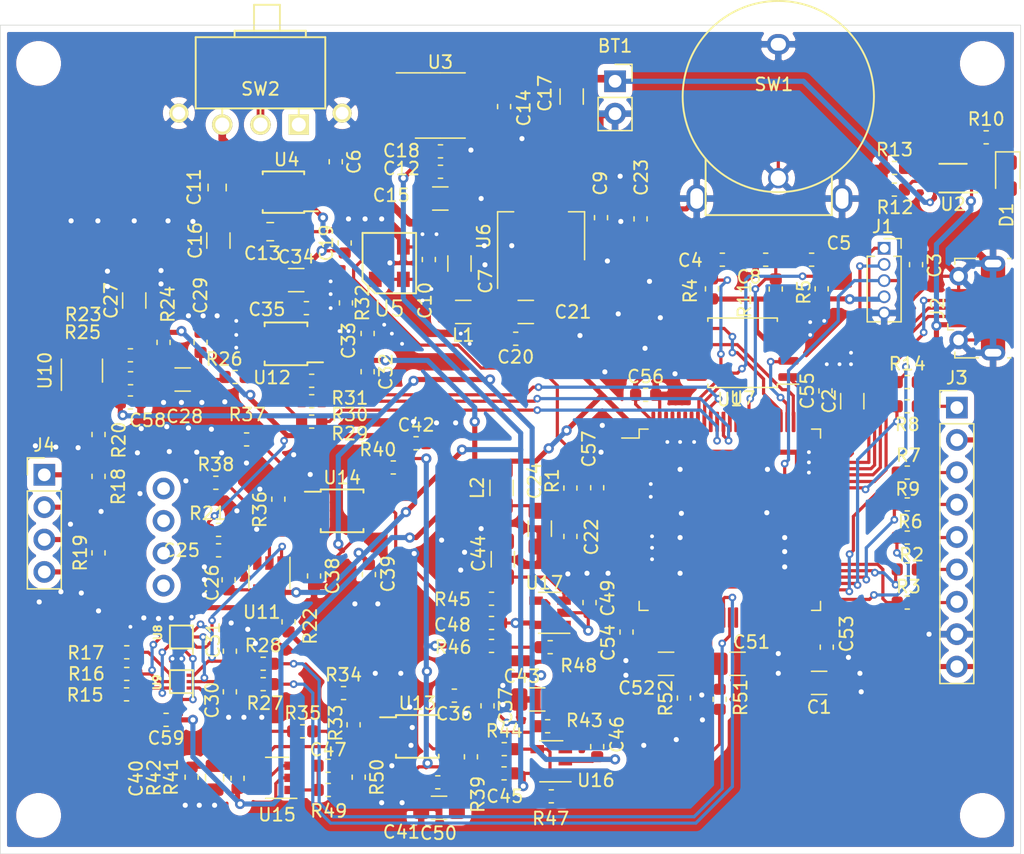
<source format=kicad_pcb>
(kicad_pcb (version 20171130) (host pcbnew 5.1.4-e60b266~84~ubuntu18.04.1)
  (layers (0 F.Cu signal) (31 B.Cu signal) (34 B.Paste user hide) (35 F.Paste user) (36 B.SilkS user hide) (37 F.SilkS user) (38 B.Mask user) (39 F.Mask user) (44 Edge.Cuts user))
  (net 0 "")
  (net 1 GND)
  (net 2 "Net-(BT1-Pad1)")
  (net 3 "Net-(C1-Pad1)")
  (net 4 "Net-(C2-Pad1)")
  (net 5 /NRST)
  (net 6 /ENC_A)
  (net 7 /ENC_B)
  (net 8 +BATT)
  (net 9 "Net-(C10-Pad1)")
  (net 10 "Net-(C11-Pad2)")
  (net 11 "Net-(C11-Pad1)")
  (net 12 "Net-(C12-Pad2)")
  (net 13 "Net-(C12-Pad1)")
  (net 14 "Net-(C13-Pad2)")
  (net 15 "Net-(C13-Pad1)")
  (net 16 "Net-(C14-Pad2)")
  (net 17 -2V5)
  (net 18 +5V)
  (net 19 +3V3)
  (net 20 +3.3VA)
  (net 21 "Net-(C25-Pad1)")
  (net 22 "Net-(C26-Pad1)")
  (net 23 "Net-(C27-Pad1)")
  (net 24 "Net-(C28-Pad2)")
  (net 25 "Net-(C28-Pad1)")
  (net 26 "Net-(C30-Pad1)")
  (net 27 "Net-(C31-Pad1)")
  (net 28 "Net-(C32-Pad2)")
  (net 29 "Net-(C34-Pad1)")
  (net 30 "Net-(C40-Pad1)")
  (net 31 +1V5)
  (net 32 "Net-(C43-Pad2)")
  (net 33 "Net-(C44-Pad2)")
  (net 34 "Net-(C47-Pad2)")
  (net 35 "Net-(C47-Pad1)")
  (net 36 +5VP)
  (net 37 "Net-(D1-Pad1)")
  (net 38 /SWD_SCK)
  (net 39 /SWD_IO)
  (net 40 /USB_DP)
  (net 41 /USB_ID)
  (net 42 /USB_DM)
  (net 43 /TFT_CS)
  (net 44 /TFT_RESET)
  (net 45 /TFT_D_C)
  (net 46 /TFT_MOSI)
  (net 47 /TFT_SCK)
  (net 48 /TFT_MISO)
  (net 49 "Net-(J4-Pad4)")
  (net 50 "Net-(J4-Pad3)")
  (net 51 "Net-(J4-Pad2)")
  (net 52 "Net-(J4-Pad1)")
  (net 53 "Net-(R1-Pad1)")
  (net 54 "Net-(R2-Pad1)")
  (net 55 "Net-(R3-Pad1)")
  (net 56 "Net-(R6-Pad2)")
  (net 57 "Net-(R7-Pad2)")
  (net 58 "Net-(R8-Pad2)")
  (net 59 "Net-(R9-Pad2)")
  (net 60 "Net-(R10-Pad1)")
  (net 61 "Net-(R12-Pad2)")
  (net 62 "Net-(R13-Pad2)")
  (net 63 /USB_VBUS)
  (net 64 "Net-(R15-Pad2)")
  (net 65 "Net-(R16-Pad2)")
  (net 66 "Net-(R17-Pad2)")
  (net 67 "Net-(R20-Pad2)")
  (net 68 "Net-(R23-Pad1)")
  (net 69 "Net-(R26-Pad2)")
  (net 70 "Net-(R29-Pad1)")
  (net 71 "Net-(R30-Pad1)")
  (net 72 "Net-(R31-Pad1)")
  (net 73 "Net-(R32-Pad1)")
  (net 74 "Net-(R33-Pad2)")
  (net 75 "Net-(R33-Pad1)")
  (net 76 "Net-(R34-Pad2)")
  (net 77 "Net-(R35-Pad2)")
  (net 78 "Net-(R35-Pad1)")
  (net 79 "Net-(R36-Pad2)")
  (net 80 "Net-(R36-Pad1)")
  (net 81 "Net-(R37-Pad2)")
  (net 82 "Net-(R38-Pad2)")
  (net 83 "Net-(R39-Pad1)")
  (net 84 "Net-(R40-Pad1)")
  (net 85 "Net-(R43-Pad1)")
  (net 86 "Net-(R44-Pad2)")
  (net 87 "Net-(R45-Pad1)")
  (net 88 "Net-(R46-Pad2)")
  (net 89 "Net-(R47-Pad2)")
  (net 90 "Net-(R48-Pad2)")
  (net 91 "Net-(SW2-Pad1)")
  (net 92 "Net-(U1-Pad98)")
  (net 93 "Net-(U1-Pad97)")
  (net 94 "Net-(U1-Pad96)")
  (net 95 "Net-(U1-Pad95)")
  (net 96 /FLASH_CS)
  (net 97 "Net-(U1-Pad88)")
  (net 98 "Net-(U1-Pad87)")
  (net 99 "Net-(U1-Pad86)")
  (net 100 "Net-(U1-Pad84)")
  (net 101 "Net-(U1-Pad83)")
  (net 102 "Net-(U1-Pad82)")
  (net 103 "Net-(U1-Pad81)")
  (net 104 "Net-(U1-Pad67)")
  (net 105 "Net-(U1-Pad66)")
  (net 106 "Net-(U1-Pad65)")
  (net 107 "Net-(U1-Pad64)")
  (net 108 "Net-(U1-Pad63)")
  (net 109 "Net-(U1-Pad62)")
  (net 110 "Net-(U1-Pad61)")
  (net 111 "Net-(U1-Pad60)")
  (net 112 "Net-(U1-Pad59)")
  (net 113 "Net-(U1-Pad58)")
  (net 114 "Net-(U1-Pad57)")
  (net 115 "Net-(U1-Pad47)")
  (net 116 "Net-(U1-Pad46)")
  (net 117 "Net-(U1-Pad45)")
  (net 118 "Net-(U1-Pad44)")
  (net 119 "Net-(U1-Pad43)")
  (net 120 "Net-(U1-Pad42)")
  (net 121 "Net-(U1-Pad41)")
  (net 122 "Net-(U1-Pad40)")
  (net 123 "Net-(U1-Pad39)")
  (net 124 "Net-(U1-Pad36)")
  (net 125 "Net-(U1-Pad34)")
  (net 126 "Net-(U1-Pad33)")
  (net 127 /ADC12_INP4)
  (net 128 "Net-(U1-Pad31)")
  (net 129 "Net-(U1-Pad29)")
  (net 130 "Net-(U1-Pad28)")
  (net 131 "Net-(U1-Pad25)")
  (net 132 "Net-(U1-Pad18)")
  (net 133 "Net-(U1-Pad17)")
  (net 134 "Net-(U1-Pad16)")
  (net 135 "Net-(U1-Pad15)")
  (net 136 "Net-(U1-Pad13)")
  (net 137 "Net-(U1-Pad9)")
  (net 138 "Net-(U1-Pad8)")
  (net 139 "Net-(U1-Pad7)")
  (net 140 "Net-(U1-Pad5)")
  (net 141 "Net-(U1-Pad4)")
  (net 142 "Net-(U1-Pad3)")
  (net 143 "Net-(U1-Pad2)")
  (net 144 "Net-(U1-Pad1)")
  (net 145 "Net-(U2-Pad2)")
  (net 146 "Net-(U3-Pad8)")
  (net 147 "Net-(U11-Pad1)")
  (net 148 S1)
  (net 149 S2)
  (net 150 ADC12_INP3)
  (net 151 ADC12_INP5)
  (net 152 25MHz)
  (net 153 DDS_FSYNC)
  (net 154 DDS_SCLK)
  (net 155 DDS_SDATA)
  (net 156 /ENC_S)
  (net 157 /FLASH_MOSI)
  (net 158 /FLASH_MISO)
  (net 159 /FLASH_SCK)
  (net 160 "Net-(U1-Pad24)")
  (net 161 "Net-(U1-Pad23)")
  (net 162 "Net-(U1-Pad22)")
  (module Capacitor_SMD:C_0603_1608Metric (layer F.Cu) (at 118 139.5 180)
    (fp_text reference C59 (at 0 -1.43) (layer F.SilkS))
    (fp_text value 100n)
    (pad 2 smd roundrect (at 0.7875 0 180) (size 0.875 0.95) (layers F.Cu F.Paste F.Mask) (net 1 GND))
    (pad 1 smd roundrect (at -0.7875 0 180) (size 0.875 0.95) (layers F.Cu F.Paste F.Mask) (net 20 +3.3VA))
  )
  (module Resistor_SMD:R_0603_1608Metric (layer F.Cu) (at 128.7125 140.4)
    (fp_text reference R35 (at 0 -1.43) (layer F.SilkS))
    (fp_text value 1k)
    (pad 2 smd roundrect (at 0.7875 0) (size 0.875 0.95) (layers F.Cu F.Paste F.Mask) (net 77 "Net-(R35-Pad2)"))
    (pad 1 smd roundrect (at -0.7875 0) (size 0.875 0.95) (layers F.Cu F.Paste F.Mask) (net 78 "Net-(R35-Pad1)"))
  )
  (module Capacitor_SMD:C_0603_1608Metric (layer F.Cu) (at 115.2 114.6)
    (fp_text reference C58 (at 1.35 1.4) (layer F.SilkS))
    (fp_text value 100n)
    (pad 2 smd roundrect (at 0.7875 0) (size 0.875 0.95) (layers F.Cu F.Paste F.Mask) (net 1 GND))
    (pad 1 smd roundrect (at -0.7875 0) (size 0.875 0.95) (layers F.Cu F.Paste F.Mask) (net 17 -2V5))
  )
  (module "balmer:ILI_9321(2.2inch)" (layer F.Cu) (at 180 125.16)
    (fp_text reference J3 (at 0 -12.49) (layer F.SilkS))
    (fp_text value "ILI_9321(2.2inch)")
    (pad 13 thru_hole circle (at -62.2 3.81) (size 1.7 1.7) (drill 1) (layers *.Cu *.Mask))
    (pad 12 thru_hole circle (at -62.2 1.27) (size 1.7 1.7) (drill 1) (layers *.Cu *.Mask))
    (pad 11 thru_hole circle (at -62.2 -1.27) (size 1.7 1.7) (drill 1) (layers *.Cu *.Mask))
    (pad 10 thru_hole circle (at -62.2 -3.81) (size 1.7 1.7) (drill 1) (layers *.Cu *.Mask))
    (pad 9 thru_hole oval (at 0 10.16) (size 1.7 1.7) (drill 1) (layers *.Cu *.Mask) (net 19 +3V3))
    (pad 8 thru_hole oval (at 0 7.62) (size 1.7 1.7) (drill 1) (layers *.Cu *.Mask) (net 1 GND))
    (pad 7 thru_hole oval (at 0 5.08) (size 1.7 1.7) (drill 1) (layers *.Cu *.Mask) (net 43 /TFT_CS))
    (pad 6 thru_hole oval (at 0 2.54) (size 1.7 1.7) (drill 1) (layers *.Cu *.Mask) (net 44 /TFT_RESET))
    (pad 5 thru_hole oval (at 0 0) (size 1.7 1.7) (drill 1) (layers *.Cu *.Mask) (net 45 /TFT_D_C))
    (pad 4 thru_hole oval (at 0 -2.54) (size 1.7 1.7) (drill 1) (layers *.Cu *.Mask) (net 46 /TFT_MOSI))
    (pad 3 thru_hole oval (at 0 -5.08) (size 1.7 1.7) (drill 1) (layers *.Cu *.Mask) (net 47 /TFT_SCK))
    (pad 2 thru_hole oval (at 0 -7.62) (size 1.7 1.7) (drill 1) (layers *.Cu *.Mask) (net 19 +3V3))
    (pad 1 thru_hole rect (at 0 -10.16) (size 1.7 1.7) (drill 1) (layers *.Cu *.Mask) (net 48 /TFT_MISO))
  )
  (module Resistor_SMD:R_0603_1608Metric (layer F.Cu) (at 160.8 105.6875 270)
    (fp_text reference R4 (at 0.1625 1.7 90) (layer F.SilkS))
    (fp_text value 10k)
    (pad 2 smd roundrect (at 0.7875 0 270) (size 0.875 0.95) (layers F.Cu F.Paste F.Mask) (net 19 +3V3))
    (pad 1 smd roundrect (at -0.7875 0 270) (size 0.875 0.95) (layers F.Cu F.Paste F.Mask) (net 6 /ENC_A))
  )
  (module Capacitor_SMD:C_1206_3216Metric (layer F.Cu) (at 157.2 135.1 180)
    (fp_text reference C52 (at 2.3 -1.9) (layer F.SilkS))
    (fp_text value 560p)
    (pad 2 smd roundrect (at 1.4 0 180) (size 1.25 1.75) (layers F.Cu F.Paste F.Mask) (roundrect_rratio 0.2) (net 1 GND))
    (pad 1 smd roundrect (at -1.4 0 180) (size 1.25 1.75) (layers F.Cu F.Paste F.Mask) (roundrect_rratio 0.2) (net 150 ADC12_INP3))
  )
  (module Inductor_SMD:L_1206_3216Metric (layer F.Cu) (at 141.3 107.5 180)
    (fp_text reference L1 (at 0 -1.82) (layer F.SilkS))
    (fp_text value 600Z)
    (pad 2 smd roundrect (at 1.4 0 180) (size 1.25 1.75) (layers F.Cu F.Paste F.Mask) (roundrect_rratio 0.2) (net 9 "Net-(C10-Pad1)"))
    (pad 1 smd roundrect (at -1.4 0 180) (size 1.25 1.75) (layers F.Cu F.Paste F.Mask) (roundrect_rratio 0.2) (net 19 +3V3))
  )
  (module Capacitor_SMD:C_0603_1608Metric (layer F.Cu) (at 151.8 121.2875 90)
    (fp_text reference C57 (at 3.0375 -0.65 90) (layer F.SilkS))
    (fp_text value 100n)
    (pad 2 smd roundrect (at 0.7875 0 90) (size 0.875 0.95) (layers F.Cu F.Paste F.Mask) (net 1 GND))
    (pad 1 smd roundrect (at -0.7875 0 90) (size 0.875 0.95) (layers F.Cu F.Paste F.Mask) (net 19 +3V3))
  )
  (module Capacitor_SMD:C_0603_1608Metric (layer F.Cu) (at 155.6 114)
    (fp_text reference C56 (at 0 -1.43) (layer F.SilkS))
    (fp_text value 100n)
    (pad 2 smd roundrect (at 0.7875 0) (size 0.875 0.95) (layers F.Cu F.Paste F.Mask) (net 1 GND))
    (pad 1 smd roundrect (at -0.7875 0) (size 0.875 0.95) (layers F.Cu F.Paste F.Mask) (net 19 +3V3))
  )
  (module Capacitor_SMD:C_0603_1608Metric (layer F.Cu) (at 169.7 113.6875 90)
    (fp_text reference C55 (at 0 -1.43 90) (layer F.SilkS))
    (fp_text value 100n)
    (pad 2 smd roundrect (at 0.7875 0 90) (size 0.875 0.95) (layers F.Cu F.Paste F.Mask) (net 1 GND))
    (pad 1 smd roundrect (at -0.7875 0 90) (size 0.875 0.95) (layers F.Cu F.Paste F.Mask) (net 19 +3V3))
  )
  (module Capacitor_SMD:C_0603_1608Metric (layer F.Cu) (at 154.1 132.6125 90)
    (fp_text reference C54 (at -0.8375 -1.45 90) (layer F.SilkS))
    (fp_text value 100n)
    (pad 2 smd roundrect (at 0.7875 0 90) (size 0.875 0.95) (layers F.Cu F.Paste F.Mask) (net 1 GND))
    (pad 1 smd roundrect (at -0.7875 0 90) (size 0.875 0.95) (layers F.Cu F.Paste F.Mask) (net 19 +3V3))
  )
  (module Capacitor_SMD:C_0603_1608Metric (layer F.Cu) (at 169.8 133.8 270)
    (fp_text reference C53 (at -1.05 -1.55 90) (layer F.SilkS))
    (fp_text value 100n)
    (pad 2 smd roundrect (at 0.7875 0 270) (size 0.875 0.95) (layers F.Cu F.Paste F.Mask) (net 1 GND))
    (pad 1 smd roundrect (at -0.7875 0 270) (size 0.875 0.95) (layers F.Cu F.Paste F.Mask) (net 19 +3V3))
  )
  (module Capacitor_SMD:C_0603_1608Metric (layer F.Cu) (at 120.7 109.8875 90)
    (fp_text reference C29 (at 3.6875 0 90) (layer F.SilkS))
    (fp_text value 180p)
    (pad 2 smd roundrect (at 0.7875 0 90) (size 0.875 0.95) (layers F.Cu F.Paste F.Mask) (net 1 GND))
    (pad 1 smd roundrect (at -0.7875 0 90) (size 0.875 0.95) (layers F.Cu F.Paste F.Mask) (net 24 "Net-(C28-Pad2)"))
  )
  (module MountingHole:MountingHole_2.5mm (layer F.Cu) (at 108 147)
    (fp_text reference REF** hide)
    (fp_text value MountingHole_2.5mm hide)
    (pad 1 np_thru_hole circle (at 0 0) (size 2.5 2.5) (drill 2.5) (layers *.Cu *.Mask))
  )
  (module MountingHole:MountingHole_2.5mm (layer F.Cu) (at 182 147)
    (fp_text reference REF** hide)
    (fp_text value MountingHole_2.5mm hide)
    (pad 1 np_thru_hole circle (at 0 0) (size 2.5 2.5) (drill 2.5) (layers *.Cu *.Mask))
  )
  (module MountingHole:MountingHole_2.5mm (layer F.Cu) (at 182 88)
    (fp_text reference REF** hide)
    (fp_text value MountingHole_2.5mm hide)
    (pad 1 np_thru_hole circle (at 0 0) (size 2.5 2.5) (drill 2.5) (layers *.Cu *.Mask))
  )
  (module MountingHole:MountingHole_2.5mm (layer F.Cu) (at 108 88)
    (fp_text reference REF** hide)
    (fp_text value MountingHole_2.5mm hide)
    (pad 1 np_thru_hole circle (at 0 0) (size 2.5 2.5) (drill 2.5) (layers *.Cu *.Mask))
  )
  (module Capacitor_SMD:C_0603_1608Metric (layer F.Cu) (at 122.9 128.5125 90)
    (fp_text reference C26 (at -0.2375 -1.3 90) (layer F.SilkS))
    (fp_text value 180p)
    (pad 2 smd roundrect (at 0.7875 0 90) (size 0.875 0.95) (layers F.Cu F.Paste F.Mask) (net 1 GND))
    (pad 1 smd roundrect (at -0.7875 0 90) (size 0.875 0.95) (layers F.Cu F.Paste F.Mask) (net 22 "Net-(C26-Pad1)"))
  )
  (module Package_TO_SOT_SMD:SOT-23-5 (layer F.Cu) (at 148.1 131.1 180)
    (fp_text reference U17 (at 0.45 2.35) (layer F.SilkS))
    (fp_text value AD8031)
    (pad 5 smd rect (at 1.1 -0.95 180) (size 1.06 0.65) (layers F.Cu F.Paste F.Mask) (net 18 +5V))
    (pad 4 smd rect (at 1.1 0.95 180) (size 1.06 0.65) (layers F.Cu F.Paste F.Mask) (net 88 "Net-(R46-Pad2)"))
    (pad 3 smd rect (at -1.1 0.95 180) (size 1.06 0.65) (layers F.Cu F.Paste F.Mask) (net 33 "Net-(C44-Pad2)"))
    (pad 2 smd rect (at -1.1 0 180) (size 1.06 0.65) (layers F.Cu F.Paste F.Mask) (net 17 -2V5))
    (pad 1 smd rect (at -1.1 -0.95 180) (size 1.06 0.65) (layers F.Cu F.Paste F.Mask) (net 90 "Net-(R48-Pad2)"))
  )
  (module Package_TO_SOT_SMD:SOT-23-5 (layer F.Cu) (at 148.2 142.75 180)
    (fp_text reference U16 (at -3.5 -1.5) (layer F.SilkS))
    (fp_text value AD8031)
    (pad 5 smd rect (at 1.1 -0.95 180) (size 1.06 0.65) (layers F.Cu F.Paste F.Mask) (net 18 +5V))
    (pad 4 smd rect (at 1.1 0.95 180) (size 1.06 0.65) (layers F.Cu F.Paste F.Mask) (net 86 "Net-(R44-Pad2)"))
    (pad 3 smd rect (at -1.1 0.95 180) (size 1.06 0.65) (layers F.Cu F.Paste F.Mask) (net 32 "Net-(C43-Pad2)"))
    (pad 2 smd rect (at -1.1 0 180) (size 1.06 0.65) (layers F.Cu F.Paste F.Mask) (net 17 -2V5))
    (pad 1 smd rect (at -1.1 -0.95 180) (size 1.06 0.65) (layers F.Cu F.Paste F.Mask) (net 89 "Net-(R47-Pad2)"))
  )
  (module Package_TO_SOT_SMD:SOT-23-5 (layer F.Cu) (at 126.7 144.05 180)
    (fp_text reference U15 (at 0 -2.9) (layer F.SilkS))
    (fp_text value AD8031)
    (pad 5 smd rect (at 1.1 -0.95 180) (size 1.06 0.65) (layers F.Cu F.Paste F.Mask) (net 20 +3.3VA))
    (pad 4 smd rect (at 1.1 0.95 180) (size 1.06 0.65) (layers F.Cu F.Paste F.Mask) (net 34 "Net-(C47-Pad2)"))
    (pad 3 smd rect (at -1.1 0.95 180) (size 1.06 0.65) (layers F.Cu F.Paste F.Mask) (net 30 "Net-(C40-Pad1)"))
    (pad 2 smd rect (at -1.1 0 180) (size 1.06 0.65) (layers F.Cu F.Paste F.Mask) (net 1 GND))
    (pad 1 smd rect (at -1.1 -0.95 180) (size 1.06 0.65) (layers F.Cu F.Paste F.Mask) (net 35 "Net-(C47-Pad1)"))
  )
  (module Package_SO:MSOP-8_3x3mm_P0.65mm (layer F.Cu) (at 131.8 123.1)
    (fp_text reference U14 (at 0 -2.6) (layer F.SilkS))
    (fp_text value AD8221BRMZ)
    (pad 8 smd rect (at 2.2 -0.975) (size 1.45 0.45) (layers F.Cu F.Paste F.Mask) (net 18 +5V))
    (pad 7 smd rect (at 2.2 -0.325) (size 1.45 0.45) (layers F.Cu F.Paste F.Mask) (net 87 "Net-(R45-Pad1)"))
    (pad 6 smd rect (at 2.2 0.325) (size 1.45 0.45) (layers F.Cu F.Paste F.Mask) (net 84 "Net-(R40-Pad1)"))
    (pad 5 smd rect (at 2.2 0.975) (size 1.45 0.45) (layers F.Cu F.Paste F.Mask) (net 17 -2V5))
    (pad 4 smd rect (at -2.2 0.975) (size 1.45 0.45) (layers F.Cu F.Paste F.Mask) (net 82 "Net-(R38-Pad2)"))
    (pad 3 smd rect (at -2.2 0.325) (size 1.45 0.45) (layers F.Cu F.Paste F.Mask) (net 79 "Net-(R36-Pad2)"))
    (pad 2 smd rect (at -2.2 -0.325) (size 1.45 0.45) (layers F.Cu F.Paste F.Mask) (net 80 "Net-(R36-Pad1)"))
    (pad 1 smd rect (at -2.2 -0.975) (size 1.45 0.45) (layers F.Cu F.Paste F.Mask) (net 81 "Net-(R37-Pad2)"))
  )
  (module Package_SO:MSOP-8_3x3mm_P0.65mm (layer F.Cu) (at 137.7 140.8)
    (fp_text reference U13 (at 0 -2.6) (layer F.SilkS))
    (fp_text value AD8221BRMZ)
    (pad 8 smd rect (at 2.2 -0.975) (size 1.45 0.45) (layers F.Cu F.Paste F.Mask) (net 18 +5V))
    (pad 7 smd rect (at 2.2 -0.325) (size 1.45 0.45) (layers F.Cu F.Paste F.Mask) (net 85 "Net-(R43-Pad1)"))
    (pad 6 smd rect (at 2.2 0.325) (size 1.45 0.45) (layers F.Cu F.Paste F.Mask) (net 83 "Net-(R39-Pad1)"))
    (pad 5 smd rect (at 2.2 0.975) (size 1.45 0.45) (layers F.Cu F.Paste F.Mask) (net 17 -2V5))
    (pad 4 smd rect (at -2.2 0.975) (size 1.45 0.45) (layers F.Cu F.Paste F.Mask) (net 77 "Net-(R35-Pad2)"))
    (pad 3 smd rect (at -2.2 0.325) (size 1.45 0.45) (layers F.Cu F.Paste F.Mask) (net 74 "Net-(R33-Pad2)"))
    (pad 2 smd rect (at -2.2 -0.325) (size 1.45 0.45) (layers F.Cu F.Paste F.Mask) (net 75 "Net-(R33-Pad1)"))
    (pad 1 smd rect (at -2.2 -0.975) (size 1.45 0.45) (layers F.Cu F.Paste F.Mask) (net 76 "Net-(R34-Pad2)"))
  )
  (module Package_SO:MSOP-10_3x3mm_P0.5mm (layer F.Cu) (at 127.4 110 180)
    (fp_text reference U12 (at 1.1 -2.65) (layer F.SilkS))
    (fp_text value AD9833)
    (pad 10 smd rect (at 2.2 -1 180) (size 1.4 0.3) (layers F.Cu F.Paste F.Mask) (net 69 "Net-(R26-Pad2)"))
    (pad 9 smd rect (at 2.2 -0.5 180) (size 1.4 0.3) (layers F.Cu F.Paste F.Mask) (net 1 GND))
    (pad 8 smd rect (at 2.2 0 180) (size 1.4 0.3) (layers F.Cu F.Paste F.Mask) (net 70 "Net-(R29-Pad1)"))
    (pad 7 smd rect (at 2.2 0.5 180) (size 1.4 0.3) (layers F.Cu F.Paste F.Mask) (net 71 "Net-(R30-Pad1)"))
    (pad 6 smd rect (at 2.2 1 180) (size 1.4 0.3) (layers F.Cu F.Paste F.Mask) (net 72 "Net-(R31-Pad1)"))
    (pad 5 smd rect (at -2.2 1 180) (size 1.4 0.3) (layers F.Cu F.Paste F.Mask) (net 73 "Net-(R32-Pad1)"))
    (pad 4 smd rect (at -2.2 0.5 180) (size 1.4 0.3) (layers F.Cu F.Paste F.Mask) (net 1 GND))
    (pad 3 smd rect (at -2.2 0 180) (size 1.4 0.3) (layers F.Cu F.Paste F.Mask) (net 29 "Net-(C34-Pad1)"))
    (pad 2 smd rect (at -2.2 -0.5 180) (size 1.4 0.3) (layers F.Cu F.Paste F.Mask) (net 20 +3.3VA))
    (pad 1 smd rect (at -2.2 -1 180) (size 1.4 0.3) (layers F.Cu F.Paste F.Mask) (net 28 "Net-(C32-Pad2)"))
  )
  (module Package_TO_SOT_SMD:SOT-23-5 (layer F.Cu) (at 126.1 128.3 270)
    (fp_text reference U11 (at 2.75 0.6 180) (layer F.SilkS))
    (fp_text value AD8031)
    (pad 5 smd rect (at 1.1 -0.95 270) (size 1.06 0.65) (layers F.Cu F.Paste F.Mask) (net 18 +5V))
    (pad 4 smd rect (at 1.1 0.95 270) (size 1.06 0.65) (layers F.Cu F.Paste F.Mask) (net 22 "Net-(C26-Pad1)"))
    (pad 3 smd rect (at -1.1 0.95 270) (size 1.06 0.65) (layers F.Cu F.Paste F.Mask) (net 21 "Net-(C25-Pad1)"))
    (pad 2 smd rect (at -1.1 0 270) (size 1.06 0.65) (layers F.Cu F.Paste F.Mask) (net 17 -2V5))
    (pad 1 smd rect (at -1.1 -0.95 270) (size 1.06 0.65) (layers F.Cu F.Paste F.Mask) (net 147 "Net-(U11-Pad1)"))
  )
  (module Package_TO_SOT_SMD:SOT-23-5 (layer F.Cu) (at 111.4 112.1 90)
    (fp_text reference U10 (at 0 -2.9 90) (layer F.SilkS))
    (fp_text value AD8031)
    (pad 5 smd rect (at 1.1 -0.95 90) (size 1.06 0.65) (layers F.Cu F.Paste F.Mask) (net 18 +5V))
    (pad 4 smd rect (at 1.1 0.95 90) (size 1.06 0.65) (layers F.Cu F.Paste F.Mask) (net 67 "Net-(R20-Pad2)"))
    (pad 3 smd rect (at -1.1 0.95 90) (size 1.06 0.65) (layers F.Cu F.Paste F.Mask) (net 68 "Net-(R23-Pad1)"))
    (pad 2 smd rect (at -1.1 0 90) (size 1.06 0.65) (layers F.Cu F.Paste F.Mask) (net 17 -2V5))
    (pad 1 smd rect (at -1.1 -0.95 90) (size 1.06 0.65) (layers F.Cu F.Paste F.Mask) (net 67 "Net-(R20-Pad2)"))
  )
  (module balmer:MicroPak_8-Lead (layer F.Cu) (at 119.2 136.5 90)
    (fp_text reference U9 (at -0.05 -1.9 90) (layer F.SilkS) (effects (font (size 0.6 0.6))))
    (fp_text value FSA3357L8X)
    (pad 8 smd rect (at -0.7 0 90) (size 0.6 0.25) (layers F.Cu F.Paste F.Mask) (net 20 +3.3VA))
    (pad 7 smd rect (at -0.5 -0.7075 90) (size 0.25 0.6) (layers F.Cu F.Paste F.Mask) (net 64 "Net-(R15-Pad2)"))
    (pad 6 smd rect (at 0 -0.7075 90) (size 0.25 0.6) (layers F.Cu F.Paste F.Mask) (net 65 "Net-(R16-Pad2)"))
    (pad 5 smd rect (at 0.5 -0.7075 90) (size 0.25 0.6) (layers F.Cu F.Paste F.Mask) (net 66 "Net-(R17-Pad2)"))
    (pad 4 smd rect (at 0.7 0 90) (size 0.6 0.25) (layers F.Cu F.Paste F.Mask) (net 1 GND))
    (pad 3 smd rect (at 0.5 0.7075 90) (size 0.25 0.6) (layers F.Cu F.Paste F.Mask) (net 27 "Net-(C31-Pad1)"))
    (pad 2 smd rect (at 0 0.7075 90) (size 0.25 0.6) (layers F.Cu F.Paste F.Mask) (net 26 "Net-(C30-Pad1)"))
    (pad 1 smd rect (at -0.5 0.7075 90) (size 0.25 0.6) (layers F.Cu F.Paste F.Mask) (net 78 "Net-(R35-Pad1)"))
  )
  (module balmer:MicroPak_8-Lead (layer F.Cu) (at 119.2 133 90)
    (fp_text reference U8 (at 0.35 -1.85 90) (layer F.SilkS) (effects (font (size 0.6 0.6))))
    (fp_text value FSA3357L8X)
    (pad 8 smd rect (at -0.7 0 90) (size 0.6 0.25) (layers F.Cu F.Paste F.Mask) (net 20 +3.3VA))
    (pad 7 smd rect (at -0.5 -0.7075 90) (size 0.25 0.6) (layers F.Cu F.Paste F.Mask) (net 64 "Net-(R15-Pad2)"))
    (pad 6 smd rect (at 0 -0.7075 90) (size 0.25 0.6) (layers F.Cu F.Paste F.Mask) (net 65 "Net-(R16-Pad2)"))
    (pad 5 smd rect (at 0.5 -0.7075 90) (size 0.25 0.6) (layers F.Cu F.Paste F.Mask) (net 66 "Net-(R17-Pad2)"))
    (pad 4 smd rect (at 0.7 0 90) (size 0.6 0.25) (layers F.Cu F.Paste F.Mask) (net 1 GND))
    (pad 3 smd rect (at 0.5 0.7075 90) (size 0.25 0.6) (layers F.Cu F.Paste F.Mask) (net 27 "Net-(C31-Pad1)"))
    (pad 2 smd rect (at 0 0.7075 90) (size 0.25 0.6) (layers F.Cu F.Paste F.Mask) (net 26 "Net-(C30-Pad1)"))
    (pad 1 smd rect (at -0.5 0.7075 90) (size 0.25 0.6) (layers F.Cu F.Paste F.Mask) (net 147 "Net-(U11-Pad1)"))
  )
  (module Package_SO:SOIC-8_5.23x5.23mm_P1.27mm (layer F.Cu) (at 163.2 110.7 180)
    (fp_text reference U7 (at 0 -3.56) (layer F.SilkS))
    (fp_text value M25P16)
    (pad 8 smd roundrect (at 3.6 -1.905 180) (size 1.6 0.6) (layers F.Cu F.Paste F.Mask) (net 19 +3V3))
    (pad 7 smd roundrect (at 3.6 -0.635 180) (size 1.6 0.6) (layers F.Cu F.Paste F.Mask) (net 19 +3V3))
    (pad 6 smd roundrect (at 3.6 0.635 180) (size 1.6 0.6) (layers F.Cu F.Paste F.Mask) (net 159 /FLASH_SCK))
    (pad 5 smd roundrect (at 3.6 1.905 180) (size 1.6 0.6) (layers F.Cu F.Paste F.Mask) (net 157 /FLASH_MOSI))
    (pad 4 smd roundrect (at -3.6 1.905 180) (size 1.6 0.6) (layers F.Cu F.Paste F.Mask) (net 1 GND))
    (pad 3 smd roundrect (at -3.6 0.635 180) (size 1.6 0.6) (layers F.Cu F.Paste F.Mask) (net 19 +3V3))
    (pad 2 smd roundrect (at -3.6 -0.635 180) (size 1.6 0.6) (layers F.Cu F.Paste F.Mask) (net 158 /FLASH_MISO))
    (pad 1 smd roundrect (at -3.6 -1.905 180) (size 1.6 0.6) (layers F.Cu F.Paste F.Mask) (net 96 /FLASH_CS))
  )
  (module Package_TO_SOT_SMD:SOT-223 (layer F.Cu) (at 147.4 101.55 90)
    (fp_text reference U6 (at 0 -4.5 90) (layer F.SilkS))
    (fp_text value LM1117-3.3)
    (pad 1 smd rect (at -3.15 -2.3 90) (size 2 1.5) (layers F.Cu F.Paste F.Mask) (net 1 GND))
    (pad 3 smd rect (at -3.15 2.3 90) (size 2 1.5) (layers F.Cu F.Paste F.Mask) (net 8 +BATT))
    (pad 2 smd rect (at -3.15 0 90) (size 2 1.5) (layers F.Cu F.Paste F.Mask) (net 19 +3V3))
    (pad 4 smd rect (at 3.15 0 90) (size 2 3.8) (layers F.Cu F.Paste F.Mask))
  )
  (module balmer:Crystal_5.0x3.2mm (layer F.Cu) (at 135.5 103.67 90)
    (fp_text reference U5 (at -3.57 0) (layer F.SilkS) (effects (font (size 1.2 1.2))))
    (fp_text value 25MHz)
    (pad 2 smd rect (at 1.27 1.1 90) (size 1.2 1) (layers F.Cu F.Paste F.Mask) (net 1 GND))
    (pad 3 smd rect (at 1.27 -1.1 90) (size 1.2 1) (layers F.Cu F.Paste F.Mask) (net 152 25MHz))
    (pad 1 smd rect (at -1.27 1.1 90) (size 1.2 1) (layers F.Cu F.Paste F.Mask) (net 9 "Net-(C10-Pad1)"))
    (pad 4 smd rect (at -1.27 -1.1 90) (size 1.2 1) (layers F.Cu F.Paste F.Mask) (net 9 "Net-(C10-Pad1)"))
  )
  (module Package_SO:TSSOP-8_3x3mm_P0.65mm (layer F.Cu) (at 127.2 98.1 180)
    (fp_text reference U4 (at -0.25 2.55) (layer F.SilkS))
    (fp_text value TPS60241DGKR)
    (pad 8 smd rect (at 2.15 -0.975 180) (size 1.1 0.4) (layers F.Cu F.Paste F.Mask) (net 14 "Net-(C13-Pad2)"))
    (pad 7 smd rect (at 2.15 -0.325 180) (size 1.1 0.4) (layers F.Cu F.Paste F.Mask) (net 10 "Net-(C11-Pad2)"))
    (pad 6 smd rect (at 2.15 0.325 180) (size 1.1 0.4) (layers F.Cu F.Paste F.Mask) (net 8 +BATT))
    (pad 5 smd rect (at 2.15 0.975 180) (size 1.1 0.4) (layers F.Cu F.Paste F.Mask) (net 11 "Net-(C11-Pad1)"))
    (pad 4 smd rect (at -2.15 0.975 180) (size 1.1 0.4) (layers F.Cu F.Paste F.Mask) (net 1 GND))
    (pad 3 smd rect (at -2.15 0.325 180) (size 1.1 0.4) (layers F.Cu F.Paste F.Mask) (net 15 "Net-(C13-Pad1)"))
    (pad 2 smd rect (at -2.15 -0.325 180) (size 1.1 0.4) (layers F.Cu F.Paste F.Mask) (net 8 +BATT))
    (pad 1 smd rect (at -2.15 -0.975 180) (size 1.1 0.4) (layers F.Cu F.Paste F.Mask) (net 18 +5V))
  )
  (module Package_SO:SO-8_3.9x4.9mm_P1.27mm (layer F.Cu) (at 139.5 91.3)
    (fp_text reference U3 (at 0 -3.4) (layer F.SilkS))
    (fp_text value LTC1550LCS8-2)
    (pad 8 smd roundrect (at 2.575 -1.905) (size 1.75 0.6) (layers F.Cu F.Paste F.Mask) (net 146 "Net-(U3-Pad8)"))
    (pad 7 smd roundrect (at 2.575 -0.635) (size 1.75 0.6) (layers F.Cu F.Paste F.Mask) (net 16 "Net-(C14-Pad2)"))
    (pad 6 smd roundrect (at 2.575 0.635) (size 1.75 0.6) (layers F.Cu F.Paste F.Mask) (net 1 GND))
    (pad 5 smd roundrect (at 2.575 1.905) (size 1.75 0.6) (layers F.Cu F.Paste F.Mask) (net 13 "Net-(C12-Pad1)"))
    (pad 4 smd roundrect (at -2.575 1.905) (size 1.75 0.6) (layers F.Cu F.Paste F.Mask) (net 17 -2V5))
    (pad 3 smd roundrect (at -2.575 0.635) (size 1.75 0.6) (layers F.Cu F.Paste F.Mask) (net 12 "Net-(C12-Pad2)"))
    (pad 2 smd roundrect (at -2.575 -0.635) (size 1.75 0.6) (layers F.Cu F.Paste F.Mask) (net 8 +BATT))
    (pad 1 smd roundrect (at -2.575 -1.905) (size 1.75 0.6) (layers F.Cu F.Paste F.Mask) (net 8 +BATT))
  )
  (module balmer:DFN-8-1EP_3x2mm_P0.5mm_EP1.75x1.65mm (layer F.Cu) (at 179.7 97 180)
    (fp_text reference U2 (at 0 -2.05) (layer F.SilkS))
    (fp_text value ISL9204)
    (pad 9 smd rect (at 0 0 180) (size 1.75 1.65) (layers F.Cu F.Mask) (net 1 GND))
    (pad 8 smd rect (at 1.45 -0.75 180) (size 0.75 0.3) (layers F.Cu F.Paste F.Mask) (net 2 "Net-(BT1-Pad1)"))
    (pad 7 smd rect (at 1.45 -0.25 180) (size 0.75 0.3) (layers F.Cu F.Paste F.Mask) (net 61 "Net-(R12-Pad2)"))
    (pad 6 smd rect (at 1.45 0.25 180) (size 0.75 0.3) (layers F.Cu F.Paste F.Mask) (net 62 "Net-(R13-Pad2)"))
    (pad 5 smd rect (at 1.45 0.75 180) (size 0.75 0.3) (layers F.Cu F.Paste F.Mask) (net 1 GND))
    (pad 4 smd rect (at -1.45 0.75 180) (size 0.75 0.3) (layers F.Cu F.Paste F.Mask) (net 1 GND))
    (pad 3 smd rect (at -1.45 0.25 180) (size 0.75 0.3) (layers F.Cu F.Paste F.Mask) (net 60 "Net-(R10-Pad1)"))
    (pad 2 smd rect (at -1.45 -0.25 180) (size 0.75 0.3) (layers F.Cu F.Paste F.Mask) (net 145 "Net-(U2-Pad2)"))
    (pad 1 smd rect (at -1.45 -0.75 180) (size 0.75 0.3) (layers F.Cu F.Paste F.Mask) (net 36 +5VP))
  )
  (module Package_QFP:LQFP-100_14x14mm_P0.5mm (layer F.Cu) (at 162.2 123.8)
    (fp_text reference U1 (at 0 -9.42) (layer F.SilkS))
    (fp_text value STM32H750VITx)
    (pad 100 smd roundrect (at -6 -7.675) (size 0.3 1.6) (layers F.Cu F.Paste F.Mask) (net 19 +3V3))
    (pad 99 smd roundrect (at -5.5 -7.675) (size 0.3 1.6) (layers F.Cu F.Paste F.Mask) (net 1 GND))
    (pad 98 smd roundrect (at -5 -7.675) (size 0.3 1.6) (layers F.Cu F.Paste F.Mask) (net 92 "Net-(U1-Pad98)"))
    (pad 97 smd roundrect (at -4.5 -7.675) (size 0.3 1.6) (layers F.Cu F.Paste F.Mask) (net 93 "Net-(U1-Pad97)"))
    (pad 96 smd roundrect (at -4 -7.675) (size 0.3 1.6) (layers F.Cu F.Paste F.Mask) (net 94 "Net-(U1-Pad96)"))
    (pad 95 smd roundrect (at -3.5 -7.675) (size 0.3 1.6) (layers F.Cu F.Paste F.Mask) (net 95 "Net-(U1-Pad95)"))
    (pad 94 smd roundrect (at -3 -7.675) (size 0.3 1.6) (layers F.Cu F.Paste F.Mask) (net 1 GND))
    (pad 93 smd roundrect (at -2.5 -7.675) (size 0.3 1.6) (layers F.Cu F.Paste F.Mask) (net 6 /ENC_A))
    (pad 92 smd roundrect (at -2 -7.675) (size 0.3 1.6) (layers F.Cu F.Paste F.Mask) (net 7 /ENC_B))
    (pad 91 smd roundrect (at -1.5 -7.675) (size 0.3 1.6) (layers F.Cu F.Paste F.Mask) (net 155 DDS_SDATA))
    (pad 90 smd roundrect (at -1 -7.675) (size 0.3 1.6) (layers F.Cu F.Paste F.Mask) (net 153 DDS_FSYNC))
    (pad 89 smd roundrect (at -0.5 -7.675) (size 0.3 1.6) (layers F.Cu F.Paste F.Mask) (net 154 DDS_SCLK))
    (pad 88 smd roundrect (at 0 -7.675) (size 0.3 1.6) (layers F.Cu F.Paste F.Mask) (net 97 "Net-(U1-Pad88)"))
    (pad 87 smd roundrect (at 0.5 -7.675) (size 0.3 1.6) (layers F.Cu F.Paste F.Mask) (net 98 "Net-(U1-Pad87)"))
    (pad 86 smd roundrect (at 1 -7.675) (size 0.3 1.6) (layers F.Cu F.Paste F.Mask) (net 99 "Net-(U1-Pad86)"))
    (pad 85 smd roundrect (at 1.5 -7.675) (size 0.3 1.6) (layers F.Cu F.Paste F.Mask) (net 156 /ENC_S))
    (pad 84 smd roundrect (at 2 -7.675) (size 0.3 1.6) (layers F.Cu F.Paste F.Mask) (net 100 "Net-(U1-Pad84)"))
    (pad 83 smd roundrect (at 2.5 -7.675) (size 0.3 1.6) (layers F.Cu F.Paste F.Mask) (net 101 "Net-(U1-Pad83)"))
    (pad 82 smd roundrect (at 3 -7.675) (size 0.3 1.6) (layers F.Cu F.Paste F.Mask) (net 102 "Net-(U1-Pad82)"))
    (pad 81 smd roundrect (at 3.5 -7.675) (size 0.3 1.6) (layers F.Cu F.Paste F.Mask) (net 103 "Net-(U1-Pad81)"))
    (pad 80 smd roundrect (at 4 -7.675) (size 0.3 1.6) (layers F.Cu F.Paste F.Mask) (net 157 /FLASH_MOSI))
    (pad 79 smd roundrect (at 4.5 -7.675) (size 0.3 1.6) (layers F.Cu F.Paste F.Mask) (net 158 /FLASH_MISO))
    (pad 78 smd roundrect (at 5 -7.675) (size 0.3 1.6) (layers F.Cu F.Paste F.Mask) (net 159 /FLASH_SCK))
    (pad 77 smd roundrect (at 5.5 -7.675) (size 0.3 1.6) (layers F.Cu F.Paste F.Mask) (net 96 /FLASH_CS))
    (pad 76 smd roundrect (at 6 -7.675) (size 0.3 1.6) (layers F.Cu F.Paste F.Mask) (net 38 /SWD_SCK))
    (pad 75 smd roundrect (at 7.675 -6) (size 1.6 0.3) (layers F.Cu F.Paste F.Mask) (net 19 +3V3))
    (pad 74 smd roundrect (at 7.675 -5.5) (size 1.6 0.3) (layers F.Cu F.Paste F.Mask) (net 1 GND))
    (pad 73 smd roundrect (at 7.675 -5) (size 1.6 0.3) (layers F.Cu F.Paste F.Mask) (net 4 "Net-(C2-Pad1)"))
    (pad 72 smd roundrect (at 7.675 -4.5) (size 1.6 0.3) (layers F.Cu F.Paste F.Mask) (net 39 /SWD_IO))
    (pad 71 smd roundrect (at 7.675 -4) (size 1.6 0.3) (layers F.Cu F.Paste F.Mask) (net 40 /USB_DP))
    (pad 70 smd roundrect (at 7.675 -3.5) (size 1.6 0.3) (layers F.Cu F.Paste F.Mask) (net 42 /USB_DM))
    (pad 69 smd roundrect (at 7.675 -3) (size 1.6 0.3) (layers F.Cu F.Paste F.Mask) (net 41 /USB_ID))
    (pad 68 smd roundrect (at 7.675 -2.5) (size 1.6 0.3) (layers F.Cu F.Paste F.Mask) (net 63 /USB_VBUS))
    (pad 67 smd roundrect (at 7.675 -2) (size 1.6 0.3) (layers F.Cu F.Paste F.Mask) (net 104 "Net-(U1-Pad67)"))
    (pad 66 smd roundrect (at 7.675 -1.5) (size 1.6 0.3) (layers F.Cu F.Paste F.Mask) (net 105 "Net-(U1-Pad66)"))
    (pad 65 smd roundrect (at 7.675 -1) (size 1.6 0.3) (layers F.Cu F.Paste F.Mask) (net 106 "Net-(U1-Pad65)"))
    (pad 64 smd roundrect (at 7.675 -0.5) (size 1.6 0.3) (layers F.Cu F.Paste F.Mask) (net 107 "Net-(U1-Pad64)"))
    (pad 63 smd roundrect (at 7.675 0) (size 1.6 0.3) (layers F.Cu F.Paste F.Mask) (net 108 "Net-(U1-Pad63)"))
    (pad 62 smd roundrect (at 7.675 0.5) (size 1.6 0.3) (layers F.Cu F.Paste F.Mask) (net 109 "Net-(U1-Pad62)"))
    (pad 61 smd roundrect (at 7.675 1) (size 1.6 0.3) (layers F.Cu F.Paste F.Mask) (net 110 "Net-(U1-Pad61)"))
    (pad 60 smd roundrect (at 7.675 1.5) (size 1.6 0.3) (layers F.Cu F.Paste F.Mask) (net 111 "Net-(U1-Pad60)"))
    (pad 59 smd roundrect (at 7.675 2) (size 1.6 0.3) (layers F.Cu F.Paste F.Mask) (net 112 "Net-(U1-Pad59)"))
    (pad 58 smd roundrect (at 7.675 2.5) (size 1.6 0.3) (layers F.Cu F.Paste F.Mask) (net 113 "Net-(U1-Pad58)"))
    (pad 57 smd roundrect (at 7.675 3) (size 1.6 0.3) (layers F.Cu F.Paste F.Mask) (net 114 "Net-(U1-Pad57)"))
    (pad 56 smd roundrect (at 7.675 3.5) (size 1.6 0.3) (layers F.Cu F.Paste F.Mask) (net 55 "Net-(R3-Pad1)"))
    (pad 55 smd roundrect (at 7.675 4) (size 1.6 0.3) (layers F.Cu F.Paste F.Mask) (net 54 "Net-(R2-Pad1)"))
    (pad 54 smd roundrect (at 7.675 4.5) (size 1.6 0.3) (layers F.Cu F.Paste F.Mask) (net 59 "Net-(R9-Pad2)"))
    (pad 53 smd roundrect (at 7.675 5) (size 1.6 0.3) (layers F.Cu F.Paste F.Mask) (net 58 "Net-(R8-Pad2)"))
    (pad 52 smd roundrect (at 7.675 5.5) (size 1.6 0.3) (layers F.Cu F.Paste F.Mask) (net 57 "Net-(R7-Pad2)"))
    (pad 51 smd roundrect (at 7.675 6) (size 1.6 0.3) (layers F.Cu F.Paste F.Mask) (net 56 "Net-(R6-Pad2)"))
    (pad 50 smd roundrect (at 6 7.675) (size 0.3 1.6) (layers F.Cu F.Paste F.Mask) (net 19 +3V3))
    (pad 49 smd roundrect (at 5.5 7.675) (size 0.3 1.6) (layers F.Cu F.Paste F.Mask) (net 1 GND))
    (pad 48 smd roundrect (at 5 7.675) (size 0.3 1.6) (layers F.Cu F.Paste F.Mask) (net 3 "Net-(C1-Pad1)"))
    (pad 47 smd roundrect (at 4.5 7.675) (size 0.3 1.6) (layers F.Cu F.Paste F.Mask) (net 115 "Net-(U1-Pad47)"))
    (pad 46 smd roundrect (at 4 7.675) (size 0.3 1.6) (layers F.Cu F.Paste F.Mask) (net 116 "Net-(U1-Pad46)"))
    (pad 45 smd roundrect (at 3.5 7.675) (size 0.3 1.6) (layers F.Cu F.Paste F.Mask) (net 117 "Net-(U1-Pad45)"))
    (pad 44 smd roundrect (at 3 7.675) (size 0.3 1.6) (layers F.Cu F.Paste F.Mask) (net 118 "Net-(U1-Pad44)"))
    (pad 43 smd roundrect (at 2.5 7.675) (size 0.3 1.6) (layers F.Cu F.Paste F.Mask) (net 119 "Net-(U1-Pad43)"))
    (pad 42 smd roundrect (at 2 7.675) (size 0.3 1.6) (layers F.Cu F.Paste F.Mask) (net 120 "Net-(U1-Pad42)"))
    (pad 41 smd roundrect (at 1.5 7.675) (size 0.3 1.6) (layers F.Cu F.Paste F.Mask) (net 121 "Net-(U1-Pad41)"))
    (pad 40 smd roundrect (at 1 7.675) (size 0.3 1.6) (layers F.Cu F.Paste F.Mask) (net 122 "Net-(U1-Pad40)"))
    (pad 39 smd roundrect (at 0.5 7.675) (size 0.3 1.6) (layers F.Cu F.Paste F.Mask) (net 123 "Net-(U1-Pad39)"))
    (pad 38 smd roundrect (at 0 7.675) (size 0.3 1.6) (layers F.Cu F.Paste F.Mask) (net 149 S2))
    (pad 37 smd roundrect (at -0.5 7.675) (size 0.3 1.6) (layers F.Cu F.Paste F.Mask) (net 148 S1))
    (pad 36 smd roundrect (at -1 7.675) (size 0.3 1.6) (layers F.Cu F.Paste F.Mask) (net 124 "Net-(U1-Pad36)"))
    (pad 35 smd roundrect (at -1.5 7.675) (size 0.3 1.6) (layers F.Cu F.Paste F.Mask) (net 151 ADC12_INP5))
    (pad 34 smd roundrect (at -2 7.675) (size 0.3 1.6) (layers F.Cu F.Paste F.Mask) (net 125 "Net-(U1-Pad34)"))
    (pad 33 smd roundrect (at -2.5 7.675) (size 0.3 1.6) (layers F.Cu F.Paste F.Mask) (net 126 "Net-(U1-Pad33)"))
    (pad 32 smd roundrect (at -3 7.675) (size 0.3 1.6) (layers F.Cu F.Paste F.Mask) (net 127 /ADC12_INP4))
    (pad 31 smd roundrect (at -3.5 7.675) (size 0.3 1.6) (layers F.Cu F.Paste F.Mask) (net 128 "Net-(U1-Pad31)"))
    (pad 30 smd roundrect (at -4 7.675) (size 0.3 1.6) (layers F.Cu F.Paste F.Mask) (net 150 ADC12_INP3))
    (pad 29 smd roundrect (at -4.5 7.675) (size 0.3 1.6) (layers F.Cu F.Paste F.Mask) (net 129 "Net-(U1-Pad29)"))
    (pad 28 smd roundrect (at -5 7.675) (size 0.3 1.6) (layers F.Cu F.Paste F.Mask) (net 130 "Net-(U1-Pad28)"))
    (pad 27 smd roundrect (at -5.5 7.675) (size 0.3 1.6) (layers F.Cu F.Paste F.Mask) (net 19 +3V3))
    (pad 26 smd roundrect (at -6 7.675) (size 0.3 1.6) (layers F.Cu F.Paste F.Mask) (net 1 GND))
    (pad 25 smd roundrect (at -7.675 6) (size 1.6 0.3) (layers F.Cu F.Paste F.Mask) (net 131 "Net-(U1-Pad25)"))
    (pad 24 smd roundrect (at -7.675 5.5) (size 1.6 0.3) (layers F.Cu F.Paste F.Mask) (net 160 "Net-(U1-Pad24)"))
    (pad 23 smd roundrect (at -7.675 5) (size 1.6 0.3) (layers F.Cu F.Paste F.Mask) (net 161 "Net-(U1-Pad23)"))
    (pad 22 smd roundrect (at -7.675 4.5) (size 1.6 0.3) (layers F.Cu F.Paste F.Mask) (net 162 "Net-(U1-Pad22)"))
    (pad 21 smd roundrect (at -7.675 4) (size 1.6 0.3) (layers F.Cu F.Paste F.Mask) (net 20 +3.3VA))
    (pad 20 smd roundrect (at -7.675 3.5) (size 1.6 0.3) (layers F.Cu F.Paste F.Mask) (net 20 +3.3VA))
    (pad 19 smd roundrect (at -7.675 3) (size 1.6 0.3) (layers F.Cu F.Paste F.Mask) (net 1 GND))
    (pad 18 smd roundrect (at -7.675 2.5) (size 1.6 0.3) (layers F.Cu F.Paste F.Mask) (net 132 "Net-(U1-Pad18)"))
    (pad 17 smd roundrect (at -7.675 2) (size 1.6 0.3) (layers F.Cu F.Paste F.Mask) (net 133 "Net-(U1-Pad17)"))
    (pad 16 smd roundrect (at -7.675 1.5) (size 1.6 0.3) (layers F.Cu F.Paste F.Mask) (net 134 "Net-(U1-Pad16)"))
    (pad 15 smd roundrect (at -7.675 1) (size 1.6 0.3) (layers F.Cu F.Paste F.Mask) (net 135 "Net-(U1-Pad15)"))
    (pad 14 smd roundrect (at -7.675 0.5) (size 1.6 0.3) (layers F.Cu F.Paste F.Mask) (net 5 /NRST))
    (pad 13 smd roundrect (at -7.675 0) (size 1.6 0.3) (layers F.Cu F.Paste F.Mask) (net 136 "Net-(U1-Pad13)"))
    (pad 12 smd roundrect (at -7.675 -0.5) (size 1.6 0.3) (layers F.Cu F.Paste F.Mask) (net 53 "Net-(R1-Pad1)"))
    (pad 11 smd roundrect (at -7.675 -1) (size 1.6 0.3) (layers F.Cu F.Paste F.Mask) (net 19 +3V3))
    (pad 10 smd roundrect (at -7.675 -1.5) (size 1.6 0.3) (layers F.Cu F.Paste F.Mask) (net 1 GND))
    (pad 9 smd roundrect (at -7.675 -2) (size 1.6 0.3) (layers F.Cu F.Paste F.Mask) (net 137 "Net-(U1-Pad9)"))
    (pad 8 smd roundrect (at -7.675 -2.5) (size 1.6 0.3) (layers F.Cu F.Paste F.Mask) (net 138 "Net-(U1-Pad8)"))
    (pad 7 smd roundrect (at -7.675 -3) (size 1.6 0.3) (layers F.Cu F.Paste F.Mask) (net 139 "Net-(U1-Pad7)"))
    (pad 6 smd roundrect (at -7.675 -3.5) (size 1.6 0.3) (layers F.Cu F.Paste F.Mask) (net 19 +3V3))
    (pad 5 smd roundrect (at -7.675 -4) (size 1.6 0.3) (layers F.Cu F.Paste F.Mask) (net 140 "Net-(U1-Pad5)"))
    (pad 4 smd roundrect (at -7.675 -4.5) (size 1.6 0.3) (layers F.Cu F.Paste F.Mask) (net 141 "Net-(U1-Pad4)"))
    (pad 3 smd roundrect (at -7.675 -5) (size 1.6 0.3) (layers F.Cu F.Paste F.Mask) (net 142 "Net-(U1-Pad3)"))
    (pad 2 smd roundrect (at -7.675 -5.5) (size 1.6 0.3) (layers F.Cu F.Paste F.Mask) (net 143 "Net-(U1-Pad2)"))
    (pad 1 smd roundrect (at -7.675 -6) (size 1.6 0.3) (layers F.Cu F.Paste F.Mask) (net 144 "Net-(U1-Pad1)"))
  )
  (module balmer:SW_Angled_with_GND (layer F.Cu) (at 125.4 92.8 180)
    (fp_text reference SW2 (at 0 2.794) (layer F.SilkS))
    (fp_text value PowerOn)
    (pad GND thru_hole circle (at -6.4 0.9 180) (size 1.5 1.5) (drill 1) (layers *.Cu *.Mask F.SilkS) (net 1 GND))
    (pad GND thru_hole circle (at 6.4 0.9 180) (size 1.5 1.5) (drill 1) (layers *.Cu *.Mask F.SilkS) (net 1 GND))
    (pad 3 thru_hole circle (at 3 0 180) (size 1.6 1.6) (drill 1.1) (layers *.Cu *.Mask F.SilkS) (net 8 +BATT))
    (pad 2 thru_hole circle (at 0 0 180) (size 1.6 1.6) (drill 1.1) (layers *.Cu *.Mask F.SilkS) (net 2 "Net-(BT1-Pad1)"))
    (pad 1 thru_hole rect (at -3 0 180) (size 1.6 1.6) (drill 1.1) (layers *.Cu *.Mask F.SilkS) (net 91 "Net-(SW2-Pad1)"))
  )
  (module balmer:Encoder_EVQWK4 (layer F.Cu) (at 166 97)
    (fp_text reference SW1 (at -0.35 -7.35) (layer F.SilkS))
    (fp_text value EVQWKL001)
    (pad A smd rect (at -5.25 3.8) (size 0.8 1.6) (layers F.Cu F.Paste F.Mask) (net 6 /ENC_A))
    (pad C smd rect (at -3.5 3.8) (size 0.8 1.6) (layers F.Cu F.Paste F.Mask) (net 1 GND))
    (pad S1 smd rect (at -1.75 3.8) (size 0.8 1.6) (layers F.Cu F.Paste F.Mask) (net 1 GND))
    (pad B smd rect (at 3.5 3.8) (size 0.8 1.6) (layers F.Cu F.Paste F.Mask) (net 7 /ENC_B))
    (pad S1 smd rect (at 1.75 3.8) (size 0.8 1.6) (layers F.Cu F.Paste F.Mask) (net 1 GND))
    (pad S2 smd rect (at 0 3.8) (size 0.8 1.6) (layers F.Cu F.Paste F.Mask) (net 156 /ENC_S))
    (pad GND thru_hole oval (at 0 -10.5) (size 1.8 1.6) (drill oval 1.2 1) (layers *.Cu *.Mask) (net 1 GND))
    (pad GND thru_hole oval (at -6.4 1.6) (size 1.6 2.2) (drill oval 1 1.6) (layers *.Cu *.Mask) (net 1 GND))
    (pad GND thru_hole oval (at 5 1.6) (size 1.6 2.2) (drill oval 1 1.6) (layers *.Cu *.Mask) (net 1 GND))
    (pad PAD thru_hole circle (at 0 0) (size 1.6 1.6) (drill 1.2) (layers *.Cu *.Mask) (net 1 GND))
  )
  (module Resistor_SMD:R_0603_1608Metric (layer F.Cu) (at 158.6 137.7875 90)
    (fp_text reference R52 (at 0 -1.43 90) (layer F.SilkS))
    (fp_text value 360)
    (pad 2 smd roundrect (at 0.7875 0 90) (size 0.875 0.95) (layers F.Cu F.Paste F.Mask) (net 150 ADC12_INP3))
    (pad 1 smd roundrect (at -0.7875 0 90) (size 0.875 0.95) (layers F.Cu F.Paste F.Mask) (net 90 "Net-(R48-Pad2)"))
  )
  (module Resistor_SMD:R_0603_1608Metric (layer F.Cu) (at 161.4 137.8875 90)
    (fp_text reference R51 (at 0.1375 1.65 90) (layer F.SilkS))
    (fp_text value 360)
    (pad 2 smd roundrect (at 0.7875 0 90) (size 0.875 0.95) (layers F.Cu F.Paste F.Mask) (net 151 ADC12_INP5))
    (pad 1 smd roundrect (at -0.7875 0 90) (size 0.875 0.95) (layers F.Cu F.Paste F.Mask) (net 89 "Net-(R47-Pad2)"))
  )
  (module Resistor_SMD:R_0603_1608Metric (layer F.Cu) (at 133.1 144 270)
    (fp_text reference R50 (at 0 -1.43 90) (layer F.SilkS))
    (fp_text value 1k)
    (pad 2 smd roundrect (at 0.7875 0 270) (size 0.875 0.95) (layers F.Cu F.Paste F.Mask) (net 31 +1V5))
    (pad 1 smd roundrect (at -0.7875 0 270) (size 0.875 0.95) (layers F.Cu F.Paste F.Mask) (net 34 "Net-(C47-Pad2)"))
  )
  (module Resistor_SMD:R_0603_1608Metric (layer F.Cu) (at 130.7125 145)
    (fp_text reference R49 (at 0.0375 1.65) (layer F.SilkS))
    (fp_text value 33)
    (pad 2 smd roundrect (at 0.7875 0) (size 0.875 0.95) (layers F.Cu F.Paste F.Mask) (net 31 +1V5))
    (pad 1 smd roundrect (at -0.7875 0) (size 0.875 0.95) (layers F.Cu F.Paste F.Mask) (net 35 "Net-(C47-Pad1)"))
  )
  (module Resistor_SMD:R_0603_1608Metric (layer F.Cu) (at 148.1125 133.8)
    (fp_text reference R48 (at 2.2375 1.45) (layer F.SilkS))
    (fp_text value 2k)
    (pad 2 smd roundrect (at 0.7875 0) (size 0.875 0.95) (layers F.Cu F.Paste F.Mask) (net 90 "Net-(R48-Pad2)"))
    (pad 1 smd roundrect (at -0.7875 0) (size 0.875 0.95) (layers F.Cu F.Paste F.Mask) (net 88 "Net-(R46-Pad2)"))
  )
  (module Resistor_SMD:R_0603_1608Metric (layer F.Cu) (at 148.2 145.5)
    (fp_text reference R47 (at -0.05 1.75) (layer F.SilkS))
    (fp_text value 2k)
    (pad 2 smd roundrect (at 0.7875 0) (size 0.875 0.95) (layers F.Cu F.Paste F.Mask) (net 89 "Net-(R47-Pad2)"))
    (pad 1 smd roundrect (at -0.7875 0) (size 0.875 0.95) (layers F.Cu F.Paste F.Mask) (net 86 "Net-(R44-Pad2)"))
  )
  (module Resistor_SMD:R_0603_1608Metric (layer F.Cu) (at 143.5125 133.7)
    (fp_text reference R46 (at -3.0125 0.1) (layer F.SilkS))
    (fp_text value 1k)
    (pad 2 smd roundrect (at 0.7875 0) (size 0.875 0.95) (layers F.Cu F.Paste F.Mask) (net 88 "Net-(R46-Pad2)"))
    (pad 1 smd roundrect (at -0.7875 0) (size 0.875 0.95) (layers F.Cu F.Paste F.Mask) (net 31 +1V5))
  )
  (module Resistor_SMD:R_0603_1608Metric (layer F.Cu) (at 143.5125 130)
    (fp_text reference R45 (at -3.0625 0.05) (layer F.SilkS))
    (fp_text value 510)
    (pad 2 smd roundrect (at 0.7875 0) (size 0.875 0.95) (layers F.Cu F.Paste F.Mask) (net 33 "Net-(C44-Pad2)"))
    (pad 1 smd roundrect (at -0.7875 0) (size 0.875 0.95) (layers F.Cu F.Paste F.Mask) (net 87 "Net-(R45-Pad1)"))
  )
  (module Resistor_SMD:R_0603_1608Metric (layer F.Cu) (at 144.5125 141.8)
    (fp_text reference R44 (at 0 -1.43) (layer F.SilkS))
    (fp_text value 1k)
    (pad 2 smd roundrect (at 0.7875 0) (size 0.875 0.95) (layers F.Cu F.Paste F.Mask) (net 86 "Net-(R44-Pad2)"))
    (pad 1 smd roundrect (at -0.7875 0) (size 0.875 0.95) (layers F.Cu F.Paste F.Mask) (net 31 +1V5))
  )
  (module Resistor_SMD:R_0603_1608Metric (layer F.Cu) (at 147.9125 140)
    (fp_text reference R43 (at 2.8875 -0.45) (layer F.SilkS))
    (fp_text value 510)
    (pad 2 smd roundrect (at 0.7875 0) (size 0.875 0.95) (layers F.Cu F.Paste F.Mask) (net 32 "Net-(C43-Pad2)"))
    (pad 1 smd roundrect (at -0.7875 0) (size 0.875 0.95) (layers F.Cu F.Paste F.Mask) (net 85 "Net-(R43-Pad1)"))
  )
  (module Resistor_SMD:R_0603_1608Metric (layer F.Cu) (at 120 144 270)
    (fp_text reference R42 (at 0.05 2.95 90) (layer F.SilkS))
    (fp_text value 10k)
    (pad 2 smd roundrect (at 0.7875 0 270) (size 0.875 0.95) (layers F.Cu F.Paste F.Mask) (net 1 GND))
    (pad 1 smd roundrect (at -0.7875 0 270) (size 0.875 0.95) (layers F.Cu F.Paste F.Mask) (net 30 "Net-(C40-Pad1)"))
  )
  (module Resistor_SMD:R_0603_1608Metric (layer F.Cu) (at 123.6 144.0875 90)
    (fp_text reference R41 (at 0.0875 -5.2 90) (layer F.SilkS))
    (fp_text value 10k)
    (pad 2 smd roundrect (at 0.7875 0 90) (size 0.875 0.95) (layers F.Cu F.Paste F.Mask) (net 30 "Net-(C40-Pad1)"))
    (pad 1 smd roundrect (at -0.7875 0 90) (size 0.875 0.95) (layers F.Cu F.Paste F.Mask) (net 20 +3.3VA))
  )
  (module Resistor_SMD:R_0603_1608Metric (layer F.Cu) (at 135.8125 119.7)
    (fp_text reference R40 (at -1.2125 -1.4) (layer F.SilkS))
    (fp_text value 1k)
    (pad 2 smd roundrect (at 0.7875 0) (size 0.875 0.95) (layers F.Cu F.Paste F.Mask) (net 31 +1V5))
    (pad 1 smd roundrect (at -0.7875 0) (size 0.875 0.95) (layers F.Cu F.Paste F.Mask) (net 84 "Net-(R40-Pad1)"))
  )
  (module Resistor_SMD:R_0603_1608Metric (layer F.Cu) (at 141.9 142.4 270)
    (fp_text reference R39 (at 2.95 -0.55 90) (layer F.SilkS))
    (fp_text value 1k)
    (pad 2 smd roundrect (at 0.7875 0 270) (size 0.875 0.95) (layers F.Cu F.Paste F.Mask) (net 31 +1V5))
    (pad 1 smd roundrect (at -0.7875 0 270) (size 0.875 0.95) (layers F.Cu F.Paste F.Mask) (net 83 "Net-(R39-Pad1)"))
  )
  (module Resistor_SMD:R_0603_1608Metric (layer F.Cu) (at 121.9 120.9)
    (fp_text reference R38 (at 0 -1.43) (layer F.SilkS))
    (fp_text value 1k)
    (pad 2 smd roundrect (at 0.7875 0) (size 0.875 0.95) (layers F.Cu F.Paste F.Mask) (net 82 "Net-(R38-Pad2)"))
    (pad 1 smd roundrect (at -0.7875 0) (size 0.875 0.95) (layers F.Cu F.Paste F.Mask) (net 50 "Net-(J4-Pad3)"))
  )
  (module Resistor_SMD:R_0603_1608Metric (layer F.Cu) (at 124.3125 117.5)
    (fp_text reference R37 (at 0.0375 -1.95) (layer F.SilkS))
    (fp_text value 1k)
    (pad 2 smd roundrect (at 0.7875 0) (size 0.875 0.95) (layers F.Cu F.Paste F.Mask) (net 81 "Net-(R37-Pad2)"))
    (pad 1 smd roundrect (at -0.7875 0) (size 0.875 0.95) (layers F.Cu F.Paste F.Mask) (net 51 "Net-(J4-Pad2)"))
  )
  (module Resistor_SMD:R_0603_1608Metric (layer F.Cu) (at 126.8 122.1875 270)
    (fp_text reference R36 (at 0.8125 1.45 90) (layer F.SilkS))
    (fp_text value 12k)
    (pad 2 smd roundrect (at 0.7875 0 270) (size 0.875 0.95) (layers F.Cu F.Paste F.Mask) (net 79 "Net-(R36-Pad2)"))
    (pad 1 smd roundrect (at -0.7875 0 270) (size 0.875 0.95) (layers F.Cu F.Paste F.Mask) (net 80 "Net-(R36-Pad1)"))
  )
  (module Resistor_SMD:R_0603_1608Metric (layer F.Cu) (at 131.9125 137.4)
    (fp_text reference R34 (at 0 -1.43) (layer F.SilkS))
    (fp_text value 1k)
    (pad 2 smd roundrect (at 0.7875 0) (size 0.875 0.95) (layers F.Cu F.Paste F.Mask) (net 76 "Net-(R34-Pad2)"))
    (pad 1 smd roundrect (at -0.7875 0) (size 0.875 0.95) (layers F.Cu F.Paste F.Mask) (net 49 "Net-(J4-Pad4)"))
  )
  (module Resistor_SMD:R_0603_1608Metric (layer F.Cu) (at 132.7 139.8875 270)
    (fp_text reference R33 (at -0.1375 1.4 90) (layer F.SilkS))
    (fp_text value 12k)
    (pad 2 smd roundrect (at 0.7875 0 270) (size 0.875 0.95) (layers F.Cu F.Paste F.Mask) (net 74 "Net-(R33-Pad2)"))
    (pad 1 smd roundrect (at -0.7875 0 270) (size 0.875 0.95) (layers F.Cu F.Paste F.Mask) (net 75 "Net-(R33-Pad1)"))
  )
  (module Resistor_SMD:R_0603_1608Metric (layer F.Cu) (at 132.1 106.7875 90)
    (fp_text reference R32 (at 0 1.3 90) (layer F.SilkS))
    (fp_text value 33)
    (pad 2 smd roundrect (at 0.7875 0 90) (size 0.875 0.95) (layers F.Cu F.Paste F.Mask) (net 152 25MHz))
    (pad 1 smd roundrect (at -0.7875 0 90) (size 0.875 0.95) (layers F.Cu F.Paste F.Mask) (net 73 "Net-(R32-Pad1)"))
  )
  (module Resistor_SMD:R_0603_1608Metric (layer F.Cu) (at 129.4125 112.9)
    (fp_text reference R31 (at 2.9875 1.35) (layer F.SilkS))
    (fp_text value 33)
    (pad 2 smd roundrect (at 0.7875 0) (size 0.875 0.95) (layers F.Cu F.Paste F.Mask) (net 155 DDS_SDATA))
    (pad 1 smd roundrect (at -0.7875 0) (size 0.875 0.95) (layers F.Cu F.Paste F.Mask) (net 72 "Net-(R31-Pad1)"))
  )
  (module Resistor_SMD:R_0603_1608Metric (layer F.Cu) (at 129.4125 114.5)
    (fp_text reference R30 (at 2.9875 1.05) (layer F.SilkS))
    (fp_text value 33)
    (pad 2 smd roundrect (at 0.7875 0) (size 0.875 0.95) (layers F.Cu F.Paste F.Mask) (net 154 DDS_SCLK))
    (pad 1 smd roundrect (at -0.7875 0) (size 0.875 0.95) (layers F.Cu F.Paste F.Mask) (net 71 "Net-(R30-Pad1)"))
  )
  (module Resistor_SMD:R_0603_1608Metric (layer F.Cu) (at 129.4125 116.1)
    (fp_text reference R29 (at 2.9875 0.95) (layer F.SilkS))
    (fp_text value 33)
    (pad 2 smd roundrect (at 0.7875 0) (size 0.875 0.95) (layers F.Cu F.Paste F.Mask) (net 153 DDS_FSYNC))
    (pad 1 smd roundrect (at -0.7875 0) (size 0.875 0.95) (layers F.Cu F.Paste F.Mask) (net 70 "Net-(R29-Pad1)"))
  )
  (module Resistor_SMD:R_0603_1608Metric (layer F.Cu) (at 125.6125 135.1)
    (fp_text reference R28 (at 0 -1.43) (layer F.SilkS))
    (fp_text value 1k)
    (pad 2 smd roundrect (at 0.7875 0) (size 0.875 0.95) (layers F.Cu F.Paste F.Mask) (net 149 S2))
    (pad 1 smd roundrect (at -0.7875 0) (size 0.875 0.95) (layers F.Cu F.Paste F.Mask) (net 27 "Net-(C31-Pad1)"))
  )
  (module Resistor_SMD:R_0603_1608Metric (layer F.Cu) (at 125.6125 136.7)
    (fp_text reference R27 (at 0.1375 1.5) (layer F.SilkS))
    (fp_text value 1k)
    (pad 2 smd roundrect (at 0.7875 0) (size 0.875 0.95) (layers F.Cu F.Paste F.Mask) (net 148 S1))
    (pad 1 smd roundrect (at -0.7875 0) (size 0.875 0.95) (layers F.Cu F.Paste F.Mask) (net 26 "Net-(C30-Pad1)"))
  )
  (module Resistor_SMD:R_0603_1608Metric (layer F.Cu) (at 123.4125 112.6)
    (fp_text reference R26 (at -0.8625 -1.4) (layer F.SilkS))
    (fp_text value 1k)
    (pad 2 smd roundrect (at 0.7875 0) (size 0.875 0.95) (layers F.Cu F.Paste F.Mask) (net 69 "Net-(R26-Pad2)"))
    (pad 1 smd roundrect (at -0.7875 0) (size 0.875 0.95) (layers F.Cu F.Paste F.Mask) (net 24 "Net-(C28-Pad2)"))
  )
  (module Resistor_SMD:R_0603_1608Metric (layer F.Cu) (at 115.2125 112.7)
    (fp_text reference R25 (at -3.7625 -3.6) (layer F.SilkS))
    (fp_text value 2k)
    (pad 2 smd roundrect (at 0.7875 0) (size 0.875 0.95) (layers F.Cu F.Paste F.Mask) (net 25 "Net-(C28-Pad1)"))
    (pad 1 smd roundrect (at -0.7875 0) (size 0.875 0.95) (layers F.Cu F.Paste F.Mask) (net 68 "Net-(R23-Pad1)"))
  )
  (module Resistor_SMD:R_0603_1608Metric (layer F.Cu) (at 117.8 109.8875 90)
    (fp_text reference R24 (at 2.9875 0.35 90) (layer F.SilkS))
    (fp_text value 27k)
    (pad 2 smd roundrect (at 0.7875 0 90) (size 0.875 0.95) (layers F.Cu F.Paste F.Mask) (net 31 +1V5))
    (pad 1 smd roundrect (at -0.7875 0 90) (size 0.875 0.95) (layers F.Cu F.Paste F.Mask) (net 23 "Net-(C27-Pad1)"))
  )
  (module Resistor_SMD:R_0603_1608Metric (layer F.Cu) (at 115.2 110.9)
    (fp_text reference R23 (at -3.7 -3.2) (layer F.SilkS))
    (fp_text value 1k)
    (pad 2 smd roundrect (at 0.7875 0) (size 0.875 0.95) (layers F.Cu F.Paste F.Mask) (net 23 "Net-(C27-Pad1)"))
    (pad 1 smd roundrect (at -0.7875 0) (size 0.875 0.95) (layers F.Cu F.Paste F.Mask) (net 68 "Net-(R23-Pad1)"))
  )
  (module Resistor_SMD:R_0603_1608Metric (layer F.Cu) (at 127.6 131.8125 90)
    (fp_text reference R22 (at -0.3375 1.7 90) (layer F.SilkS))
    (fp_text value 1k)
    (pad 2 smd roundrect (at 0.7875 0 90) (size 0.875 0.95) (layers F.Cu F.Paste F.Mask) (net 22 "Net-(C26-Pad1)"))
    (pad 1 smd roundrect (at -0.7875 0 90) (size 0.875 0.95) (layers F.Cu F.Paste F.Mask) (net 49 "Net-(J4-Pad4)"))
  )
  (module Resistor_SMD:R_0603_1608Metric (layer F.Cu) (at 122.1125 124.6)
    (fp_text reference R21 (at -0.8625 -1.3) (layer F.SilkS))
    (fp_text value 1k)
    (pad 2 smd roundrect (at 0.7875 0) (size 0.875 0.95) (layers F.Cu F.Paste F.Mask) (net 21 "Net-(C25-Pad1)"))
    (pad 1 smd roundrect (at -0.7875 0) (size 0.875 0.95) (layers F.Cu F.Paste F.Mask) (net 31 +1V5))
  )
  (module Resistor_SMD:R_0603_1608Metric (layer F.Cu) (at 112.7 117.1125 90)
    (fp_text reference R20 (at -0.4375 1.6 90) (layer F.SilkS))
    (fp_text value 100)
    (pad 2 smd roundrect (at 0.7875 0 90) (size 0.875 0.95) (layers F.Cu F.Paste F.Mask) (net 67 "Net-(R20-Pad2)"))
    (pad 1 smd roundrect (at -0.7875 0 90) (size 0.875 0.95) (layers F.Cu F.Paste F.Mask) (net 52 "Net-(J4-Pad1)"))
  )
  (module Resistor_SMD:R_0603_1608Metric (layer F.Cu) (at 112.7 126.4 90)
    (fp_text reference R19 (at 0 -1.43 90) (layer F.SilkS))
    (fp_text value 1k)
    (pad 2 smd roundrect (at 0.7875 0 90) (size 0.875 0.95) (layers F.Cu F.Paste F.Mask) (net 50 "Net-(J4-Pad3)"))
    (pad 1 smd roundrect (at -0.7875 0 90) (size 0.875 0.95) (layers F.Cu F.Paste F.Mask) (net 49 "Net-(J4-Pad4)"))
  )
  (module Resistor_SMD:R_0603_1608Metric (layer F.Cu) (at 112.7 120.4 270)
    (fp_text reference R18 (at 0.8 -1.55 90) (layer F.SilkS))
    (fp_text value 1k)
    (pad 2 smd roundrect (at 0.7875 0 270) (size 0.875 0.95) (layers F.Cu F.Paste F.Mask) (net 51 "Net-(J4-Pad2)"))
    (pad 1 smd roundrect (at -0.7875 0 270) (size 0.875 0.95) (layers F.Cu F.Paste F.Mask) (net 52 "Net-(J4-Pad1)"))
  )
  (module Resistor_SMD:R_0603_1608Metric (layer F.Cu) (at 114.9125 134.2)
    (fp_text reference R17 (at -3.2125 0.05) (layer F.SilkS))
    (fp_text value 10k)
    (pad 2 smd roundrect (at 0.7875 0) (size 0.875 0.95) (layers F.Cu F.Paste F.Mask) (net 66 "Net-(R17-Pad2)"))
    (pad 1 smd roundrect (at -0.7875 0) (size 0.875 0.95) (layers F.Cu F.Paste F.Mask) (net 49 "Net-(J4-Pad4)"))
  )
  (module Resistor_SMD:R_0603_1608Metric (layer F.Cu) (at 114.9125 135.9)
    (fp_text reference R16 (at -3.1625 0) (layer F.SilkS))
    (fp_text value 1k)
    (pad 2 smd roundrect (at 0.7875 0) (size 0.875 0.95) (layers F.Cu F.Paste F.Mask) (net 65 "Net-(R16-Pad2)"))
    (pad 1 smd roundrect (at -0.7875 0) (size 0.875 0.95) (layers F.Cu F.Paste F.Mask) (net 49 "Net-(J4-Pad4)"))
  )
  (module Resistor_SMD:R_0603_1608Metric (layer F.Cu) (at 114.9 137.5)
    (fp_text reference R15 (at -3.25 0.05) (layer F.SilkS))
    (fp_text value 100)
    (pad 2 smd roundrect (at 0.7875 0) (size 0.875 0.95) (layers F.Cu F.Paste F.Mask) (net 64 "Net-(R15-Pad2)"))
    (pad 1 smd roundrect (at -0.7875 0) (size 0.875 0.95) (layers F.Cu F.Paste F.Mask) (net 49 "Net-(J4-Pad4)"))
  )
  (module Resistor_SMD:R_0603_1608Metric (layer F.Cu) (at 176.1125 113)
    (fp_text reference R14 (at 0 -1.43) (layer F.SilkS))
    (fp_text value 10k)
    (pad 2 smd roundrect (at 0.7875 0) (size 0.875 0.95) (layers F.Cu F.Paste F.Mask) (net 36 +5VP))
    (pad 1 smd roundrect (at -0.7875 0) (size 0.875 0.95) (layers F.Cu F.Paste F.Mask) (net 63 /USB_VBUS))
  )
  (module Resistor_SMD:R_0603_1608Metric (layer F.Cu) (at 175.1125 96.2)
    (fp_text reference R13 (at 0 -1.43) (layer F.SilkS))
    (fp_text value 180k)
    (pad 2 smd roundrect (at 0.7875 0) (size 0.875 0.95) (layers F.Cu F.Paste F.Mask) (net 62 "Net-(R13-Pad2)"))
    (pad 1 smd roundrect (at -0.7875 0) (size 0.875 0.95) (layers F.Cu F.Paste F.Mask) (net 1 GND))
  )
  (module Resistor_SMD:R_0603_1608Metric (layer F.Cu) (at 175.1 97.9)
    (fp_text reference R12 (at 0.05 1.4) (layer F.SilkS))
    (fp_text value 22k)
    (pad 2 smd roundrect (at 0.7875 0) (size 0.875 0.95) (layers F.Cu F.Paste F.Mask) (net 61 "Net-(R12-Pad2)"))
    (pad 1 smd roundrect (at -0.7875 0) (size 0.875 0.95) (layers F.Cu F.Paste F.Mask) (net 1 GND))
  )
  (module Resistor_SMD:R_0603_1608Metric (layer F.Cu) (at 165.8 105.7 90)
    (fp_text reference R11 (at -0.85 -2.45 90) (layer F.SilkS))
    (fp_text value 10k)
    (pad 2 smd roundrect (at 0.7875 0 90) (size 0.875 0.95) (layers F.Cu F.Paste F.Mask) (net 156 /ENC_S))
    (pad 1 smd roundrect (at -0.7875 0 90) (size 0.875 0.95) (layers F.Cu F.Paste F.Mask) (net 19 +3V3))
  )
  (module Resistor_SMD:R_0603_1608Metric (layer F.Cu) (at 182.3 93.8)
    (fp_text reference R10 (at 0 -1.43) (layer F.SilkS))
    (fp_text value 1k)
    (pad 2 smd roundrect (at 0.7875 0) (size 0.875 0.95) (layers F.Cu F.Paste F.Mask) (net 37 "Net-(D1-Pad1)"))
    (pad 1 smd roundrect (at -0.7875 0) (size 0.875 0.95) (layers F.Cu F.Paste F.Mask) (net 60 "Net-(R10-Pad1)"))
  )
  (module Resistor_SMD:R_0603_1608Metric (layer F.Cu) (at 176.1125 122.6 180)
    (fp_text reference R9 (at -0.0375 1.2) (layer F.SilkS))
    (fp_text value 33)
    (pad 2 smd roundrect (at 0.7875 0 180) (size 0.875 0.95) (layers F.Cu F.Paste F.Mask) (net 59 "Net-(R9-Pad2)"))
    (pad 1 smd roundrect (at -0.7875 0 180) (size 0.875 0.95) (layers F.Cu F.Paste F.Mask) (net 46 /TFT_MOSI))
  )
  (module Resistor_SMD:R_0603_1608Metric (layer F.Cu) (at 176.1125 114.9 180)
    (fp_text reference R8 (at 0 -1.43) (layer F.SilkS))
    (fp_text value 33)
    (pad 2 smd roundrect (at 0.7875 0 180) (size 0.875 0.95) (layers F.Cu F.Paste F.Mask) (net 58 "Net-(R8-Pad2)"))
    (pad 1 smd roundrect (at -0.7875 0 180) (size 0.875 0.95) (layers F.Cu F.Paste F.Mask) (net 48 /TFT_MISO))
  )
  (module Resistor_SMD:R_0603_1608Metric (layer F.Cu) (at 176.1125 120.1 180)
    (fp_text reference R7 (at -0.0875 1.35) (layer F.SilkS))
    (fp_text value 33)
    (pad 2 smd roundrect (at 0.7875 0 180) (size 0.875 0.95) (layers F.Cu F.Paste F.Mask) (net 57 "Net-(R7-Pad2)"))
    (pad 1 smd roundrect (at -0.7875 0 180) (size 0.875 0.95) (layers F.Cu F.Paste F.Mask) (net 47 /TFT_SCK))
  )
  (module Resistor_SMD:R_0603_1608Metric (layer F.Cu) (at 176.1125 125.2 180)
    (fp_text reference R6 (at -0.2375 1.25) (layer F.SilkS))
    (fp_text value 33)
    (pad 2 smd roundrect (at 0.7875 0 180) (size 0.875 0.95) (layers F.Cu F.Paste F.Mask) (net 56 "Net-(R6-Pad2)"))
    (pad 1 smd roundrect (at -0.7875 0 180) (size 0.875 0.95) (layers F.Cu F.Paste F.Mask) (net 45 /TFT_D_C))
  )
  (module Resistor_SMD:R_0603_1608Metric (layer F.Cu) (at 169.4 105.6875 270)
    (fp_text reference R5 (at 0.2625 1.4 90) (layer F.SilkS))
    (fp_text value 10k)
    (pad 2 smd roundrect (at 0.7875 0 270) (size 0.875 0.95) (layers F.Cu F.Paste F.Mask) (net 19 +3V3))
    (pad 1 smd roundrect (at -0.7875 0 270) (size 0.875 0.95) (layers F.Cu F.Paste F.Mask) (net 7 /ENC_B))
  )
  (module Resistor_SMD:R_0603_1608Metric (layer F.Cu) (at 176.1125 130.3)
    (fp_text reference R3 (at 0.0875 -1.25) (layer F.SilkS))
    (fp_text value 33)
    (pad 2 smd roundrect (at 0.7875 0) (size 0.875 0.95) (layers F.Cu F.Paste F.Mask) (net 43 /TFT_CS))
    (pad 1 smd roundrect (at -0.7875 0) (size 0.875 0.95) (layers F.Cu F.Paste F.Mask) (net 55 "Net-(R3-Pad1)"))
  )
  (module Resistor_SMD:R_0603_1608Metric (layer F.Cu) (at 176.1125 127.7)
    (fp_text reference R2 (at 0.3375 -1.15) (layer F.SilkS))
    (fp_text value 33)
    (pad 2 smd roundrect (at 0.7875 0) (size 0.875 0.95) (layers F.Cu F.Paste F.Mask) (net 44 /TFT_RESET))
    (pad 1 smd roundrect (at -0.7875 0) (size 0.875 0.95) (layers F.Cu F.Paste F.Mask) (net 54 "Net-(R2-Pad1)"))
  )
  (module Resistor_SMD:R_0603_1608Metric (layer F.Cu) (at 149.7 121.3125 90)
    (fp_text reference R1 (at 0.5625 -1.43 90) (layer F.SilkS))
    (fp_text value 100)
    (pad 2 smd roundrect (at 0.7875 0 90) (size 0.875 0.95) (layers F.Cu F.Paste F.Mask) (net 152 25MHz))
    (pad 1 smd roundrect (at -0.7875 0 90) (size 0.875 0.95) (layers F.Cu F.Paste F.Mask) (net 53 "Net-(R1-Pad1)"))
  )
  (module Inductor_SMD:L_1206_3216Metric (layer F.Cu) (at 144.3 121.3 270)
    (fp_text reference L2 (at 0 1.9 90) (layer F.SilkS))
    (fp_text value 600Z)
    (pad 2 smd roundrect (at 1.4 0 270) (size 1.25 1.75) (layers F.Cu F.Paste F.Mask) (roundrect_rratio 0.2) (net 20 +3.3VA))
    (pad 1 smd roundrect (at -1.4 0 270) (size 1.25 1.75) (layers F.Cu F.Paste F.Mask) (roundrect_rratio 0.2) (net 19 +3V3))
  )
  (module Connector_PinHeader_2.54mm:PinHeader_1x04_P2.54mm_Vertical (layer F.Cu) (at 108.45 120.275)
    (fp_text reference J4 (at 0 -2.33) (layer F.SilkS))
    (fp_text value DUT)
    (pad 4 thru_hole oval (at 0 7.62) (size 1.7 1.7) (drill 1) (layers *.Cu *.Mask) (net 49 "Net-(J4-Pad4)"))
    (pad 3 thru_hole oval (at 0 5.08) (size 1.7 1.7) (drill 1) (layers *.Cu *.Mask) (net 50 "Net-(J4-Pad3)"))
    (pad 2 thru_hole oval (at 0 2.54) (size 1.7 1.7) (drill 1) (layers *.Cu *.Mask) (net 51 "Net-(J4-Pad2)"))
    (pad 1 thru_hole rect (at 0 0) (size 1.7 1.7) (drill 1) (layers *.Cu *.Mask) (net 52 "Net-(J4-Pad1)"))
  )
  (module Connector_USB:USB_Micro-B_Molex-105017-0001 (layer F.Cu) (at 181.6 107.2 90)
    (fp_text reference J2 (at 0 -3.1125 90) (layer F.SilkS))
    (fp_text value USB_B_Micro)
    (pad 6 smd rect (at -2.9 1.2375 90) (size 1.2 1.9) (layers F.Cu F.Mask) (net 1 GND))
    (pad 6 smd rect (at 2.9 1.2375 90) (size 1.2 1.9) (layers F.Cu F.Mask) (net 1 GND))
    (pad 6 thru_hole oval (at 3.5 1.2375 90) (size 1.2 1.9) (drill oval 0.6 1.3) (layers *.Cu *.Mask) (net 1 GND))
    (pad 6 thru_hole oval (at -3.5 1.2375 270) (size 1.2 1.9) (drill oval 0.6 1.3) (layers *.Cu *.Mask) (net 1 GND))
    (pad 6 smd rect (at -1 1.2375 90) (size 1.5 1.9) (layers F.Cu F.Paste F.Mask) (net 1 GND))
    (pad 6 thru_hole circle (at 2.5 -1.4625 90) (size 1.45 1.45) (drill 0.85) (layers *.Cu *.Mask) (net 1 GND))
    (pad 3 smd rect (at 0 -1.4625 90) (size 0.4 1.35) (layers F.Cu F.Paste F.Mask) (net 40 /USB_DP))
    (pad 4 smd rect (at 0.65 -1.4625 90) (size 0.4 1.35) (layers F.Cu F.Paste F.Mask) (net 41 /USB_ID))
    (pad 5 smd rect (at 1.3 -1.4625 90) (size 0.4 1.35) (layers F.Cu F.Paste F.Mask) (net 1 GND))
    (pad 1 smd rect (at -1.3 -1.4625 90) (size 0.4 1.35) (layers F.Cu F.Paste F.Mask) (net 36 +5VP))
    (pad 2 smd rect (at -0.65 -1.4625 90) (size 0.4 1.35) (layers F.Cu F.Paste F.Mask) (net 42 /USB_DM))
    (pad 6 thru_hole circle (at -2.5 -1.4625 90) (size 1.45 1.45) (drill 0.85) (layers *.Cu *.Mask) (net 1 GND))
    (pad 6 smd rect (at 1 1.2375 90) (size 1.5 1.9) (layers F.Cu F.Paste F.Mask) (net 1 GND))
  )
  (module Connector_PinSocket_1.27mm:PinSocket_1x05_P1.27mm_Vertical (layer F.Cu) (at 174.3 102.5)
    (fp_text reference J1 (at -0.1 -1.7) (layer F.SilkS))
    (fp_text value SWD)
    (pad 5 thru_hole oval (at 0 5.08) (size 1 1) (drill 0.7) (layers *.Cu *.Mask) (net 1 GND))
    (pad 4 thru_hole oval (at 0 3.81) (size 1 1) (drill 0.7) (layers *.Cu *.Mask) (net 19 +3V3))
    (pad 3 thru_hole oval (at 0 2.54) (size 1 1) (drill 0.7) (layers *.Cu *.Mask) (net 5 /NRST))
    (pad 2 thru_hole oval (at 0 1.27) (size 1 1) (drill 0.7) (layers *.Cu *.Mask) (net 38 /SWD_SCK))
    (pad 1 thru_hole rect (at 0 0) (size 1 1) (drill 0.7) (layers *.Cu *.Mask) (net 39 /SWD_IO))
  )
  (module LED_SMD:LED_0805_2012Metric_Pad1.15x1.40mm_HandSolder (layer F.Cu) (at 184 96.8 270)
    (fp_text reference D1 (at 3.1 0.1 90) (layer F.SilkS))
    (fp_text value LED)
    (pad 2 smd roundrect (at 1.025 0 270) (size 1.15 1.4) (layers F.Cu F.Paste F.Mask) (roundrect_rratio 0.217391) (net 36 +5VP))
    (pad 1 smd roundrect (at -1.025 0 270) (size 1.15 1.4) (layers F.Cu F.Paste F.Mask) (roundrect_rratio 0.217391) (net 37 "Net-(D1-Pad1)"))
  )
  (module Capacitor_SMD:C_1206_3216Metric (layer F.Cu) (at 162.8 135.1)
    (fp_text reference C51 (at 1.1 -1.7) (layer F.SilkS))
    (fp_text value 560p)
    (pad 2 smd roundrect (at 1.4 0) (size 1.25 1.75) (layers F.Cu F.Paste F.Mask) (roundrect_rratio 0.2) (net 1 GND))
    (pad 1 smd roundrect (at -1.4 0) (size 1.25 1.75) (layers F.Cu F.Paste F.Mask) (roundrect_rratio 0.2) (net 151 ADC12_INP5))
  )
  (module Capacitor_SMD:C_1206_3216Metric (layer F.Cu) (at 139.4 146.4 180)
    (fp_text reference C50 (at 0.05 -2) (layer F.SilkS))
    (fp_text value 100u)
    (pad 2 smd roundrect (at 1.4 0 180) (size 1.25 1.75) (layers F.Cu F.Paste F.Mask) (roundrect_rratio 0.2) (net 1 GND))
    (pad 1 smd roundrect (at -1.4 0 180) (size 1.25 1.75) (layers F.Cu F.Paste F.Mask) (roundrect_rratio 0.2) (net 31 +1V5))
  )
  (module Capacitor_SMD:C_0603_1608Metric (layer F.Cu) (at 151.2 130.3 270)
    (fp_text reference C49 (at -0.35 -1.43 90) (layer F.SilkS))
    (fp_text value 100n)
    (pad 2 smd roundrect (at 0.7875 0 270) (size 0.875 0.95) (layers F.Cu F.Paste F.Mask) (net 17 -2V5))
    (pad 1 smd roundrect (at -0.7875 0 270) (size 0.875 0.95) (layers F.Cu F.Paste F.Mask) (net 1 GND))
  )
  (module Capacitor_SMD:C_0603_1608Metric (layer F.Cu) (at 143.5125 131.9)
    (fp_text reference C48 (at -3.0625 0.15) (layer F.SilkS))
    (fp_text value 100n)
    (pad 2 smd roundrect (at 0.7875 0) (size 0.875 0.95) (layers F.Cu F.Paste F.Mask) (net 18 +5V))
    (pad 1 smd roundrect (at -0.7875 0) (size 0.875 0.95) (layers F.Cu F.Paste F.Mask) (net 1 GND))
  )
  (module Capacitor_SMD:C_0603_1608Metric (layer F.Cu) (at 130.7 143.1)
    (fp_text reference C47 (at 0 -1.25) (layer F.SilkS))
    (fp_text value 100n)
    (pad 2 smd roundrect (at 0.7875 0) (size 0.875 0.95) (layers F.Cu F.Paste F.Mask) (net 34 "Net-(C47-Pad2)"))
    (pad 1 smd roundrect (at -0.7875 0) (size 0.875 0.95) (layers F.Cu F.Paste F.Mask) (net 35 "Net-(C47-Pad1)"))
  )
  (module Capacitor_SMD:C_0603_1608Metric (layer F.Cu) (at 151.8 141.6 270)
    (fp_text reference C46 (at -0.95 -1.55 90) (layer F.SilkS))
    (fp_text value 100n)
    (pad 2 smd roundrect (at 0.7875 0 270) (size 0.875 0.95) (layers F.Cu F.Paste F.Mask) (net 17 -2V5))
    (pad 1 smd roundrect (at -0.7875 0 270) (size 0.875 0.95) (layers F.Cu F.Paste F.Mask) (net 1 GND))
  )
  (module Capacitor_SMD:C_0603_1608Metric (layer F.Cu) (at 144.5 143.7)
    (fp_text reference C45 (at 0.05 1.8) (layer F.SilkS))
    (fp_text value 100n)
    (pad 2 smd roundrect (at 0.7875 0) (size 0.875 0.95) (layers F.Cu F.Paste F.Mask) (net 18 +5V))
    (pad 1 smd roundrect (at -0.7875 0) (size 0.875 0.95) (layers F.Cu F.Paste F.Mask) (net 1 GND))
  )
  (module Capacitor_SMD:C_1206_3216Metric (layer F.Cu) (at 144.4 126.9 270)
    (fp_text reference C44 (at -0.45 1.9 90) (layer F.SilkS))
    (fp_text value 330p)
    (pad 2 smd roundrect (at 1.4 0 270) (size 1.25 1.75) (layers F.Cu F.Paste F.Mask) (roundrect_rratio 0.2) (net 33 "Net-(C44-Pad2)"))
    (pad 1 smd roundrect (at -1.4 0 270) (size 1.25 1.75) (layers F.Cu F.Paste F.Mask) (roundrect_rratio 0.2) (net 1 GND))
  )
  (module Capacitor_SMD:C_1206_3216Metric (layer F.Cu) (at 147.1 137.9)
    (fp_text reference C43 (at -1.2 -1.82) (layer F.SilkS))
    (fp_text value 330p)
    (pad 2 smd roundrect (at 1.4 0) (size 1.25 1.75) (layers F.Cu F.Paste F.Mask) (roundrect_rratio 0.2) (net 32 "Net-(C43-Pad2)"))
    (pad 1 smd roundrect (at -1.4 0) (size 1.25 1.75) (layers F.Cu F.Paste F.Mask) (roundrect_rratio 0.2) (net 1 GND))
  )
  (module Capacitor_SMD:C_0603_1608Metric (layer F.Cu) (at 137.6 117.8)
    (fp_text reference C42 (at 0 -1.43) (layer F.SilkS))
    (fp_text value 100n)
    (pad 2 smd roundrect (at 0.7875 0) (size 0.875 0.95) (layers F.Cu F.Paste F.Mask) (net 1 GND))
    (pad 1 smd roundrect (at -0.7875 0) (size 0.875 0.95) (layers F.Cu F.Paste F.Mask) (net 31 +1V5))
  )
  (module Capacitor_SMD:C_0603_1608Metric (layer F.Cu) (at 139.3 144.4 180)
    (fp_text reference C41 (at 2.85 -3.9) (layer F.SilkS))
    (fp_text value 100n)
    (pad 2 smd roundrect (at 0.7875 0 180) (size 0.875 0.95) (layers F.Cu F.Paste F.Mask) (net 1 GND))
    (pad 1 smd roundrect (at -0.7875 0 180) (size 0.875 0.95) (layers F.Cu F.Paste F.Mask) (net 31 +1V5))
  )
  (module Capacitor_SMD:C_0805_2012Metric (layer F.Cu) (at 121.8 144.0375 270)
    (fp_text reference C40 (at 0.0625 6.15 90) (layer F.SilkS))
    (fp_text value 2.2u)
    (pad 2 smd roundrect (at 0.9375 0 270) (size 0.975 1.4) (layers F.Cu F.Paste F.Mask) (net 1 GND))
    (pad 1 smd roundrect (at -0.9375 0 270) (size 0.975 1.4) (layers F.Cu F.Paste F.Mask) (net 30 "Net-(C40-Pad1)"))
  )
  (module Capacitor_SMD:C_0603_1608Metric (layer F.Cu) (at 133.9 128.1 90)
    (fp_text reference C39 (at 0.05 1.5 90) (layer F.SilkS))
    (fp_text value 100n)
    (pad 2 smd roundrect (at 0.7875 0 90) (size 0.875 0.95) (layers F.Cu F.Paste F.Mask) (net 18 +5V))
    (pad 1 smd roundrect (at -0.7875 0 90) (size 0.875 0.95) (layers F.Cu F.Paste F.Mask) (net 1 GND))
  )
  (module Capacitor_SMD:C_0603_1608Metric (layer F.Cu) (at 129.6 128.2125 90)
    (fp_text reference C38 (at 0 1.45 90) (layer F.SilkS))
    (fp_text value 100n)
    (pad 2 smd roundrect (at 0.7875 0 90) (size 0.875 0.95) (layers F.Cu F.Paste F.Mask) (net 17 -2V5))
    (pad 1 smd roundrect (at -0.7875 0 90) (size 0.875 0.95) (layers F.Cu F.Paste F.Mask) (net 1 GND))
  )
  (module Capacitor_SMD:C_0603_1608Metric (layer F.Cu) (at 143.2 138.4 270)
    (fp_text reference C37 (at 0 -1.43 90) (layer F.SilkS))
    (fp_text value 100n)
    (pad 2 smd roundrect (at 0.7875 0 270) (size 0.875 0.95) (layers F.Cu F.Paste F.Mask) (net 18 +5V))
    (pad 1 smd roundrect (at -0.7875 0 270) (size 0.875 0.95) (layers F.Cu F.Paste F.Mask) (net 1 GND))
  )
  (module Capacitor_SMD:C_0603_1608Metric (layer F.Cu) (at 140.6 137.6 180)
    (fp_text reference C36 (at 0 -1.43) (layer F.SilkS))
    (fp_text value 100n)
    (pad 2 smd roundrect (at 0.7875 0 180) (size 0.875 0.95) (layers F.Cu F.Paste F.Mask) (net 17 -2V5))
    (pad 1 smd roundrect (at -0.7875 0 180) (size 0.875 0.95) (layers F.Cu F.Paste F.Mask) (net 1 GND))
  )
  (module Capacitor_SMD:C_0603_1608Metric (layer F.Cu) (at 129 107.2)
    (fp_text reference C35 (at -3.1 0.1) (layer F.SilkS))
    (fp_text value 100n)
    (pad 2 smd roundrect (at 0.7875 0) (size 0.875 0.95) (layers F.Cu F.Paste F.Mask) (net 1 GND))
    (pad 1 smd roundrect (at -0.7875 0) (size 0.875 0.95) (layers F.Cu F.Paste F.Mask) (net 29 "Net-(C34-Pad1)"))
  )
  (module Capacitor_SMD:C_1206_3216Metric (layer F.Cu) (at 128.2 105)
    (fp_text reference C34 (at 0 -1.82) (layer F.SilkS))
    (fp_text value 25u)
    (pad 2 smd roundrect (at 1.4 0) (size 1.25 1.75) (layers F.Cu F.Paste F.Mask) (roundrect_rratio 0.2) (net 1 GND))
    (pad 1 smd roundrect (at -1.4 0) (size 1.25 1.75) (layers F.Cu F.Paste F.Mask) (roundrect_rratio 0.2) (net 29 "Net-(C34-Pad1)"))
  )
  (module Capacitor_SMD:C_0603_1608Metric (layer F.Cu) (at 133.8 109.1875 90)
    (fp_text reference C33 (at -0.5625 -1.5 90) (layer F.SilkS))
    (fp_text value 100n)
    (pad 2 smd roundrect (at 0.7875 0 90) (size 0.875 0.95) (layers F.Cu F.Paste F.Mask) (net 1 GND))
    (pad 1 smd roundrect (at -0.7875 0 90) (size 0.875 0.95) (layers F.Cu F.Paste F.Mask) (net 20 +3.3VA))
  )
  (module Capacitor_SMD:C_0603_1608Metric (layer F.Cu) (at 133.8 112.1875 270)
    (fp_text reference C32 (at 0 -1.43 90) (layer F.SilkS))
    (fp_text value 100n)
    (pad 2 smd roundrect (at 0.7875 0 270) (size 0.875 0.95) (layers F.Cu F.Paste F.Mask) (net 28 "Net-(C32-Pad2)"))
    (pad 1 smd roundrect (at -0.7875 0 270) (size 0.875 0.95) (layers F.Cu F.Paste F.Mask) (net 20 +3.3VA))
  )
  (module Capacitor_SMD:C_0603_1608Metric (layer F.Cu) (at 123 134.1125 90)
    (fp_text reference C31 (at 0.8625 -1.3 90) (layer F.SilkS))
    (fp_text value 22n)
    (pad 2 smd roundrect (at 0.7875 0 90) (size 0.875 0.95) (layers F.Cu F.Paste F.Mask) (net 1 GND))
    (pad 1 smd roundrect (at -0.7875 0 90) (size 0.875 0.95) (layers F.Cu F.Paste F.Mask) (net 27 "Net-(C31-Pad1)"))
  )
  (module Capacitor_SMD:C_0603_1608Metric (layer F.Cu) (at 123 137.3 270)
    (fp_text reference C30 (at 0.65 1.4 90) (layer F.SilkS))
    (fp_text value 22n)
    (pad 2 smd roundrect (at 0.7875 0 270) (size 0.875 0.95) (layers F.Cu F.Paste F.Mask) (net 1 GND))
    (pad 1 smd roundrect (at -0.7875 0 270) (size 0.875 0.95) (layers F.Cu F.Paste F.Mask) (net 26 "Net-(C30-Pad1)"))
  )
  (module Capacitor_SMD:C_1206_3216Metric (layer F.Cu) (at 119.3 112.8)
    (fp_text reference C28 (at 0.15 2.9) (layer F.SilkS))
    (fp_text value 10u)
    (pad 2 smd roundrect (at 1.4 0) (size 1.25 1.75) (layers F.Cu F.Paste F.Mask) (roundrect_rratio 0.2) (net 24 "Net-(C28-Pad2)"))
    (pad 1 smd roundrect (at -1.4 0) (size 1.25 1.75) (layers F.Cu F.Paste F.Mask) (roundrect_rratio 0.2) (net 25 "Net-(C28-Pad1)"))
  )
  (module Capacitor_SMD:C_1206_3216Metric (layer F.Cu) (at 115.5 106.6 90)
    (fp_text reference C27 (at 0 -1.82 90) (layer F.SilkS))
    (fp_text value 10u)
    (pad 2 smd roundrect (at 1.4 0 90) (size 1.25 1.75) (layers F.Cu F.Paste F.Mask) (roundrect_rratio 0.2) (net 1 GND))
    (pad 1 smd roundrect (at -1.4 0 90) (size 1.25 1.75) (layers F.Cu F.Paste F.Mask) (roundrect_rratio 0.2) (net 23 "Net-(C27-Pad1)"))
  )
  (module Capacitor_SMD:C_0603_1608Metric (layer F.Cu) (at 122.1125 126.2 180)
    (fp_text reference C25 (at 2.9125 0) (layer F.SilkS))
    (fp_text value 100n)
    (pad 2 smd roundrect (at 0.7875 0 180) (size 0.875 0.95) (layers F.Cu F.Paste F.Mask) (net 1 GND))
    (pad 1 smd roundrect (at -0.7875 0 180) (size 0.875 0.95) (layers F.Cu F.Paste F.Mask) (net 21 "Net-(C25-Pad1)"))
  )
  (module Capacitor_SMD:C_1206_3216Metric (layer F.Cu) (at 147.3 124.5 270)
    (fp_text reference C24 (at -3.75 0.4 90) (layer F.SilkS))
    (fp_text value 100u)
    (pad 2 smd roundrect (at 1.4 0 270) (size 1.25 1.75) (layers F.Cu F.Paste F.Mask) (roundrect_rratio 0.2) (net 1 GND))
    (pad 1 smd roundrect (at -1.4 0 270) (size 1.25 1.75) (layers F.Cu F.Paste F.Mask) (roundrect_rratio 0.2) (net 20 +3.3VA))
  )
  (module Capacitor_SMD:C_0603_1608Metric (layer F.Cu) (at 155.2 100.2 90)
    (fp_text reference C23 (at 3.25 0.05 90) (layer F.SilkS))
    (fp_text value 100n)
    (pad 2 smd roundrect (at 0.7875 0 90) (size 0.875 0.95) (layers F.Cu F.Paste F.Mask) (net 1 GND))
    (pad 1 smd roundrect (at -0.7875 0 90) (size 0.875 0.95) (layers F.Cu F.Paste F.Mask) (net 19 +3V3))
  )
  (module Capacitor_SMD:C_0603_1608Metric (layer F.Cu) (at 149.7 125.1125 270)
    (fp_text reference C22 (at 0.0375 -1.65 90) (layer F.SilkS))
    (fp_text value 100n)
    (pad 2 smd roundrect (at 0.7875 0 270) (size 0.875 0.95) (layers F.Cu F.Paste F.Mask) (net 1 GND))
    (pad 1 smd roundrect (at -0.7875 0 270) (size 0.875 0.95) (layers F.Cu F.Paste F.Mask) (net 20 +3.3VA))
  )
  (module Capacitor_SMD:C_1206_3216Metric (layer F.Cu) (at 146.2 107.5 180)
    (fp_text reference C21 (at -3.7 0) (layer F.SilkS))
    (fp_text value 100u)
    (pad 2 smd roundrect (at 1.4 0 180) (size 1.25 1.75) (layers F.Cu F.Paste F.Mask) (roundrect_rratio 0.2) (net 1 GND))
    (pad 1 smd roundrect (at -1.4 0 180) (size 1.25 1.75) (layers F.Cu F.Paste F.Mask) (roundrect_rratio 0.2) (net 19 +3V3))
  )
  (module Capacitor_SMD:C_0603_1608Metric (layer F.Cu) (at 145.4125 109.6 180)
    (fp_text reference C20 (at 0 -1.43) (layer F.SilkS))
    (fp_text value 100n)
    (pad 2 smd roundrect (at 0.7875 0 180) (size 0.875 0.95) (layers F.Cu F.Paste F.Mask) (net 1 GND))
    (pad 1 smd roundrect (at -0.7875 0 180) (size 0.875 0.95) (layers F.Cu F.Paste F.Mask) (net 19 +3V3))
  )
  (module Capacitor_SMD:C_0603_1608Metric (layer F.Cu) (at 132 102.0875 90)
    (fp_text reference C19 (at 0 -1.43 90) (layer F.SilkS))
    (fp_text value 100n)
    (pad 2 smd roundrect (at 0.7875 0 90) (size 0.875 0.95) (layers F.Cu F.Paste F.Mask) (net 1 GND))
    (pad 1 smd roundrect (at -0.7875 0 90) (size 0.875 0.95) (layers F.Cu F.Paste F.Mask) (net 18 +5V))
  )
  (module Capacitor_SMD:C_0603_1608Metric (layer F.Cu) (at 139.5125 96.5)
    (fp_text reference C18 (at -3.0625 -1.65) (layer F.SilkS))
    (fp_text value 100n)
    (pad 2 smd roundrect (at 0.7875 0) (size 0.875 0.95) (layers F.Cu F.Paste F.Mask) (net 1 GND))
    (pad 1 smd roundrect (at -0.7875 0) (size 0.875 0.95) (layers F.Cu F.Paste F.Mask) (net 17 -2V5))
  )
  (module Capacitor_SMD:C_1206_3216Metric (layer F.Cu) (at 149.8 90.6 270)
    (fp_text reference C17 (at -0.25 2.1 90) (layer F.SilkS))
    (fp_text value 10u)
    (pad 2 smd roundrect (at 1.4 0 270) (size 1.25 1.75) (layers F.Cu F.Paste F.Mask) (roundrect_rratio 0.2) (net 1 GND))
    (pad 1 smd roundrect (at -1.4 0 270) (size 1.25 1.75) (layers F.Cu F.Paste F.Mask) (roundrect_rratio 0.2) (net 2 "Net-(BT1-Pad1)"))
  )
  (module Capacitor_SMD:C_1206_3216Metric (layer F.Cu) (at 122.1 101.9 90)
    (fp_text reference C16 (at 0 -1.82 90) (layer F.SilkS))
    (fp_text value 10u)
    (pad 2 smd roundrect (at 1.4 0 90) (size 1.25 1.75) (layers F.Cu F.Paste F.Mask) (roundrect_rratio 0.2) (net 1 GND))
    (pad 1 smd roundrect (at -1.4 0 90) (size 1.25 1.75) (layers F.Cu F.Paste F.Mask) (roundrect_rratio 0.2) (net 18 +5V))
  )
  (module Capacitor_SMD:C_1206_3216Metric (layer F.Cu) (at 139.5 98.6)
    (fp_text reference C15 (at -3.85 -0.25) (layer F.SilkS))
    (fp_text value 10u)
    (pad 2 smd roundrect (at 1.4 0) (size 1.25 1.75) (layers F.Cu F.Paste F.Mask) (roundrect_rratio 0.2) (net 1 GND))
    (pad 1 smd roundrect (at -1.4 0) (size 1.25 1.75) (layers F.Cu F.Paste F.Mask) (roundrect_rratio 0.2) (net 17 -2V5))
  )
  (module Capacitor_SMD:C_0603_1608Metric (layer F.Cu) (at 144.5 91.3875 90)
    (fp_text reference C14 (at -0.1125 1.55 90) (layer F.SilkS))
    (fp_text value 100n)
    (pad 2 smd roundrect (at 0.7875 0 90) (size 0.875 0.95) (layers F.Cu F.Paste F.Mask) (net 16 "Net-(C14-Pad2)"))
    (pad 1 smd roundrect (at -0.7875 0 90) (size 0.875 0.95) (layers F.Cu F.Paste F.Mask) (net 1 GND))
  )
  (module Capacitor_SMD:C_0805_2012Metric (layer F.Cu) (at 126.1625 101.2 180)
    (fp_text reference C13 (at 0.6125 -1.7) (layer F.SilkS))
    (fp_text value 1u)
    (pad 2 smd roundrect (at 0.9375 0 180) (size 0.975 1.4) (layers F.Cu F.Paste F.Mask) (net 14 "Net-(C13-Pad2)"))
    (pad 1 smd roundrect (at -0.9375 0 180) (size 0.975 1.4) (layers F.Cu F.Paste F.Mask) (net 15 "Net-(C13-Pad1)"))
  )
  (module Capacitor_SMD:C_0603_1608Metric (layer F.Cu) (at 139.5125 94.9 180)
    (fp_text reference C12 (at 3.0625 -1.35) (layer F.SilkS))
    (fp_text value 100n)
    (pad 2 smd roundrect (at 0.7875 0 180) (size 0.875 0.95) (layers F.Cu F.Paste F.Mask) (net 12 "Net-(C12-Pad2)"))
    (pad 1 smd roundrect (at -0.7875 0 180) (size 0.875 0.95) (layers F.Cu F.Paste F.Mask) (net 13 "Net-(C12-Pad1)"))
  )
  (module Capacitor_SMD:C_0805_2012Metric (layer F.Cu) (at 122 97.7375 270)
    (fp_text reference C11 (at -0.0375 1.8 90) (layer F.SilkS))
    (fp_text value 1u)
    (pad 2 smd roundrect (at 0.9375 0 270) (size 0.975 1.4) (layers F.Cu F.Paste F.Mask) (net 10 "Net-(C11-Pad2)"))
    (pad 1 smd roundrect (at -0.9375 0 270) (size 0.975 1.4) (layers F.Cu F.Paste F.Mask) (net 11 "Net-(C11-Pad1)"))
  )
  (module Capacitor_SMD:C_0603_1608Metric (layer F.Cu) (at 138.6 103.3875 90)
    (fp_text reference C10 (at -3.2125 -0.3 90) (layer F.SilkS))
    (fp_text value 100n)
    (pad 2 smd roundrect (at 0.7875 0 90) (size 0.875 0.95) (layers F.Cu F.Paste F.Mask) (net 1 GND))
    (pad 1 smd roundrect (at -0.7875 0 90) (size 0.875 0.95) (layers F.Cu F.Paste F.Mask) (net 9 "Net-(C10-Pad1)"))
  )
  (module Capacitor_SMD:C_0603_1608Metric (layer F.Cu) (at 152.1 100.1 90)
    (fp_text reference C9 (at 2.7 -0.05 90) (layer F.SilkS))
    (fp_text value 100n)
    (pad 2 smd roundrect (at 0.7875 0 90) (size 0.875 0.95) (layers F.Cu F.Paste F.Mask) (net 1 GND))
    (pad 1 smd roundrect (at -0.7875 0 90) (size 0.875 0.95) (layers F.Cu F.Paste F.Mask) (net 8 +BATT))
  )
  (module Capacitor_SMD:C_0603_1608Metric (layer F.Cu) (at 165.0125 103.4)
    (fp_text reference C8 (at -1.3125 1.35) (layer F.SilkS))
    (fp_text value 22n)
    (pad 2 smd roundrect (at 0.7875 0) (size 0.875 0.95) (layers F.Cu F.Paste F.Mask) (net 156 /ENC_S))
    (pad 1 smd roundrect (at -0.7875 0) (size 0.875 0.95) (layers F.Cu F.Paste F.Mask) (net 1 GND))
  )
  (module Capacitor_SMD:C_1206_3216Metric (layer F.Cu) (at 141 103.7 90)
    (fp_text reference C7 (at -1.4 2.05 90) (layer F.SilkS))
    (fp_text value 10u)
    (pad 2 smd roundrect (at 1.4 0 90) (size 1.25 1.75) (layers F.Cu F.Paste F.Mask) (roundrect_rratio 0.2) (net 1 GND))
    (pad 1 smd roundrect (at -1.4 0 90) (size 1.25 1.75) (layers F.Cu F.Paste F.Mask) (roundrect_rratio 0.2) (net 9 "Net-(C10-Pad1)"))
  )
  (module Capacitor_SMD:C_0603_1608Metric (layer F.Cu) (at 131.3 95.7125 270)
    (fp_text reference C6 (at 0 -1.43 90) (layer F.SilkS))
    (fp_text value 100n)
    (pad 2 smd roundrect (at 0.7875 0 270) (size 0.875 0.95) (layers F.Cu F.Paste F.Mask) (net 1 GND))
    (pad 1 smd roundrect (at -0.7875 0 270) (size 0.875 0.95) (layers F.Cu F.Paste F.Mask) (net 8 +BATT))
  )
  (module Capacitor_SMD:C_0603_1608Metric (layer F.Cu) (at 168.6125 103.4)
    (fp_text reference C5 (at 2.1375 -1.3) (layer F.SilkS))
    (fp_text value 22n)
    (pad 2 smd roundrect (at 0.7875 0) (size 0.875 0.95) (layers F.Cu F.Paste F.Mask) (net 7 /ENC_B))
    (pad 1 smd roundrect (at -0.7875 0) (size 0.875 0.95) (layers F.Cu F.Paste F.Mask) (net 1 GND))
  )
  (module Capacitor_SMD:C_0603_1608Metric (layer F.Cu) (at 161.6125 103.4)
    (fp_text reference C4 (at -2.5125 0.05) (layer F.SilkS))
    (fp_text value 22n)
    (pad 2 smd roundrect (at 0.7875 0) (size 0.875 0.95) (layers F.Cu F.Paste F.Mask) (net 1 GND))
    (pad 1 smd roundrect (at -0.7875 0) (size 0.875 0.95) (layers F.Cu F.Paste F.Mask) (net 6 /ENC_A))
  )
  (module Capacitor_SMD:C_0603_1608Metric (layer F.Cu) (at 176.8 103.7875 90)
    (fp_text reference C3 (at -0.0625 1.45 90) (layer F.SilkS))
    (fp_text value 100n)
    (pad 2 smd roundrect (at 0.7875 0 90) (size 0.875 0.95) (layers F.Cu F.Paste F.Mask) (net 1 GND))
    (pad 1 smd roundrect (at -0.7875 0 90) (size 0.875 0.95) (layers F.Cu F.Paste F.Mask) (net 5 /NRST))
  )
  (module Capacitor_SMD:C_1206_3216Metric (layer F.Cu) (at 171.8 114.5 90)
    (fp_text reference C2 (at 0 -1.82 90) (layer F.SilkS))
    (fp_text value 10u)
    (pad 2 smd roundrect (at 1.4 0 90) (size 1.25 1.75) (layers F.Cu F.Paste F.Mask) (roundrect_rratio 0.2) (net 1 GND))
    (pad 1 smd roundrect (at -1.4 0 90) (size 1.25 1.75) (layers F.Cu F.Paste F.Mask) (roundrect_rratio 0.2) (net 4 "Net-(C2-Pad1)"))
  )
  (module Capacitor_SMD:C_1206_3216Metric (layer F.Cu) (at 169.2 136.6)
    (fp_text reference C1 (at 0 1.9) (layer F.SilkS))
    (fp_text value 10u)
    (pad 2 smd roundrect (at 1.4 0) (size 1.25 1.75) (layers F.Cu F.Paste F.Mask) (roundrect_rratio 0.2) (net 1 GND))
    (pad 1 smd roundrect (at -1.4 0) (size 1.25 1.75) (layers F.Cu F.Paste F.Mask) (roundrect_rratio 0.2) (net 3 "Net-(C1-Pad1)"))
  )
  (module Connector_PinSocket_2.54mm:PinSocket_1x02_P2.54mm_Vertical (layer F.Cu) (at 153.2 89.4)
    (fp_text reference BT1 (at 0 -2.77) (layer F.SilkS))
    (fp_text value "400 mA-h?")
    (pad 2 thru_hole oval (at 0 2.54) (size 1.7 1.7) (drill 1) (layers *.Cu *.Mask) (net 1 GND))
    (pad 1 thru_hole rect (at 0 0) (size 1.7 1.7) (drill 1) (layers *.Cu *.Mask) (net 2 "Net-(BT1-Pad1)"))
  )
  (gr_line (start 105 150) (end 105 85) (layer Edge.Cuts) (width 0.05))
  (gr_line (start 185 150) (end 105 150) (layer Edge.Cuts) (width 0.05))
  (gr_line (start 185 85) (end 185 150) (layer Edge.Cuts) (width 0.05))
  (gr_line (start 105 85) (end 185 85) (layer Edge.Cuts) (width 0.05))
  (via (at 158.3 119.85) (size 0.8) (drill 0.4) (layers F.Cu B.Cu) (net 1))
  (via (at 152.4 112.2) (size 0.8) (drill 0.4) (layers F.Cu B.Cu) (net 1))
  (via (at 155.55 110.35) (size 0.8) (drill 0.4) (layers F.Cu B.Cu) (net 1))
  (via (at 156.75 107.95) (size 0.8) (drill 0.4) (layers F.Cu B.Cu) (net 1))
  (via (at 155.9 105.1) (size 0.8) (drill 0.4) (layers F.Cu B.Cu) (net 1))
  (via (at 153.45 107.65) (size 0.8) (drill 0.4) (layers F.Cu B.Cu) (net 1))
  (via (at 150.45 109.35) (size 0.8) (drill 0.4) (layers F.Cu B.Cu) (net 1))
  (via (at 120 131.4) (size 0.6) (drill 0.3) (layers F.Cu B.Cu) (net 1))
  (via (at 170.8 111.6) (size 0.6) (drill 0.3) (layers F.Cu B.Cu) (net 1))
  (via (at 171.7 111.6) (size 0.6) (drill 0.3) (layers F.Cu B.Cu) (net 1))
  (via (at 171.7 110.7) (size 0.6) (drill 0.3) (layers F.Cu B.Cu) (net 1))
  (via (at 169.8 111.6) (size 0.6) (drill 0.3) (layers F.Cu B.Cu) (net 1))
  (via (at 168.4 118.5) (size 0.6) (drill 0.3) (layers F.Cu B.Cu) (net 1))
  (via (at 168.4 119.3) (size 0.6) (drill 0.3) (layers F.Cu B.Cu) (net 1))
  (via (at 168.4 120.1) (size 0.6) (drill 0.3) (layers F.Cu B.Cu) (net 1))
  (segment (start 167.6 98.6) (end 171 98.6) (width 0.25) (layer F.Cu) (net 1))
  (segment (start 164.4 98.6) (end 166 97) (width 0.25) (layer F.Cu) (net 1))
  (segment (start 159.6 98.6) (end 164.4 98.6) (width 0.25) (layer F.Cu) (net 1))
  (segment (start 180.45 96.25) (end 179.7 97) (width 0.25) (layer F.Cu) (net 1))
  (segment (start 181.15 96.25) (end 180.45 96.25) (width 0.25) (layer F.Cu) (net 1))
  (segment (start 178.95 96.25) (end 179.7 97) (width 0.25) (layer F.Cu) (net 1))
  (segment (start 178.25 96.25) (end 178.95 96.25) (width 0.25) (layer F.Cu) (net 1))
  (segment (start 180.1375 105.9) (end 180.1375 104.7) (width 0.25) (layer F.Cu) (net 1))
  (segment (start 182.5375 105.9) (end 182.8375 106.2) (width 0.25) (layer F.Cu) (net 1))
  (segment (start 180.1375 105.9) (end 182.5375 105.9) (width 0.25) (layer F.Cu) (net 1))
  (segment (start 182.8375 106.2) (end 182.8375 104.3) (width 0.25) (layer F.Cu) (net 1))
  (segment (start 182.8375 104.3) (end 182.8375 103.7) (width 0.25) (layer F.Cu) (net 1))
  (segment (start 182.8375 106.2) (end 182.8375 108.2) (width 0.25) (layer F.Cu) (net 1))
  (segment (start 182.8375 108.2) (end 182.8375 110.1) (width 0.25) (layer F.Cu) (net 1))
  (segment (start 182.4375 109.7) (end 182.8375 110.1) (width 0.25) (layer F.Cu) (net 1))
  (segment (start 180.1375 109.7) (end 182.4375 109.7) (width 0.25) (layer F.Cu) (net 1))
  (segment (start 182.4875 103.7) (end 182.8375 103.7) (width 0.6) (layer F.Cu) (net 1))
  (segment (start 179.7 100.9125) (end 182.4875 103.7) (width 0.6) (layer F.Cu) (net 1))
  (segment (start 174.3125 96.2125) (end 174.325 96.2) (width 0.4) (layer F.Cu) (net 1))
  (segment (start 174.3125 97.9) (end 174.3125 96.2125) (width 0.4) (layer F.Cu) (net 1))
  (segment (start 174.3125 97.9) (end 174.3125 99.0125) (width 0.4) (layer F.Cu) (net 1))
  (segment (start 175.2 99.9) (end 179.7 99.9) (width 0.4) (layer F.Cu) (net 1))
  (segment (start 174.3125 99.0125) (end 175.2 99.9) (width 0.4) (layer F.Cu) (net 1))
  (segment (start 179.7 97) (end 179.7 99.9) (width 0.6) (layer F.Cu) (net 1))
  (segment (start 179.7 99.9) (end 179.7 100.9125) (width 0.6) (layer F.Cu) (net 1))
  (segment (start 174.3 107.58) (end 175.52 107.58) (width 0.25) (layer F.Cu) (net 1))
  (segment (start 175.52 107.58) (end 176.6 106.5) (width 0.25) (layer F.Cu) (net 1))
  (segment (start 162.4 103.4) (end 164.225 103.4) (width 0.25) (layer F.Cu) (net 1))
  (segment (start 164.25 103.375) (end 164.225 103.4) (width 0.25) (layer F.Cu) (net 1))
  (segment (start 164.25 100.8) (end 164.25 103.375) (width 0.25) (layer F.Cu) (net 1))
  (segment (start 162.5 100.8) (end 164.25 100.8) (width 0.25) (layer F.Cu) (net 1))
  (segment (start 167.75 103.325) (end 167.825 103.4) (width 0.25) (layer F.Cu) (net 1))
  (segment (start 167.75 100.8) (end 167.75 103.325) (width 0.25) (layer F.Cu) (net 1))
  (segment (start 167.75 99.65) (end 167.75 100.8) (width 0.25) (layer F.Cu) (net 1))
  (segment (start 167.1 99) (end 167.75 99.65) (width 0.25) (layer F.Cu) (net 1))
  (segment (start 165 99) (end 167.1 99) (width 0.25) (layer F.Cu) (net 1))
  (segment (start 164.25 100.8) (end 164.25 99.75) (width 0.25) (layer F.Cu) (net 1))
  (segment (start 164.25 99.75) (end 165 99) (width 0.25) (layer F.Cu) (net 1))
  (segment (start 167.1 98.6) (end 167.35 98.35) (width 0.25) (layer F.Cu) (net 1))
  (segment (start 167.1 99) (end 167.1 98.6) (width 0.25) (layer F.Cu) (net 1))
  (segment (start 166 97) (end 167.35 98.35) (width 0.25) (layer F.Cu) (net 1))
  (segment (start 167.35 98.35) (end 167.6 98.6) (width 0.25) (layer F.Cu) (net 1))
  (segment (start 166 90.2) (end 166 97) (width 0.25) (layer F.Cu) (net 1))
  (segment (start 166 86.5) (end 166 90.2) (width 0.25) (layer F.Cu) (net 1))
  (segment (start 173.9 98.6) (end 171 98.6) (width 0.25) (layer F.Cu) (net 1))
  (segment (start 174.3125 99.0125) (end 173.9 98.6) (width 0.25) (layer F.Cu) (net 1))
  (segment (start 179.112196 104.7) (end 180.1375 104.7) (width 0.25) (layer F.Cu) (net 1))
  (segment (start 178.374998 104.7) (end 179.112196 104.7) (width 0.25) (layer F.Cu) (net 1))
  (segment (start 176.6 106.474998) (end 178.374998 104.7) (width 0.25) (layer F.Cu) (net 1))
  (segment (start 176.6 106.5) (end 176.6 106.474998) (width 0.25) (layer F.Cu) (net 1))
  (segment (start 178.374998 103.999998) (end 178.374998 104.7) (width 0.25) (layer F.Cu) (net 1))
  (segment (start 177.375 103) (end 178.374998 103.999998) (width 0.25) (layer F.Cu) (net 1))
  (segment (start 176.8 103) (end 177.375 103) (width 0.25) (layer F.Cu) (net 1))
  (segment (start 156.7 114.3125) (end 156.3875 114) (width 0.25) (layer F.Cu) (net 1))
  (segment (start 156.7 116.125) (end 156.7 114.3125) (width 0.25) (layer F.Cu) (net 1))
  (segment (start 144.625 107.675) (end 144.8 107.5) (width 0.25) (layer F.Cu) (net 1))
  (segment (start 144.625 109.6) (end 144.625 107.675) (width 0.25) (layer F.Cu) (net 1))
  (segment (start 144.8 105) (end 145.1 104.7) (width 0.4) (layer F.Cu) (net 1))
  (segment (start 144.8 107.5) (end 144.8 105) (width 0.4) (layer F.Cu) (net 1))
  (segment (start 152.2 99.4125) (end 152.1 99.3125) (width 0.4) (layer F.Cu) (net 1))
  (segment (start 155.2 99.4125) (end 152.2 99.4125) (width 0.4) (layer F.Cu) (net 1))
  (segment (start 158.7875 99.4125) (end 159.6 98.6) (width 0.4) (layer F.Cu) (net 1))
  (segment (start 155.2 99.4125) (end 158.7875 99.4125) (width 0.4) (layer F.Cu) (net 1))
  (segment (start 171.6 112.9) (end 171.8 113.1) (width 0.4) (layer F.Cu) (net 1))
  (segment (start 169.7 112.9) (end 171.6 112.9) (width 0.4) (layer F.Cu) (net 1))
  (segment (start 168.6 118.3) (end 168.4 118.5) (width 0.25) (layer F.Cu) (net 1))
  (segment (start 169.875 118.3) (end 168.6 118.3) (width 0.25) (layer F.Cu) (net 1))
  (segment (start 168.4 118.5) (end 168.4 119.3) (width 0.25) (layer F.Cu) (net 1))
  (segment (start 168.4 120.1) (end 168.4 119.3) (width 0.25) (layer F.Cu) (net 1))
  (segment (start 169.7 111.7) (end 169.8 111.6) (width 0.25) (layer F.Cu) (net 1))
  (segment (start 169.7 112.9) (end 169.7 111.7) (width 0.25) (layer F.Cu) (net 1))
  (segment (start 169.8 111.6) (end 170.8 111.6) (width 0.25) (layer F.Cu) (net 1))
  (segment (start 170.8 111.6) (end 171.7 111.6) (width 0.25) (layer F.Cu) (net 1))
  (segment (start 171.7 110.7) (end 171.7 111.6) (width 0.25) (layer F.Cu) (net 1))
  (segment (start 171.8 111.7) (end 171.7 111.6) (width 0.25) (layer F.Cu) (net 1))
  (segment (start 171.8 113.1) (end 171.8 111.7) (width 0.25) (layer F.Cu) (net 1))
  (via (at 171.5 134.6) (size 0.8) (drill 0.4) (layers F.Cu B.Cu) (net 1))
  (segment (start 180 132.78) (end 177.82 132.78) (width 0.4) (layer B.Cu) (net 1))
  (segment (start 173.32 132.78) (end 171.5 134.6) (width 0.4) (layer B.Cu) (net 1))
  (segment (start 169.8125 134.6) (end 169.8 134.5875) (width 0.4) (layer F.Cu) (net 1))
  (segment (start 171.5 134.6) (end 169.8125 134.6) (width 0.4) (layer F.Cu) (net 1))
  (segment (start 144.26 91.935) (end 144.5 92.175) (width 0.4) (layer F.Cu) (net 1))
  (segment (start 142.075 91.935) (end 144.26 91.935) (width 0.4) (layer F.Cu) (net 1))
  (segment (start 153.14 92) (end 153.2 91.94) (width 0.6) (layer F.Cu) (net 1))
  (segment (start 149.625 92.175) (end 149.8 92) (width 0.6) (layer F.Cu) (net 1))
  (segment (start 144.5 92.175) (end 149.625 92.175) (width 0.6) (layer F.Cu) (net 1))
  (segment (start 152 98.675) (end 152 92) (width 0.6) (layer F.Cu) (net 1))
  (segment (start 152.1 98.775) (end 152 98.675) (width 0.6) (layer F.Cu) (net 1))
  (segment (start 152.1 99.3125) (end 152.1 98.775) (width 0.6) (layer F.Cu) (net 1))
  (segment (start 149.8 92) (end 152 92) (width 0.6) (layer F.Cu) (net 1))
  (segment (start 152 92) (end 153.14 92) (width 0.6) (layer F.Cu) (net 1))
  (segment (start 130.675 97.125) (end 131.3 96.5) (width 0.25) (layer F.Cu) (net 1))
  (segment (start 129.35 97.125) (end 130.675 97.125) (width 0.25) (layer F.Cu) (net 1))
  (segment (start 154.525 122.3) (end 153.2 122.3) (width 0.25) (layer F.Cu) (net 1))
  (segment (start 153.2 122.3) (end 152.9 122) (width 0.25) (layer F.Cu) (net 1))
  (segment (start 152.9 121.6) (end 151.8 120.5) (width 0.25) (layer F.Cu) (net 1))
  (segment (start 152.9 122) (end 152.9 121.6) (width 0.25) (layer F.Cu) (net 1))
  (via (at 156 122) (size 0.6) (drill 0.3) (layers F.Cu B.Cu) (net 1))
  (via (at 156 121) (size 0.6) (drill 0.3) (layers F.Cu B.Cu) (net 1))
  (segment (start 155.7 122.3) (end 156 122) (width 0.25) (layer F.Cu) (net 1))
  (segment (start 154.525 122.3) (end 155.7 122.3) (width 0.25) (layer F.Cu) (net 1))
  (segment (start 156 122) (end 156 121) (width 0.25) (layer F.Cu) (net 1))
  (via (at 157.3 117.7) (size 0.6) (drill 0.3) (layers F.Cu B.Cu) (net 1))
  (via (at 158.3 117.7) (size 0.6) (drill 0.3) (layers F.Cu B.Cu) (net 1))
  (via (at 159.4 117.7) (size 0.6) (drill 0.3) (layers F.Cu B.Cu) (net 1))
  (segment (start 159.2 117.5) (end 159.4 117.7) (width 0.25) (layer F.Cu) (net 1))
  (segment (start 159.2 116.125) (end 159.2 117.5) (width 0.25) (layer F.Cu) (net 1))
  (segment (start 159.4 117.7) (end 158.3 117.7) (width 0.25) (layer F.Cu) (net 1))
  (segment (start 158.3 117.7) (end 157.3 117.7) (width 0.25) (layer F.Cu) (net 1))
  (segment (start 156.7 117.1) (end 157.3 117.7) (width 0.25) (layer F.Cu) (net 1))
  (segment (start 156.7 116.125) (end 156.7 117.1) (width 0.25) (layer F.Cu) (net 1))
  (segment (start 167.72499 132.22499) (end 167.72499 133.52499) (width 0.25) (layer F.Cu) (net 1))
  (segment (start 167.7 131.475) (end 167.7 132.2) (width 0.25) (layer F.Cu) (net 1))
  (segment (start 167.7 132.2) (end 167.72499 132.22499) (width 0.25) (layer F.Cu) (net 1))
  (segment (start 168.73749 133.52499) (end 169.8 134.5875) (width 0.25) (layer F.Cu) (net 1))
  (segment (start 167.72499 133.52499) (end 168.73749 133.52499) (width 0.25) (layer F.Cu) (net 1))
  (segment (start 170.6 135.3875) (end 169.8 134.5875) (width 0.25) (layer F.Cu) (net 1))
  (segment (start 170.6 136.6) (end 170.6 135.3875) (width 0.25) (layer F.Cu) (net 1))
  (via (at 168.5 109.3) (size 0.6) (drill 0.3) (layers F.Cu B.Cu) (net 1))
  (via (at 168.5 108.3) (size 0.6) (drill 0.3) (layers F.Cu B.Cu) (net 1))
  (via (at 169.6 108.2) (size 0.6) (drill 0.3) (layers F.Cu B.Cu) (net 1))
  (segment (start 168.005 108.795) (end 168.5 108.3) (width 0.4) (layer F.Cu) (net 1))
  (segment (start 166.8 108.795) (end 168.005 108.795) (width 0.4) (layer F.Cu) (net 1))
  (via (at 156.1 125.1) (size 0.6) (drill 0.3) (layers F.Cu B.Cu) (net 1))
  (via (at 156.1 126) (size 0.6) (drill 0.3) (layers F.Cu B.Cu) (net 1))
  (via (at 156.1 126.9) (size 0.6) (drill 0.3) (layers F.Cu B.Cu) (net 1))
  (segment (start 156 126.8) (end 156.1 126.9) (width 0.25) (layer F.Cu) (net 1))
  (segment (start 154.525 126.8) (end 156 126.8) (width 0.25) (layer F.Cu) (net 1))
  (segment (start 156.1 126.9) (end 156.1 126) (width 0.25) (layer F.Cu) (net 1))
  (segment (start 156.1 126) (end 156.1 125.1) (width 0.25) (layer F.Cu) (net 1))
  (segment (start 154.45 131.475) (end 154.1 131.825) (width 0.25) (layer F.Cu) (net 1))
  (segment (start 156.2 131.475) (end 154.45 131.475) (width 0.25) (layer F.Cu) (net 1))
  (segment (start 138.4 102.4) (end 138.6 102.6) (width 0.25) (layer F.Cu) (net 1))
  (segment (start 136.6 102.4) (end 138.4 102.4) (width 0.25) (layer F.Cu) (net 1))
  (segment (start 138.9 102.3) (end 138.6 102.6) (width 0.25) (layer F.Cu) (net 1))
  (segment (start 141 102.3) (end 138.9 102.3) (width 0.25) (layer F.Cu) (net 1))
  (segment (start 145.1 104.45) (end 145.1 104.7) (width 0.4) (layer F.Cu) (net 1))
  (segment (start 142.95 102.3) (end 142.95 102.3) (width 0.4) (layer F.Cu) (net 1))
  (segment (start 141 102.3) (end 142.95 102.3) (width 0.4) (layer F.Cu) (net 1))
  (segment (start 144.5 93.5) (end 144.5 92.175) (width 0.4) (layer F.Cu) (net 1))
  (segment (start 141.5 96.5) (end 144.5 93.5) (width 0.4) (layer F.Cu) (net 1))
  (segment (start 140.9 97.625) (end 140.9 96.5) (width 0.4) (layer F.Cu) (net 1))
  (segment (start 140.9 98.6) (end 140.9 97.625) (width 0.4) (layer F.Cu) (net 1))
  (segment (start 140.3 96.5) (end 140.9 96.5) (width 0.4) (layer F.Cu) (net 1))
  (segment (start 140.9 96.5) (end 141.5 96.5) (width 0.4) (layer F.Cu) (net 1))
  (via (at 141.9 94.8) (size 0.8) (drill 0.4) (layers F.Cu B.Cu) (net 1))
  (via (at 145.9 93.9) (size 0.8) (drill 0.4) (layers F.Cu B.Cu) (net 1))
  (via (at 142.7 98.6) (size 0.8) (drill 0.4) (layers F.Cu B.Cu) (net 1))
  (via (at 134.9 100.2) (size 0.8) (drill 0.4) (layers F.Cu B.Cu) (net 1))
  (via (at 133.6 100.2) (size 0.8) (drill 0.4) (layers F.Cu B.Cu) (net 1))
  (via (at 132.3 100.2) (size 0.8) (drill 0.4) (layers F.Cu B.Cu) (net 1))
  (segment (start 133.6 98.8) (end 133.6 100.2) (width 0.6) (layer F.Cu) (net 1))
  (segment (start 131.3 96.5) (end 133.6 98.8) (width 0.6) (layer F.Cu) (net 1))
  (segment (start 136.6 101.9) (end 134.9 100.2) (width 0.6) (layer F.Cu) (net 1))
  (segment (start 136.6 102.4) (end 136.6 101.9) (width 0.6) (layer F.Cu) (net 1))
  (segment (start 142.95 102.3) (end 145.1 104.45) (width 0.4) (layer F.Cu) (net 1))
  (via (at 142.95 102.3) (size 0.8) (drill 0.4) (layers F.Cu B.Cu) (net 1))
  (via (at 143 103.8) (size 0.8) (drill 0.4) (layers F.Cu B.Cu) (net 1))
  (via (at 145.1 102.3) (size 0.8) (drill 0.4) (layers F.Cu B.Cu) (net 1))
  (segment (start 132.675001 109.524999) (end 133.8 108.4) (width 0.25) (layer F.Cu) (net 1))
  (segment (start 130.224999 109.524999) (end 132.675001 109.524999) (width 0.25) (layer F.Cu) (net 1))
  (segment (start 129.6 109.5) (end 130.2 109.5) (width 0.25) (layer F.Cu) (net 1))
  (segment (start 130.2 109.5) (end 130.224999 109.524999) (width 0.25) (layer F.Cu) (net 1))
  (via (at 131.6 109) (size 0.6) (drill 0.3) (layers F.Cu B.Cu) (net 1))
  (via (at 132.3 109) (size 0.6) (drill 0.3) (layers F.Cu B.Cu) (net 1))
  (via (at 135.1 108.5) (size 0.6) (drill 0.3) (layers F.Cu B.Cu) (net 1))
  (via (at 135.7 109.2) (size 0.6) (drill 0.3) (layers F.Cu B.Cu) (net 1))
  (via (at 136.5 110) (size 0.6) (drill 0.3) (layers F.Cu B.Cu) (net 1))
  (via (at 138.1 101.4) (size 0.6) (drill 0.3) (layers F.Cu B.Cu) (net 1))
  (via (at 139.2 101.4) (size 0.6) (drill 0.3) (layers F.Cu B.Cu) (net 1))
  (via (at 138.1 106.6) (size 0.6) (drill 0.3) (layers F.Cu B.Cu) (net 1))
  (via (at 138.8 105.7) (size 0.6) (drill 0.3) (layers F.Cu B.Cu) (net 1))
  (via (at 141.1 109.2) (size 0.6) (drill 0.3) (layers F.Cu B.Cu) (net 1))
  (via (at 141.8 110) (size 0.6) (drill 0.3) (layers F.Cu B.Cu) (net 1))
  (via (at 123.5 110.3) (size 0.6) (drill 0.3) (layers F.Cu B.Cu) (net 1))
  (via (at 123.5 109.3) (size 0.6) (drill 0.3) (layers F.Cu B.Cu) (net 1))
  (via (at 123.5 108.2) (size 0.6) (drill 0.3) (layers F.Cu B.Cu) (net 1))
  (segment (start 123.7 110.5) (end 123.5 110.3) (width 0.25) (layer F.Cu) (net 1))
  (segment (start 125.2 110.5) (end 123.7 110.5) (width 0.25) (layer F.Cu) (net 1))
  (segment (start 123.5 110.3) (end 123.5 109.3) (width 0.25) (layer F.Cu) (net 1))
  (segment (start 123.5 108.2) (end 123.5 109.3) (width 0.25) (layer F.Cu) (net 1))
  (via (at 130.9 106.1) (size 0.6) (drill 0.3) (layers F.Cu B.Cu) (net 1))
  (via (at 130.9 105.1) (size 0.6) (drill 0.3) (layers F.Cu B.Cu) (net 1))
  (via (at 130.9 107.2) (size 0.6) (drill 0.3) (layers F.Cu B.Cu) (net 1))
  (segment (start 145.4125 137.6125) (end 145.7 137.9) (width 0.25) (layer F.Cu) (net 1))
  (segment (start 143.2 137.6125) (end 145.4125 137.6125) (width 0.25) (layer F.Cu) (net 1))
  (segment (start 138.5125 145.8875) (end 138 146.4) (width 0.25) (layer F.Cu) (net 1))
  (segment (start 138.5125 144.4) (end 138.5125 145.8875) (width 0.25) (layer F.Cu) (net 1))
  (segment (start 120.1875 144.975) (end 120 144.7875) (width 0.25) (layer F.Cu) (net 1))
  (segment (start 121.8 144.975) (end 120.1875 144.975) (width 0.25) (layer F.Cu) (net 1))
  (via (at 118.4 131.5) (size 0.8) (drill 0.4) (layers F.Cu B.Cu) (net 1))
  (via (at 117.4 131.55) (size 0.8) (drill 0.4) (layers F.Cu B.Cu) (net 1))
  (via (at 116.25 131.5) (size 0.8) (drill 0.4) (layers F.Cu B.Cu) (net 1))
  (segment (start 119.2 132.3) (end 119.2 131.5) (width 0.25) (layer F.Cu) (net 1))
  (segment (start 118.5 131.5) (end 118.4 131.4) (width 0.25) (layer F.Cu) (net 1))
  (segment (start 119.2 131.5) (end 118.5 131.5) (width 0.25) (layer F.Cu) (net 1))
  (segment (start 119.9 131.5) (end 120 131.4) (width 0.25) (layer F.Cu) (net 1))
  (segment (start 119.2 131.5) (end 119.9 131.5) (width 0.25) (layer F.Cu) (net 1))
  (via (at 118.5 134.7) (size 0.6) (drill 0.3) (layers F.Cu B.Cu) (net 1))
  (via (at 119.2 134.7) (size 0.6) (drill 0.3) (layers F.Cu B.Cu) (net 1))
  (segment (start 119.2 135.8) (end 119.2 134.7) (width 0.25) (layer F.Cu) (net 1))
  (segment (start 119.2 134.7) (end 118.5 134.7) (width 0.25) (layer F.Cu) (net 1))
  (segment (start 118.4 131.4) (end 117.4 131.4) (width 0.25) (layer F.Cu) (net 1))
  (segment (start 117.4 131.4) (end 116.3 131.4) (width 0.25) (layer F.Cu) (net 1))
  (via (at 115.2 132.2) (size 0.6) (drill 0.3) (layers F.Cu B.Cu) (net 1))
  (via (at 121.8 146.2) (size 0.8) (drill 0.4) (layers F.Cu B.Cu) (net 1))
  (via (at 120.6 146.2) (size 0.8) (drill 0.4) (layers F.Cu B.Cu) (net 1))
  (via (at 119.5 146.2) (size 0.8) (drill 0.4) (layers F.Cu B.Cu) (net 1))
  (segment (start 127.8 144.05) (end 127.05 144.05) (width 0.25) (layer F.Cu) (net 1))
  (segment (start 127.05 144.05) (end 126.6 144.5) (width 0.25) (layer F.Cu) (net 1))
  (segment (start 126.6 144.5) (end 126.6 147) (width 0.25) (layer F.Cu) (net 1))
  (segment (start 126.6 147) (end 126.4 147.2) (width 0.25) (layer F.Cu) (net 1))
  (segment (start 122.8 147.2) (end 121.8 146.2) (width 0.25) (layer F.Cu) (net 1))
  (segment (start 126.4 147.2) (end 122.8 147.2) (width 0.25) (layer F.Cu) (net 1))
  (segment (start 121.8 144.975) (end 121.8 146.2) (width 0.25) (layer F.Cu) (net 1))
  (via (at 144.4 136.8) (size 0.8) (drill 0.4) (layers F.Cu B.Cu) (net 1))
  (via (at 144.4 138.3) (size 0.8) (drill 0.4) (layers F.Cu B.Cu) (net 1))
  (via (at 141.5 139) (size 0.8) (drill 0.4) (layers F.Cu B.Cu) (net 1))
  (via (at 166.5 125.2) (size 0.8) (drill 0.4) (layers F.Cu B.Cu) (net 1))
  (via (at 166.5 126.3) (size 0.8) (drill 0.4) (layers F.Cu B.Cu) (net 1))
  (via (at 166.5 127.5) (size 0.8) (drill 0.4) (layers F.Cu B.Cu) (net 1))
  (via (at 152.2 116.4) (size 0.8) (drill 0.4) (layers F.Cu B.Cu) (net 1))
  (via (at 152.1 118.5) (size 0.8) (drill 0.4) (layers F.Cu B.Cu) (net 1))
  (via (at 136.5 146) (size 0.8) (drill 0.4) (layers F.Cu B.Cu) (net 1))
  (via (at 134.9 146) (size 0.8) (drill 0.4) (layers F.Cu B.Cu) (net 1))
  (via (at 135.7 143.1) (size 0.8) (drill 0.4) (layers F.Cu B.Cu) (net 1))
  (via (at 137.2 141.5) (size 0.8) (drill 0.4) (layers F.Cu B.Cu) (net 1))
  (via (at 137.3 140.1) (size 0.8) (drill 0.4) (layers F.Cu B.Cu) (net 1))
  (via (at 137.1 138.5) (size 0.8) (drill 0.4) (layers F.Cu B.Cu) (net 1))
  (via (at 122.9 139.3) (size 0.8) (drill 0.4) (layers F.Cu B.Cu) (net 1))
  (via (at 124.1 139.3) (size 0.8) (drill 0.4) (layers F.Cu B.Cu) (net 1))
  (via (at 125.5 139.3) (size 0.8) (drill 0.4) (layers F.Cu B.Cu) (net 1))
  (via (at 123.1 131.9) (size 0.8) (drill 0.4) (layers F.Cu B.Cu) (net 1))
  (via (at 124.4 132.4) (size 0.8) (drill 0.4) (layers F.Cu B.Cu) (net 1))
  (via (at 125 133.5) (size 0.8) (drill 0.4) (layers F.Cu B.Cu) (net 1))
  (via (at 132.8 130.4) (size 0.8) (drill 0.4) (layers F.Cu B.Cu) (net 1))
  (via (at 134.6 130.4) (size 0.8) (drill 0.4) (layers F.Cu B.Cu) (net 1))
  (via (at 121 129.7) (size 0.8) (drill 0.4) (layers F.Cu B.Cu) (net 1))
  (via (at 121 128.5) (size 0.8) (drill 0.4) (layers F.Cu B.Cu) (net 1))
  (via (at 121 127.5) (size 0.8) (drill 0.4) (layers F.Cu B.Cu) (net 1))
  (via (at 122 107.8) (size 0.8) (drill 0.4) (layers F.Cu B.Cu) (net 1))
  (via (at 120.9 107.8) (size 0.8) (drill 0.4) (layers F.Cu B.Cu) (net 1))
  (via (at 119.75 107.8) (size 0.8) (drill 0.4) (layers F.Cu B.Cu) (net 1))
  (via (at 117.8 114.6) (size 0.8) (drill 0.4) (layers F.Cu B.Cu) (net 1))
  (via (at 119.2 114.6) (size 0.8) (drill 0.4) (layers F.Cu B.Cu) (net 1))
  (via (at 120.8 114.6) (size 0.8) (drill 0.4) (layers F.Cu B.Cu) (net 1))
  (via (at 122.6 114.55) (size 0.8) (drill 0.4) (layers F.Cu B.Cu) (net 1))
  (via (at 113.4 105.5) (size 0.8) (drill 0.4) (layers F.Cu B.Cu) (net 1))
  (via (at 113.4 104.3) (size 0.8) (drill 0.4) (layers F.Cu B.Cu) (net 1))
  (via (at 117.6 104.25) (size 0.8) (drill 0.4) (layers F.Cu B.Cu) (net 1))
  (via (at 117.6 105.3) (size 0.8) (drill 0.4) (layers F.Cu B.Cu) (net 1))
  (via (at 120.1 100.4) (size 0.8) (drill 0.4) (layers F.Cu B.Cu) (net 1))
  (via (at 118.15 100.35) (size 0.8) (drill 0.4) (layers F.Cu B.Cu) (net 1))
  (via (at 115.5 100.35) (size 0.8) (drill 0.4) (layers F.Cu B.Cu) (net 1))
  (via (at 112.65 100.35) (size 0.8) (drill 0.4) (layers F.Cu B.Cu) (net 1))
  (via (at 110.55 100.35) (size 0.8) (drill 0.4) (layers F.Cu B.Cu) (net 1))
  (via (at 140.7 116.2) (size 0.8) (drill 0.4) (layers F.Cu B.Cu) (net 1))
  (via (at 139.2 116.2) (size 0.8) (drill 0.4) (layers F.Cu B.Cu) (net 1))
  (via (at 137.4 116.1) (size 0.8) (drill 0.4) (layers F.Cu B.Cu) (net 1))
  (via (at 121.55 116.7) (size 0.8) (drill 0.4) (layers F.Cu B.Cu) (net 1))
  (via (at 119.75 116.6) (size 0.8) (drill 0.4) (layers F.Cu B.Cu) (net 1))
  (via (at 118.05 116.5) (size 0.8) (drill 0.4) (layers F.Cu B.Cu) (net 1))
  (via (at 116.05 116.65) (size 0.8) (drill 0.4) (layers F.Cu B.Cu) (net 1))
  (via (at 119.55 120.75) (size 0.8) (drill 0.4) (layers F.Cu B.Cu) (net 1))
  (via (at 115.95 121.75) (size 0.8) (drill 0.4) (layers F.Cu B.Cu) (net 1))
  (via (at 115.75 118.55) (size 0.8) (drill 0.4) (layers F.Cu B.Cu) (net 1))
  (via (at 118.25 118.45) (size 0.8) (drill 0.4) (layers F.Cu B.Cu) (net 1))
  (via (at 120.4 118.5) (size 0.8) (drill 0.4) (layers F.Cu B.Cu) (net 1))
  (via (at 122.35 118.55) (size 0.8) (drill 0.4) (layers F.Cu B.Cu) (net 1))
  (via (at 124.3 119.35) (size 0.8) (drill 0.4) (layers F.Cu B.Cu) (net 1))
  (via (at 125.35 121.4) (size 0.8) (drill 0.4) (layers F.Cu B.Cu) (net 1))
  (via (at 125.1 124.55) (size 0.8) (drill 0.4) (layers F.Cu B.Cu) (net 1))
  (via (at 123.55 123.1) (size 0.8) (drill 0.4) (layers F.Cu B.Cu) (net 1))
  (via (at 128 118.7) (size 0.8) (drill 0.4) (layers F.Cu B.Cu) (net 1))
  (via (at 129.3 120.25) (size 0.8) (drill 0.4) (layers F.Cu B.Cu) (net 1))
  (via (at 149.5 128.05) (size 0.8) (drill 0.4) (layers F.Cu B.Cu) (net 1))
  (via (at 151 128) (size 0.8) (drill 0.4) (layers F.Cu B.Cu) (net 1))
  (via (at 152.65 128) (size 0.8) (drill 0.4) (layers F.Cu B.Cu) (net 1))
  (via (at 160 137.55) (size 0.8) (drill 0.4) (layers F.Cu B.Cu) (net 1))
  (via (at 160.05 139.5) (size 0.8) (drill 0.4) (layers F.Cu B.Cu) (net 1))
  (via (at 158 141.05) (size 0.8) (drill 0.4) (layers F.Cu B.Cu) (net 1))
  (via (at 155.45 141.5) (size 0.8) (drill 0.4) (layers F.Cu B.Cu) (net 1))
  (via (at 134.4 135.85) (size 0.8) (drill 0.4) (layers F.Cu B.Cu) (net 1))
  (via (at 136.4 135.85) (size 0.8) (drill 0.4) (layers F.Cu B.Cu) (net 1))
  (via (at 142.7 124.5) (size 0.8) (drill 0.4) (layers F.Cu B.Cu) (net 1))
  (via (at 141.4 126.35) (size 0.8) (drill 0.4) (layers F.Cu B.Cu) (net 1))
  (via (at 141.1 127.75) (size 0.8) (drill 0.4) (layers F.Cu B.Cu) (net 1))
  (via (at 139.6 125.4) (size 0.8) (drill 0.4) (layers F.Cu B.Cu) (net 1))
  (via (at 152.6 103.5) (size 0.8) (drill 0.4) (layers F.Cu B.Cu) (net 1))
  (via (at 153.65 100.4) (size 0.8) (drill 0.4) (layers F.Cu B.Cu) (net 1))
  (via (at 153.6 96.85) (size 0.8) (drill 0.4) (layers F.Cu B.Cu) (net 1))
  (via (at 165.15 119.85) (size 0.8) (drill 0.4) (layers F.Cu B.Cu) (net 1))
  (via (at 165.1 123.25) (size 0.8) (drill 0.4) (layers F.Cu B.Cu) (net 1))
  (via (at 158.4 123.3) (size 0.8) (drill 0.4) (layers F.Cu B.Cu) (net 1))
  (via (at 158.3 125.2) (size 0.8) (drill 0.4) (layers F.Cu B.Cu) (net 1))
  (via (at 158.3 128) (size 0.8) (drill 0.4) (layers F.Cu B.Cu) (net 1))
  (via (at 157.9 112.35) (size 0.8) (drill 0.4) (layers F.Cu B.Cu) (net 1))
  (segment (start 177.82 132.78) (end 173.32 132.78) (width 0.4) (layer B.Cu) (net 1))
  (via (at 177.82 132.78) (size 0.8) (drill 0.4) (layers F.Cu B.Cu) (net 1))
  (via (at 172.4 135.85) (size 0.8) (drill 0.4) (layers F.Cu B.Cu) (net 1))
  (via (at 172.5 137.3) (size 0.8) (drill 0.4) (layers F.Cu B.Cu) (net 1))
  (via (at 166 134.3) (size 0.8) (drill 0.4) (layers F.Cu B.Cu) (net 1))
  (via (at 166 135.85) (size 0.8) (drill 0.4) (layers F.Cu B.Cu) (net 1))
  (via (at 154.05 134.85) (size 0.8) (drill 0.4) (layers F.Cu B.Cu) (net 1))
  (via (at 154.05 136) (size 0.8) (drill 0.4) (layers F.Cu B.Cu) (net 1))
  (via (at 110.5 124.15) (size 0.8) (drill 0.4) (layers F.Cu B.Cu) (net 1))
  (via (at 112.9 123.15) (size 0.8) (drill 0.4) (layers F.Cu B.Cu) (net 1))
  (via (at 112.7 130.95) (size 0.8) (drill 0.4) (layers F.Cu B.Cu) (net 1))
  (via (at 111.35 129.55) (size 0.8) (drill 0.4) (layers F.Cu B.Cu) (net 1))
  (via (at 109.75 129.45) (size 0.8) (drill 0.4) (layers F.Cu B.Cu) (net 1))
  (via (at 111.1 118.15) (size 0.8) (drill 0.4) (layers F.Cu B.Cu) (net 1))
  (via (at 109.35 118.1) (size 0.8) (drill 0.4) (layers F.Cu B.Cu) (net 1))
  (via (at 107.75 118) (size 0.8) (drill 0.4) (layers F.Cu B.Cu) (net 1))
  (via (at 108.05 130.25) (size 0.8) (drill 0.4) (layers F.Cu B.Cu) (net 1))
  (via (at 137.45 126.45) (size 0.8) (drill 0.4) (layers F.Cu B.Cu) (net 1))
  (via (at 135.55 103.65) (size 0.8) (drill 0.4) (layers F.Cu B.Cu) (net 1))
  (via (at 138.45 135.7) (size 0.8) (drill 0.4) (layers F.Cu B.Cu) (net 31))
  (segment (start 153 89.2) (end 153.2 89.4) (width 0.6) (layer F.Cu) (net 2))
  (segment (start 149.8 89.2) (end 153 89.2) (width 0.6) (layer F.Cu) (net 2))
  (segment (start 149.8 89.2) (end 148.4 87.8) (width 0.6) (layer F.Cu) (net 2))
  (segment (start 148.4 87.8) (end 129 87.8) (width 0.6) (layer F.Cu) (net 2))
  (segment (start 125.4 91.4) (end 125.4 92.8) (width 0.6) (layer F.Cu) (net 2))
  (segment (start 129 87.8) (end 125.4 91.4) (width 0.6) (layer F.Cu) (net 2))
  (segment (start 178.25 97.75) (end 178.25 98.45) (width 0.25) (layer F.Cu) (net 2))
  (via (at 177.9 98.9) (size 0.6) (drill 0.3) (layers F.Cu B.Cu) (net 2))
  (segment (start 178.25 98.45) (end 178.25 98.55) (width 0.4) (layer F.Cu) (net 2))
  (segment (start 178.25 98.55) (end 177.9 98.9) (width 0.4) (layer F.Cu) (net 2))
  (segment (start 154.45 89.4) (end 153.2 89.4) (width 0.4) (layer B.Cu) (net 2))
  (segment (start 167.975736 89.4) (end 154.45 89.4) (width 0.4) (layer B.Cu) (net 2))
  (segment (start 177.475736 98.9) (end 167.975736 89.4) (width 0.4) (layer B.Cu) (net 2))
  (segment (start 177.9 98.9) (end 177.475736 98.9) (width 0.4) (layer B.Cu) (net 2))
  (segment (start 167.2 136) (end 167.8 136.6) (width 0.25) (layer F.Cu) (net 3))
  (segment (start 167.2 131.475) (end 167.2 136) (width 0.25) (layer F.Cu) (net 3))
  (segment (start 170.62499 118.77501) (end 171.62499 118.77501) (width 0.25) (layer F.Cu) (net 4))
  (segment (start 169.875 118.8) (end 170.6 118.8) (width 0.25) (layer F.Cu) (net 4))
  (segment (start 170.6 118.8) (end 170.62499 118.77501) (width 0.25) (layer F.Cu) (net 4))
  (segment (start 171.8 118.6) (end 171.8 115.9) (width 0.25) (layer F.Cu) (net 4))
  (segment (start 171.62499 118.77501) (end 171.8 118.6) (width 0.25) (layer F.Cu) (net 4))
  (segment (start 176.335 105.04) (end 176.8 104.575) (width 0.25) (layer F.Cu) (net 5))
  (segment (start 174.3 105.04) (end 176.335 105.04) (width 0.25) (layer F.Cu) (net 5))
  (segment (start 155.22499 124.27501) (end 166.32499 124.27501) (width 0.25) (layer F.Cu) (net 5))
  (segment (start 154.525 124.3) (end 155.2 124.3) (width 0.25) (layer F.Cu) (net 5))
  (segment (start 155.2 124.3) (end 155.22499 124.27501) (width 0.25) (layer F.Cu) (net 5))
  (via (at 166.5 119.4) (size 0.6) (drill 0.3) (layers F.Cu B.Cu) (net 5))
  (segment (start 166.32499 124.27501) (end 166.5 124.1) (width 0.25) (layer F.Cu) (net 5))
  (segment (start 166.5 124.1) (end 166.5 119.4) (width 0.25) (layer F.Cu) (net 5))
  (segment (start 166.799999 119.100001) (end 166.799999 112.100001) (width 0.25) (layer B.Cu) (net 5))
  (segment (start 166.5 119.4) (end 166.799999 119.100001) (width 0.25) (layer B.Cu) (net 5))
  (segment (start 166.799999 112.100001) (end 170.7 108.2) (width 0.25) (layer B.Cu) (net 5))
  (segment (start 170.7 108.2) (end 170.7 106.3) (width 0.25) (layer B.Cu) (net 5))
  (segment (start 171.96 105.04) (end 174.3 105.04) (width 0.25) (layer B.Cu) (net 5))
  (segment (start 170.7 106.3) (end 171.96 105.04) (width 0.25) (layer B.Cu) (net 5))
  (segment (start 160.75 103.325) (end 160.825 103.4) (width 0.25) (layer F.Cu) (net 6))
  (segment (start 160.75 100.8) (end 160.75 103.325) (width 0.25) (layer F.Cu) (net 6))
  (segment (start 160.825 105.1875) (end 160.8 105.2125) (width 0.25) (layer F.Cu) (net 6))
  (segment (start 160.8 103.425) (end 160.825 103.4) (width 0.25) (layer F.Cu) (net 6))
  (segment (start 160.8 104.9) (end 160.8 103.425) (width 0.25) (layer F.Cu) (net 6))
  (segment (start 159.77498 115.12502) (end 159.77498 114.32502) (width 0.25) (layer F.Cu) (net 6))
  (segment (start 159.7 116.125) (end 159.7 115.2) (width 0.25) (layer F.Cu) (net 6))
  (segment (start 159.7 115.2) (end 159.77498 115.12502) (width 0.25) (layer F.Cu) (net 6))
  (segment (start 159.77498 114.32502) (end 161.5 112.6) (width 0.25) (layer F.Cu) (net 6))
  (via (at 161.5 110.8) (size 0.6) (drill 0.3) (layers F.Cu B.Cu) (net 6))
  (segment (start 161.5 112.6) (end 161.5 110.8) (width 0.25) (layer F.Cu) (net 6))
  (via (at 162 105) (size 0.6) (drill 0.3) (layers F.Cu B.Cu) (net 6))
  (segment (start 161.5 110.8) (end 161.5 105.5) (width 0.25) (layer B.Cu) (net 6))
  (segment (start 161.5 105.5) (end 162 105) (width 0.25) (layer B.Cu) (net 6))
  (segment (start 160.9 105) (end 160.8 104.9) (width 0.25) (layer F.Cu) (net 6))
  (segment (start 162 105) (end 160.9 105) (width 0.25) (layer F.Cu) (net 6))
  (segment (start 169.5 103.3) (end 169.4 103.4) (width 0.25) (layer F.Cu) (net 7))
  (segment (start 169.5 100.8) (end 169.5 103.3) (width 0.25) (layer F.Cu) (net 7))
  (segment (start 169.4 104.9) (end 169.4 103.4) (width 0.25) (layer F.Cu) (net 7))
  (via (at 163.151469 111.948531) (size 0.6) (drill 0.3) (layers F.Cu B.Cu) (net 7))
  (segment (start 163.451468 111.648532) (end 163.451468 104.948532) (width 0.25) (layer B.Cu) (net 7))
  (segment (start 163.151469 111.948531) (end 163.451468 111.648532) (width 0.25) (layer B.Cu) (net 7))
  (via (at 167.9 104.7) (size 0.6) (drill 0.3) (layers F.Cu B.Cu) (net 7))
  (segment (start 163.451468 104.948532) (end 163.7 104.7) (width 0.25) (layer B.Cu) (net 7))
  (segment (start 163.7 104.7) (end 167.9 104.7) (width 0.25) (layer B.Cu) (net 7))
  (segment (start 169.2 104.7) (end 169.4 104.9) (width 0.25) (layer F.Cu) (net 7))
  (segment (start 167.9 104.7) (end 169.2 104.7) (width 0.25) (layer F.Cu) (net 7))
  (segment (start 162.4 112.3) (end 162.8 112.3) (width 0.25) (layer F.Cu) (net 7))
  (segment (start 160.2 115.4) (end 160.22499 115.37501) (width 0.25) (layer F.Cu) (net 7))
  (segment (start 162.8 112.3) (end 163.151469 111.948531) (width 0.25) (layer F.Cu) (net 7))
  (segment (start 160.22499 115.37501) (end 160.22499 114.51142) (width 0.25) (layer F.Cu) (net 7))
  (segment (start 160.22499 114.51142) (end 161.950009 112.786401) (width 0.25) (layer F.Cu) (net 7))
  (segment (start 161.950009 112.786401) (end 161.950009 112.749991) (width 0.25) (layer F.Cu) (net 7))
  (segment (start 160.2 116.125) (end 160.2 115.4) (width 0.25) (layer F.Cu) (net 7))
  (segment (start 161.950009 112.749991) (end 162.4 112.3) (width 0.25) (layer F.Cu) (net 7))
  (segment (start 149.7 103.2875) (end 152.1 100.8875) (width 0.4) (layer F.Cu) (net 8))
  (segment (start 149.7 104.7) (end 149.7 103.2875) (width 0.4) (layer F.Cu) (net 8))
  (segment (start 136.925 90.665) (end 136.925 89.395) (width 0.4) (layer F.Cu) (net 8))
  (segment (start 122.4 93.93137) (end 123.26863 94.8) (width 0.6) (layer F.Cu) (net 8))
  (segment (start 122.4 92.8) (end 122.4 93.93137) (width 0.6) (layer F.Cu) (net 8))
  (segment (start 125.85 97.775) (end 125.875 97.8) (width 0.25) (layer F.Cu) (net 8))
  (segment (start 125.05 97.775) (end 125.85 97.775) (width 0.25) (layer F.Cu) (net 8))
  (segment (start 125.875 97.8) (end 127.2 97.8) (width 0.25) (layer F.Cu) (net 8))
  (segment (start 127.2 94.9) (end 127.1 94.8) (width 0.25) (layer F.Cu) (net 8))
  (segment (start 127.2 97.8) (end 127.2 94.9) (width 0.25) (layer F.Cu) (net 8))
  (segment (start 123.26863 94.8) (end 127.1 94.8) (width 0.6) (layer F.Cu) (net 8))
  (segment (start 127.825 98.425) (end 129.35 98.425) (width 0.25) (layer F.Cu) (net 8))
  (segment (start 127.2 97.8) (end 127.825 98.425) (width 0.25) (layer F.Cu) (net 8))
  (segment (start 127.1 94.8) (end 132.1 94.8) (width 0.6) (layer F.Cu) (net 8))
  (segment (start 132.1 94.8) (end 134.7 92.2) (width 0.6) (layer F.Cu) (net 8))
  (segment (start 135.95 90.665) (end 136.925 90.665) (width 0.6) (layer F.Cu) (net 8))
  (segment (start 134.7 91.915) (end 135.95 90.665) (width 0.6) (layer F.Cu) (net 8))
  (segment (start 134.7 92.2) (end 134.7 91.915) (width 0.6) (layer F.Cu) (net 8))
  (segment (start 132.1 94.8) (end 132.1 95.5) (width 0.6) (layer F.Cu) (net 8))
  (segment (start 132.1 95.5) (end 137.1 100.5) (width 0.6) (layer F.Cu) (net 8))
  (segment (start 137.1 100.5) (end 147.5 100.5) (width 0.6) (layer F.Cu) (net 8))
  (segment (start 149.7 102.7) (end 149.7 104.7) (width 0.6) (layer F.Cu) (net 8))
  (segment (start 147.5 100.5) (end 149.7 102.7) (width 0.6) (layer F.Cu) (net 8))
  (segment (start 139.525 105.1) (end 141 105.1) (width 0.25) (layer F.Cu) (net 9))
  (segment (start 138.6 104.175) (end 139.525 105.1) (width 0.25) (layer F.Cu) (net 9))
  (segment (start 137.835 104.94) (end 138.6 104.175) (width 0.25) (layer F.Cu) (net 9))
  (segment (start 136.6 104.94) (end 137.835 104.94) (width 0.25) (layer F.Cu) (net 9))
  (segment (start 139.9 106.2) (end 141 105.1) (width 0.25) (layer F.Cu) (net 9))
  (segment (start 139.9 107.5) (end 139.9 106.2) (width 0.25) (layer F.Cu) (net 9))
  (segment (start 134.4 104.94) (end 136.6 104.94) (width 0.25) (layer F.Cu) (net 9))
  (segment (start 122.25 98.425) (end 122 98.675) (width 0.25) (layer F.Cu) (net 10))
  (segment (start 125.05 98.425) (end 122.25 98.425) (width 0.25) (layer F.Cu) (net 10))
  (segment (start 122.325 97.125) (end 122 96.8) (width 0.25) (layer F.Cu) (net 11))
  (segment (start 125.05 97.125) (end 122.325 97.125) (width 0.25) (layer F.Cu) (net 11))
  (segment (start 138.725 94.9) (end 138.725 92.525) (width 0.25) (layer F.Cu) (net 12))
  (segment (start 138.725 92.525) (end 138.625 92.525) (width 0.25) (layer F.Cu) (net 12))
  (segment (start 138.625 92.525) (end 138 91.9) (width 0.25) (layer F.Cu) (net 12))
  (segment (start 137.965 91.935) (end 136.925 91.935) (width 0.25) (layer F.Cu) (net 12))
  (segment (start 138 91.9) (end 137.965 91.935) (width 0.25) (layer F.Cu) (net 12))
  (segment (start 140.38 94.9) (end 142.075 93.205) (width 0.25) (layer F.Cu) (net 13))
  (segment (start 140.3 94.9) (end 140.38 94.9) (width 0.25) (layer F.Cu) (net 13))
  (segment (start 125.225 99.25) (end 125.05 99.075) (width 0.25) (layer F.Cu) (net 14))
  (segment (start 125.225 101.2) (end 125.225 99.25) (width 0.25) (layer F.Cu) (net 14))
  (segment (start 130.875 97.775) (end 129.35 97.775) (width 0.25) (layer F.Cu) (net 15))
  (segment (start 131.4 98.3) (end 130.875 97.775) (width 0.25) (layer F.Cu) (net 15))
  (segment (start 131.4 100.6) (end 131.4 98.3) (width 0.25) (layer F.Cu) (net 15))
  (segment (start 127.1 101.2) (end 130.8 101.2) (width 0.25) (layer F.Cu) (net 15))
  (segment (start 130.8 101.2) (end 131.4 100.6) (width 0.25) (layer F.Cu) (net 15))
  (segment (start 144.435 90.665) (end 144.5 90.6) (width 0.4) (layer F.Cu) (net 16))
  (segment (start 142.075 90.665) (end 144.435 90.665) (width 0.4) (layer F.Cu) (net 16))
  (segment (start 136.925 93.605) (end 136.925 93.205) (width 0.4) (layer F.Cu) (net 17))
  (segment (start 136.925 95.2375) (end 136.925 93.605) (width 0.4) (layer F.Cu) (net 17))
  (segment (start 138.725 96.5) (end 138.1875 96.5) (width 0.4) (layer F.Cu) (net 17))
  (segment (start 138.04375 97.56875) (end 138.04375 96.35625) (width 0.4) (layer F.Cu) (net 17))
  (segment (start 138.1 97.625) (end 138.04375 97.56875) (width 0.4) (layer F.Cu) (net 17))
  (segment (start 138.1 98.6) (end 138.1 97.625) (width 0.4) (layer F.Cu) (net 17))
  (segment (start 138.1875 96.5) (end 138.04375 96.35625) (width 0.4) (layer F.Cu) (net 17))
  (segment (start 138.04375 96.35625) (end 136.925 95.2375) (width 0.4) (layer F.Cu) (net 17))
  (segment (start 151.4375 142.75) (end 151.8 142.3875) (width 0.25) (layer F.Cu) (net 17))
  (segment (start 149.3 142.75) (end 151.4375 142.75) (width 0.25) (layer F.Cu) (net 17))
  (via (at 136.6 97) (size 0.8) (drill 0.4) (layers F.Cu B.Cu) (net 17))
  (segment (start 138.04375 96.35625) (end 137.24375 96.35625) (width 0.4) (layer F.Cu) (net 17))
  (segment (start 137.24375 96.35625) (end 136.6 97) (width 0.4) (layer F.Cu) (net 17))
  (segment (start 136.6 97) (end 136.6 106.5) (width 0.4) (layer B.Cu) (net 17))
  (via (at 151.1 132.5) (size 0.8) (drill 0.4) (layers F.Cu B.Cu) (net 17))
  (segment (start 146.7 116.6) (end 146.7 128.1) (width 0.4) (layer B.Cu) (net 17))
  (segment (start 146.7 128.1) (end 151.1 132.5) (width 0.4) (layer B.Cu) (net 17))
  (segment (start 151.1875 131.1) (end 151.2 131.0875) (width 0.25) (layer F.Cu) (net 17))
  (segment (start 149.2 131.1) (end 151.1875 131.1) (width 0.25) (layer F.Cu) (net 17))
  (segment (start 151.1 131.1875) (end 151.2 131.0875) (width 0.25) (layer F.Cu) (net 17))
  (segment (start 151.1 132.5) (end 151.1 131.1875) (width 0.25) (layer F.Cu) (net 17))
  (via (at 153.2 142.6) (size 0.8) (drill 0.4) (layers F.Cu B.Cu) (net 17))
  (segment (start 152.0125 142.6) (end 151.8 142.3875) (width 0.4) (layer F.Cu) (net 17))
  (segment (start 153.2 142.6) (end 152.0125 142.6) (width 0.4) (layer F.Cu) (net 17))
  (segment (start 147.8 142.6) (end 153.2 142.6) (width 0.4) (layer B.Cu) (net 17))
  (segment (start 146.7 141.5) (end 147.8 142.6) (width 0.4) (layer B.Cu) (net 17))
  (segment (start 138.925 141.775) (end 138.4 141.25) (width 0.25) (layer F.Cu) (net 17))
  (segment (start 139.9 141.775) (end 138.925 141.775) (width 0.25) (layer F.Cu) (net 17))
  (segment (start 138.4 139.0125) (end 139.8125 137.6) (width 0.25) (layer F.Cu) (net 17))
  (segment (start 138.4 141.25) (end 138.4 139.0125) (width 0.25) (layer F.Cu) (net 17))
  (via (at 147.4 136) (size 0.8) (drill 0.4) (layers F.Cu B.Cu) (net 17))
  (segment (start 139.8125 137.6) (end 141.4125 136) (width 0.4) (layer F.Cu) (net 17))
  (segment (start 141.4125 136) (end 147.4 136) (width 0.4) (layer F.Cu) (net 17))
  (segment (start 146.734315 136.1) (end 146.7 136.1) (width 0.4) (layer B.Cu) (net 17))
  (segment (start 146.834315 136) (end 146.734315 136.1) (width 0.4) (layer B.Cu) (net 17))
  (segment (start 147.4 136) (end 146.834315 136) (width 0.4) (layer B.Cu) (net 17))
  (segment (start 146.7 128.1) (end 146.7 136.1) (width 0.4) (layer B.Cu) (net 17))
  (segment (start 146.7 136.1) (end 146.7 141.5) (width 0.4) (layer B.Cu) (net 17))
  (segment (start 129.6 127.425) (end 129.6 127) (width 0.25) (layer F.Cu) (net 17))
  (segment (start 129.6 127) (end 127.6 125) (width 0.25) (layer F.Cu) (net 17))
  (segment (start 127.6 125) (end 126.6 125) (width 0.25) (layer F.Cu) (net 17))
  (segment (start 126.1 125.5) (end 126.1 127.2) (width 0.25) (layer F.Cu) (net 17))
  (segment (start 126.6 125) (end 126.1 125.5) (width 0.25) (layer F.Cu) (net 17))
  (segment (start 129.6 127.425) (end 130.65 127.425) (width 0.25) (layer F.Cu) (net 17))
  (via (at 143.4 112.8) (size 0.8) (drill 0.4) (layers F.Cu B.Cu) (net 17))
  (segment (start 143.2 113) (end 143.4 112.8) (width 0.4) (layer B.Cu) (net 17))
  (segment (start 143.1 113) (end 143.2 113) (width 0.4) (layer B.Cu) (net 17))
  (segment (start 143.1 113) (end 146.7 116.6) (width 0.4) (layer B.Cu) (net 17))
  (segment (start 136.6 106.5) (end 143.1 113) (width 0.4) (layer B.Cu) (net 17))
  (via (at 137.4 112.9) (size 0.8) (drill 0.4) (layers F.Cu B.Cu) (net 17))
  (segment (start 143.4 112.8) (end 137.5 112.8) (width 0.4) (layer F.Cu) (net 17))
  (segment (start 137.5 112.8) (end 137.4 112.9) (width 0.4) (layer F.Cu) (net 17))
  (via (at 131.5 125.7) (size 0.8) (drill 0.4) (layers F.Cu B.Cu) (net 17))
  (segment (start 131.5 118.8) (end 131.5 125.7) (width 0.4) (layer B.Cu) (net 17))
  (segment (start 131.5 125.9) (end 131.8375 126.2375) (width 0.4) (layer F.Cu) (net 17))
  (segment (start 131.5 125.7) (end 131.5 125.9) (width 0.4) (layer F.Cu) (net 17))
  (segment (start 130.65 127.425) (end 131.8375 126.2375) (width 0.25) (layer F.Cu) (net 17))
  (segment (start 131.8375 126.2375) (end 134 124.075) (width 0.25) (layer F.Cu) (net 17))
  (segment (start 114.4125 114.6) (end 111.6 114.6) (width 0.25) (layer F.Cu) (net 17))
  (segment (start 111.6 113.4) (end 111.4 113.2) (width 0.25) (layer F.Cu) (net 17))
  (segment (start 111.6 114.6) (end 111.6 113.4) (width 0.25) (layer F.Cu) (net 17))
  (via (at 114.6 115.6) (size 0.8) (drill 0.4) (layers F.Cu B.Cu) (net 17))
  (segment (start 114.4125 114.6) (end 114.4125 115.4125) (width 0.4) (layer F.Cu) (net 17))
  (segment (start 114.4125 115.4125) (end 114.6 115.6) (width 0.4) (layer F.Cu) (net 17))
  (segment (start 114.65 115.65) (end 134.65 115.65) (width 0.4) (layer B.Cu) (net 17))
  (segment (start 114.6 115.6) (end 114.65 115.65) (width 0.4) (layer B.Cu) (net 17))
  (segment (start 137.4 112.9) (end 134.65 115.65) (width 0.4) (layer B.Cu) (net 17))
  (segment (start 134.65 115.65) (end 131.5 118.8) (width 0.4) (layer B.Cu) (net 17))
  (via (at 130.3 100.1) (size 0.8) (drill 0.4) (layers F.Cu B.Cu) (net 18))
  (segment (start 129.35 99.075) (end 129.35 99.15) (width 0.4) (layer F.Cu) (net 18))
  (segment (start 129.35 99.15) (end 130.3 100.1) (width 0.4) (layer F.Cu) (net 18))
  (segment (start 130.3 100.1) (end 130.3 101.5) (width 0.4) (layer B.Cu) (net 18))
  (via (at 145.4 131.9) (size 0.8) (drill 0.4) (layers F.Cu B.Cu) (net 18))
  (segment (start 145.8 131.6) (end 145.5 131.9) (width 0.4) (layer B.Cu) (net 18))
  (segment (start 145.5 131.9) (end 145.4 131.9) (width 0.4) (layer B.Cu) (net 18))
  (segment (start 146.85 131.9) (end 147 132.05) (width 0.4) (layer F.Cu) (net 18))
  (segment (start 145.4 131.9) (end 146.85 131.9) (width 0.4) (layer F.Cu) (net 18))
  (via (at 146 144.7) (size 0.8) (drill 0.4) (layers F.Cu B.Cu) (net 18))
  (segment (start 145.8 144.5) (end 146 144.7) (width 0.4) (layer B.Cu) (net 18))
  (segment (start 146 144.7) (end 146 143.7) (width 0.4) (layer F.Cu) (net 18))
  (segment (start 147.1 143.7) (end 146 143.7) (width 0.25) (layer F.Cu) (net 18))
  (segment (start 146 143.7) (end 145.2875 143.7) (width 0.25) (layer F.Cu) (net 18))
  (segment (start 145.4 131.9) (end 144.3 131.9) (width 0.25) (layer F.Cu) (net 18))
  (segment (start 142.5625 139.825) (end 143.2 139.1875) (width 0.25) (layer F.Cu) (net 18))
  (segment (start 139.9 139.825) (end 142.5625 139.825) (width 0.25) (layer F.Cu) (net 18))
  (via (at 144.7 139.7) (size 0.6) (drill 0.3) (layers F.Cu B.Cu) (net 18))
  (segment (start 143.2 139.1875) (end 144.1875 139.1875) (width 0.25) (layer F.Cu) (net 18))
  (segment (start 144.1875 139.1875) (end 144.7 139.7) (width 0.25) (layer F.Cu) (net 18))
  (segment (start 145.7 139.7) (end 145.8 139.6) (width 0.25) (layer B.Cu) (net 18))
  (segment (start 144.7 139.7) (end 145.7 139.7) (width 0.25) (layer B.Cu) (net 18))
  (segment (start 145.8 131.6) (end 145.8 139.6) (width 0.4) (layer B.Cu) (net 18))
  (segment (start 145.8 139.6) (end 145.8 144.5) (width 0.4) (layer B.Cu) (net 18))
  (via (at 130.2 102.7) (size 0.8) (drill 0.4) (layers F.Cu B.Cu) (net 18))
  (segment (start 130.599999 102.300001) (end 130.85 102.05) (width 0.4) (layer B.Cu) (net 18))
  (segment (start 130.2 102.7) (end 130.599999 102.300001) (width 0.4) (layer B.Cu) (net 18))
  (segment (start 130.3 101.5) (end 130.85 102.05) (width 0.4) (layer B.Cu) (net 18))
  (segment (start 130.85 102.05) (end 145.8 117) (width 0.4) (layer B.Cu) (net 18))
  (segment (start 131.825 102.7) (end 132 102.875) (width 0.25) (layer F.Cu) (net 18))
  (segment (start 130.2 102.7) (end 131.825 102.7) (width 0.25) (layer F.Cu) (net 18))
  (segment (start 129.6 103.3) (end 130.2 102.7) (width 0.4) (layer F.Cu) (net 18))
  (segment (start 122.1 103.3) (end 129.6 103.3) (width 0.4) (layer F.Cu) (net 18))
  (segment (start 134 122.125) (end 137.475 122.125) (width 0.4) (layer F.Cu) (net 18))
  (segment (start 137.475 122.125) (end 141.2 118.4) (width 0.4) (layer F.Cu) (net 18))
  (via (at 141.2 118.3) (size 0.8) (drill 0.4) (layers F.Cu B.Cu) (net 18))
  (segment (start 141.2 118.4) (end 141.2 118.3) (width 0.4) (layer F.Cu) (net 18))
  (segment (start 141.2 118.3) (end 145.8 118.3) (width 0.4) (layer B.Cu) (net 18))
  (segment (start 145.8 117) (end 145.8 118.3) (width 0.4) (layer B.Cu) (net 18))
  (segment (start 145.8 118.3) (end 145.8 131.6) (width 0.4) (layer B.Cu) (net 18))
  (via (at 136.8 123.2) (size 0.8) (drill 0.4) (layers F.Cu B.Cu) (net 18))
  (segment (start 137.475 122.125) (end 137.475 122.525) (width 0.4) (layer F.Cu) (net 18))
  (segment (start 137.475 122.525) (end 136.8 123.2) (width 0.4) (layer F.Cu) (net 18))
  (via (at 128.2 129.5) (size 0.8) (drill 0.4) (layers F.Cu B.Cu) (net 18))
  (segment (start 130.5 129.5) (end 128.2 129.5) (width 0.4) (layer B.Cu) (net 18))
  (segment (start 127.15 129.5) (end 127.05 129.4) (width 0.4) (layer F.Cu) (net 18))
  (segment (start 128.2 129.5) (end 127.15 129.5) (width 0.4) (layer F.Cu) (net 18))
  (via (at 133.1 126.4) (size 0.8) (drill 0.4) (layers F.Cu B.Cu) (net 18))
  (segment (start 133.9 127.3125) (end 133.9 127.2) (width 0.4) (layer F.Cu) (net 18))
  (segment (start 133.9 127.2) (end 133.1 126.4) (width 0.4) (layer F.Cu) (net 18))
  (segment (start 133.3 126.6) (end 133.3 126.7) (width 0.4) (layer B.Cu) (net 18))
  (segment (start 133.1 126.4) (end 133.3 126.6) (width 0.4) (layer B.Cu) (net 18))
  (segment (start 136.8 123.2) (end 133.3 126.7) (width 0.4) (layer B.Cu) (net 18))
  (segment (start 133.3 126.7) (end 130.5 129.5) (width 0.4) (layer B.Cu) (net 18))
  (segment (start 110.45 111) (end 110.45 105) (width 0.4) (layer F.Cu) (net 18))
  (segment (start 110.45 105) (end 112.6 102.85) (width 0.4) (layer F.Cu) (net 18))
  (segment (start 121.65 102.85) (end 122.1 103.3) (width 0.4) (layer F.Cu) (net 18))
  (segment (start 112.6 102.85) (end 121.65 102.85) (width 0.4) (layer F.Cu) (net 18))
  (segment (start 167.5 129) (end 167.5 118.5) (width 0.4) (layer F.Cu) (net 19))
  (segment (start 167.5 118.5) (end 156.8 118.5) (width 0.4) (layer F.Cu) (net 19))
  (segment (start 168.2 131.475) (end 168.975 131.475) (width 0.25) (layer F.Cu) (net 19))
  (segment (start 177.82 135.32) (end 180 135.32) (width 0.4) (layer F.Cu) (net 19))
  (segment (start 173.975 131.475) (end 177.82 135.32) (width 0.4) (layer F.Cu) (net 19))
  (segment (start 181.78 135.32) (end 180 135.32) (width 0.4) (layer F.Cu) (net 19))
  (segment (start 182.5 134.6) (end 181.78 135.32) (width 0.4) (layer F.Cu) (net 19))
  (segment (start 182.5 118) (end 182.5 134.6) (width 0.4) (layer F.Cu) (net 19))
  (segment (start 180 117.54) (end 182.04 117.54) (width 0.4) (layer F.Cu) (net 19))
  (segment (start 182.04 117.54) (end 182.5 118) (width 0.4) (layer F.Cu) (net 19))
  (segment (start 154.8125 114.7375) (end 154.8125 114) (width 0.25) (layer F.Cu) (net 19))
  (segment (start 156.2 116.125) (end 154.8125 114.7375) (width 0.25) (layer F.Cu) (net 19))
  (segment (start 169.775 132.45) (end 169.775 131.475) (width 0.25) (layer F.Cu) (net 19))
  (segment (start 169.8 132.475) (end 169.775 132.45) (width 0.25) (layer F.Cu) (net 19))
  (segment (start 169.8 133.0125) (end 169.8 132.475) (width 0.25) (layer F.Cu) (net 19))
  (segment (start 168.975 131.475) (end 169.775 131.475) (width 0.4) (layer F.Cu) (net 19))
  (segment (start 169.775 131.475) (end 173.975 131.475) (width 0.4) (layer F.Cu) (net 19))
  (segment (start 169.875 114.65) (end 169.7 114.475) (width 0.25) (layer F.Cu) (net 19))
  (segment (start 169.875 117.8) (end 169.875 114.65) (width 0.25) (layer F.Cu) (net 19))
  (segment (start 156.4 122.8) (end 156.8 122.4) (width 0.25) (layer F.Cu) (net 19))
  (segment (start 154.525 122.8) (end 156.4 122.8) (width 0.25) (layer F.Cu) (net 19))
  (segment (start 168.2 117.8) (end 167.5 118.5) (width 0.25) (layer F.Cu) (net 19))
  (segment (start 169.875 117.8) (end 168.2 117.8) (width 0.25) (layer F.Cu) (net 19))
  (segment (start 168.2 129.7) (end 168.2 131.475) (width 0.25) (layer F.Cu) (net 19))
  (segment (start 167.5 129) (end 168.2 129.7) (width 0.25) (layer F.Cu) (net 19))
  (segment (start 147.6 108.475) (end 147.6 107.5) (width 0.4) (layer F.Cu) (net 19))
  (segment (start 156.8 118.5) (end 156.696768 118.5) (width 0.4) (layer F.Cu) (net 19))
  (segment (start 156.2 117.8) (end 156.098384 117.901616) (width 0.25) (layer F.Cu) (net 19))
  (segment (start 156.2 116.125) (end 156.2 117.8) (width 0.25) (layer F.Cu) (net 19))
  (segment (start 156.696768 118.5) (end 156.098384 117.901616) (width 0.4) (layer F.Cu) (net 19))
  (segment (start 147.0375 109.3) (end 147.6 109.3) (width 0.25) (layer F.Cu) (net 19))
  (segment (start 146.7375 109.6) (end 147.0375 109.3) (width 0.25) (layer F.Cu) (net 19))
  (segment (start 146.2 109.6) (end 146.7375 109.6) (width 0.25) (layer F.Cu) (net 19))
  (segment (start 147.6 109.403232) (end 147.6 109.3) (width 0.4) (layer F.Cu) (net 19))
  (segment (start 147.6 109.3) (end 147.6 108.475) (width 0.4) (layer F.Cu) (net 19))
  (segment (start 147.6 104.9) (end 147.4 104.7) (width 0.4) (layer F.Cu) (net 19))
  (segment (start 147.6 107.5) (end 147.6 104.9) (width 0.4) (layer F.Cu) (net 19))
  (segment (start 153.895 105.105) (end 153.895 103.6) (width 0.4) (layer F.Cu) (net 19))
  (segment (start 147.6 107.5) (end 151.5 107.5) (width 0.4) (layer F.Cu) (net 19))
  (segment (start 153.895 103.6) (end 155.165 103.6) (width 0.4) (layer F.Cu) (net 19))
  (segment (start 155.165 101.0225) (end 155.2 100.9875) (width 0.4) (layer F.Cu) (net 19))
  (segment (start 155.165 103.6) (end 155.165 101.0225) (width 0.4) (layer F.Cu) (net 19))
  (segment (start 151.5 107.5) (end 152.3 106.7) (width 0.4) (layer F.Cu) (net 19))
  (segment (start 152.3 106.7) (end 153.895 105.105) (width 0.4) (layer F.Cu) (net 19))
  (segment (start 156.7 120.3) (end 156.8 120.2) (width 0.25) (layer F.Cu) (net 19))
  (segment (start 154.525 120.3) (end 156.7 120.3) (width 0.25) (layer F.Cu) (net 19))
  (segment (start 156.8 118.5) (end 156.8 120.2) (width 0.4) (layer F.Cu) (net 19))
  (segment (start 156.8 120.2) (end 156.8 122.4) (width 0.4) (layer F.Cu) (net 19))
  (segment (start 167.5 129) (end 158.2 129) (width 0.4) (layer F.Cu) (net 19))
  (segment (start 158.2 129.075) (end 158.2 129) (width 0.25) (layer F.Cu) (net 19))
  (segment (start 156.7 130.575) (end 158.2 129.075) (width 0.25) (layer F.Cu) (net 19))
  (segment (start 156.7 131.475) (end 156.7 130.575) (width 0.25) (layer F.Cu) (net 19))
  (segment (start 152.261612 122.536612) (end 151.8 122.075) (width 0.25) (layer F.Cu) (net 19))
  (segment (start 152.50001 122.77501) (end 152.261612 122.536612) (width 0.25) (layer F.Cu) (net 19))
  (segment (start 153.77501 122.77501) (end 152.50001 122.77501) (width 0.25) (layer F.Cu) (net 19))
  (segment (start 153.8 122.8) (end 153.77501 122.77501) (width 0.25) (layer F.Cu) (net 19))
  (segment (start 154.525 122.8) (end 153.8 122.8) (width 0.25) (layer F.Cu) (net 19))
  (via (at 171.6 106.5) (size 0.8) (drill 0.4) (layers F.Cu B.Cu) (net 19))
  (segment (start 169.4 106.475) (end 171.575 106.475) (width 0.4) (layer F.Cu) (net 19))
  (segment (start 171.575 106.475) (end 171.6 106.5) (width 0.4) (layer F.Cu) (net 19))
  (segment (start 174.11 106.5) (end 174.3 106.31) (width 0.4) (layer B.Cu) (net 19))
  (segment (start 171.6 106.5) (end 174.11 106.5) (width 0.4) (layer B.Cu) (net 19))
  (segment (start 165.8125 106.475) (end 165.8 106.4875) (width 0.4) (layer F.Cu) (net 19))
  (segment (start 169.4 106.475) (end 165.8125 106.475) (width 0.4) (layer F.Cu) (net 19))
  (segment (start 160.8125 106.4875) (end 160.8 106.475) (width 0.4) (layer F.Cu) (net 19))
  (segment (start 159.6 112.605) (end 159.6 111.335) (width 0.4) (layer F.Cu) (net 19))
  (segment (start 154.8125 114) (end 154.8125 113.0875) (width 0.4) (layer F.Cu) (net 19))
  (segment (start 154.8125 113.0875) (end 156.565 111.335) (width 0.4) (layer F.Cu) (net 19))
  (segment (start 157.35 103.6) (end 155.165 103.6) (width 0.4) (layer F.Cu) (net 19))
  (segment (start 160.8 106.475) (end 160.225 106.475) (width 0.4) (layer F.Cu) (net 19))
  (segment (start 157.965 104.335) (end 158.025 104.275) (width 0.4) (layer F.Cu) (net 19))
  (segment (start 157.965 111.335) (end 157.965 104.335) (width 0.4) (layer F.Cu) (net 19))
  (segment (start 158.025 104.275) (end 157.35 103.6) (width 0.4) (layer F.Cu) (net 19))
  (segment (start 160.225 106.475) (end 158.025 104.275) (width 0.4) (layer F.Cu) (net 19))
  (segment (start 157.965 111.335) (end 159.6 111.335) (width 0.4) (layer F.Cu) (net 19))
  (segment (start 156.565 111.335) (end 157.965 111.335) (width 0.4) (layer F.Cu) (net 19))
  (segment (start 164.2875 106.4875) (end 164.2875 108.9875) (width 0.4) (layer F.Cu) (net 19))
  (segment (start 164.2875 106.4875) (end 160.8125 106.4875) (width 0.4) (layer F.Cu) (net 19))
  (segment (start 165.8 106.4875) (end 164.2875 106.4875) (width 0.4) (layer F.Cu) (net 19))
  (segment (start 165.365 110.065) (end 166.8 110.065) (width 0.4) (layer F.Cu) (net 19))
  (segment (start 164.2875 108.9875) (end 165.365 110.065) (width 0.4) (layer F.Cu) (net 19))
  (segment (start 156.67501 132.12499) (end 156.67501 133.12499) (width 0.25) (layer F.Cu) (net 19))
  (segment (start 156.7 131.475) (end 156.7 132.1) (width 0.25) (layer F.Cu) (net 19))
  (segment (start 156.7 132.1) (end 156.67501 132.12499) (width 0.25) (layer F.Cu) (net 19))
  (segment (start 156.4 133.4) (end 154.1 133.4) (width 0.25) (layer F.Cu) (net 19))
  (segment (start 156.67501 133.12499) (end 156.4 133.4) (width 0.25) (layer F.Cu) (net 19))
  (segment (start 146.6 111.1) (end 147.948384 109.751616) (width 0.4) (layer F.Cu) (net 19))
  (segment (start 143.4 111.1) (end 146.6 111.1) (width 0.4) (layer F.Cu) (net 19))
  (segment (start 142.7 110.4) (end 143.4 111.1) (width 0.4) (layer F.Cu) (net 19))
  (segment (start 142.7 107.5) (end 142.7 110.4) (width 0.4) (layer F.Cu) (net 19))
  (segment (start 147.948384 109.751616) (end 147.6 109.403232) (width 0.4) (layer F.Cu) (net 19))
  (segment (start 144.99571 119.20429) (end 146.99571 119.20429) (width 0.4) (layer F.Cu) (net 19))
  (segment (start 144.3 119.9) (end 144.99571 119.20429) (width 0.4) (layer F.Cu) (net 19))
  (via (at 148 118.2) (size 0.8) (drill 0.4) (layers F.Cu B.Cu) (net 19))
  (segment (start 146.99571 119.20429) (end 148 118.2) (width 0.4) (layer F.Cu) (net 19))
  (via (at 149.4 116.8) (size 0.8) (drill 0.4) (layers F.Cu B.Cu) (net 19))
  (segment (start 148 118.2) (end 149.4 116.8) (width 0.4) (layer B.Cu) (net 19))
  (segment (start 152.098384 114.101616) (end 152.298384 114.101616) (width 0.4) (layer F.Cu) (net 19))
  (segment (start 149.4 116.8) (end 152.098384 114.101616) (width 0.4) (layer F.Cu) (net 19))
  (segment (start 156.098384 117.901616) (end 152.298384 114.101616) (width 0.4) (layer F.Cu) (net 19))
  (segment (start 152.298384 114.101616) (end 147.948384 109.751616) (width 0.4) (layer F.Cu) (net 19))
  (segment (start 154.525 127.8) (end 154.525 127.3) (width 0.25) (layer F.Cu) (net 20))
  (segment (start 149.7 124.325) (end 151.025 124.325) (width 0.25) (layer F.Cu) (net 20))
  (segment (start 151.025 124.325) (end 153.1 126.4) (width 0.25) (layer F.Cu) (net 20))
  (segment (start 153.1 126.4) (end 153.1 127) (width 0.25) (layer F.Cu) (net 20))
  (segment (start 153.4 127.3) (end 154.525 127.3) (width 0.25) (layer F.Cu) (net 20))
  (segment (start 153.1 127) (end 153.4 127.3) (width 0.25) (layer F.Cu) (net 20))
  (segment (start 148.525 124.325) (end 149.7 124.325) (width 0.25) (layer F.Cu) (net 20))
  (segment (start 147.3 123.1) (end 148.525 124.325) (width 0.25) (layer F.Cu) (net 20))
  (segment (start 146.9 122.7) (end 147.3 123.1) (width 0.25) (layer F.Cu) (net 20))
  (segment (start 144.3 122.7) (end 146.9 122.7) (width 0.25) (layer F.Cu) (net 20))
  (segment (start 129.6 110.5) (end 130.7 110.5) (width 0.25) (layer F.Cu) (net 20))
  (segment (start 130.7 110.5) (end 133.8 110.5) (width 0.25) (layer F.Cu) (net 20))
  (segment (start 133.8 109.975) (end 133.8 110.5) (width 0.25) (layer F.Cu) (net 20))
  (segment (start 133.8 110.5) (end 133.8 111.4) (width 0.25) (layer F.Cu) (net 20))
  (segment (start 123.725 145) (end 123.6 144.875) (width 0.25) (layer F.Cu) (net 20))
  (segment (start 125.6 145) (end 123.725 145) (width 0.25) (layer F.Cu) (net 20))
  (via (at 142.2 116.1) (size 0.8) (drill 0.4) (layers F.Cu B.Cu) (net 20))
  (segment (start 142.2 119.719256) (end 142.2 116.1) (width 0.4) (layer F.Cu) (net 20))
  (segment (start 144.3 122.7) (end 142.2 120.6) (width 0.4) (layer F.Cu) (net 20))
  (segment (start 142.2 120.6) (end 142.2 119.719256) (width 0.4) (layer F.Cu) (net 20))
  (segment (start 142.2 116.1) (end 142.2 115) (width 0.4) (layer B.Cu) (net 20))
  (via (at 135.2 111.3) (size 0.8) (drill 0.4) (layers F.Cu B.Cu) (net 20))
  (segment (start 142.2 115) (end 138.5 111.3) (width 0.4) (layer B.Cu) (net 20))
  (segment (start 138.5 111.3) (end 135.2 111.3) (width 0.4) (layer B.Cu) (net 20))
  (segment (start 133.9 111.3) (end 133.8 111.4) (width 0.4) (layer F.Cu) (net 20))
  (segment (start 135.2 111.3) (end 133.9 111.3) (width 0.4) (layer F.Cu) (net 20))
  (segment (start 119.2 139.0875) (end 118.7875 139.5) (width 0.25) (layer F.Cu) (net 20))
  (via (at 120.1 134.7) (size 0.6) (drill 0.3) (layers F.Cu B.Cu) (net 20))
  (segment (start 119.2 133.7) (end 119.2 133.8) (width 0.25) (layer F.Cu) (net 20))
  (segment (start 119.2 133.8) (end 120.1 134.7) (width 0.25) (layer F.Cu) (net 20))
  (segment (start 120.1 134.7) (end 120.1 137.9) (width 0.25) (layer B.Cu) (net 20))
  (via (at 120.1 137.9) (size 0.6) (drill 0.3) (layers F.Cu B.Cu) (net 20))
  (segment (start 119.3 137.9) (end 119.2 138) (width 0.25) (layer F.Cu) (net 20))
  (segment (start 120.1 137.9) (end 119.3 137.9) (width 0.25) (layer F.Cu) (net 20))
  (segment (start 119.2 137.2) (end 119.2 138) (width 0.25) (layer F.Cu) (net 20))
  (segment (start 119.2 138) (end 119.2 139.0875) (width 0.25) (layer F.Cu) (net 20))
  (via (at 123.8 146.1) (size 0.8) (drill 0.4) (layers F.Cu B.Cu) (net 20))
  (segment (start 123.6 144.875) (end 123.6 145.9) (width 0.4) (layer F.Cu) (net 20))
  (segment (start 123.6 145.9) (end 123.8 146.1) (width 0.4) (layer F.Cu) (net 20))
  (via (at 120.1 139.5) (size 0.8) (drill 0.4) (layers F.Cu B.Cu) (net 20))
  (segment (start 123.8 146.1) (end 120.1 142.4) (width 0.4) (layer B.Cu) (net 20))
  (segment (start 120.1 142.4) (end 120.1 139.5) (width 0.4) (layer B.Cu) (net 20))
  (segment (start 120.1 139.5) (end 118.7875 139.5) (width 0.4) (layer F.Cu) (net 20))
  (segment (start 123.8 146.1) (end 126.4 146.1) (width 0.4) (layer B.Cu) (net 20))
  (segment (start 126.4 146.1) (end 127 145.5) (width 0.4) (layer B.Cu) (net 20))
  (segment (start 127 145.5) (end 127 133.9) (width 0.4) (layer B.Cu) (net 20))
  (via (at 137.1 125.2) (size 0.8) (drill 0.4) (layers F.Cu B.Cu) (net 20))
  (segment (start 127 133.9) (end 135.7 125.2) (width 0.4) (layer B.Cu) (net 20))
  (segment (start 135.7 125.2) (end 137.1 125.2) (width 0.4) (layer B.Cu) (net 20))
  (segment (start 137.6 125.2) (end 142.2 120.6) (width 0.4) (layer F.Cu) (net 20))
  (segment (start 137.1 125.2) (end 137.6 125.2) (width 0.4) (layer F.Cu) (net 20))
  (segment (start 125.15 127.2) (end 125 127.2) (width 0.25) (layer F.Cu) (net 21))
  (segment (start 124 126.2) (end 122.9 126.2) (width 0.25) (layer F.Cu) (net 21))
  (segment (start 125 127.2) (end 124 126.2) (width 0.25) (layer F.Cu) (net 21))
  (segment (start 122.9 124.6) (end 122.9 126.2) (width 0.25) (layer F.Cu) (net 21))
  (segment (start 127.6 131.025) (end 125.925 131.025) (width 0.25) (layer F.Cu) (net 22))
  (segment (start 125.15 130.25) (end 125.15 129.4) (width 0.25) (layer F.Cu) (net 22))
  (segment (start 125.925 131.025) (end 125.15 130.25) (width 0.25) (layer F.Cu) (net 22))
  (segment (start 125.05 129.3) (end 125.15 129.4) (width 0.25) (layer F.Cu) (net 22))
  (segment (start 122.9 129.3) (end 125.05 129.3) (width 0.25) (layer F.Cu) (net 22))
  (segment (start 117.575 110.9) (end 117.8 110.675) (width 0.25) (layer F.Cu) (net 23))
  (segment (start 115.9875 110.9) (end 117.575 110.9) (width 0.25) (layer F.Cu) (net 23))
  (segment (start 115.9875 108.4875) (end 115.5 108) (width 0.25) (layer F.Cu) (net 23))
  (segment (start 115.9875 110.9) (end 115.9875 108.4875) (width 0.25) (layer F.Cu) (net 23))
  (segment (start 122.425 112.8) (end 122.625 112.6) (width 0.25) (layer F.Cu) (net 24))
  (segment (start 120.7 112.8) (end 122.425 112.8) (width 0.25) (layer F.Cu) (net 24))
  (segment (start 120.7 112.8) (end 120.7 110.675) (width 0.25) (layer F.Cu) (net 24))
  (segment (start 117.8 112.7) (end 117.9 112.8) (width 0.25) (layer F.Cu) (net 25))
  (segment (start 116 112.7) (end 117.8 112.7) (width 0.25) (layer F.Cu) (net 25))
  (segment (start 123.1875 136.7) (end 123 136.5125) (width 0.25) (layer F.Cu) (net 26))
  (segment (start 124.825 136.7) (end 123.1875 136.7) (width 0.25) (layer F.Cu) (net 26))
  (segment (start 122.9875 136.5) (end 123 136.5125) (width 0.25) (layer F.Cu) (net 26))
  (via (at 121 136.2) (size 0.6) (drill 0.3) (layers F.Cu B.Cu) (net 26))
  (segment (start 121 136.5) (end 122.9875 136.5) (width 0.25) (layer F.Cu) (net 26))
  (segment (start 121 136.5) (end 121 136.2) (width 0.25) (layer F.Cu) (net 26))
  (segment (start 119.9075 136.5) (end 121 136.5) (width 0.25) (layer F.Cu) (net 26))
  (segment (start 121 136.2) (end 121 135.2) (width 0.25) (layer B.Cu) (net 26))
  (segment (start 121 135.2) (end 121 135) (width 0.25) (layer B.Cu) (net 26))
  (via (at 120.9 133) (size 0.6) (drill 0.3) (layers F.Cu B.Cu) (net 26))
  (segment (start 121 135) (end 120.9 134.9) (width 0.25) (layer B.Cu) (net 26))
  (segment (start 120.9 134.9) (end 120.9 133) (width 0.25) (layer B.Cu) (net 26))
  (segment (start 120.9 133) (end 119.9075 133) (width 0.25) (layer F.Cu) (net 26))
  (segment (start 123.2 135.1) (end 123 134.9) (width 0.25) (layer F.Cu) (net 27))
  (segment (start 124.825 135.1) (end 123.2 135.1) (width 0.25) (layer F.Cu) (net 27))
  (segment (start 119.9075 136) (end 120.2 136) (width 0.25) (layer F.Cu) (net 27))
  (segment (start 120.2 136) (end 121.3 134.9) (width 0.25) (layer F.Cu) (net 27))
  (via (at 121.6 134.6) (size 0.6) (drill 0.3) (layers F.Cu B.Cu) (net 27))
  (segment (start 121.6 134.9) (end 121.6 134.6) (width 0.25) (layer F.Cu) (net 27))
  (segment (start 121.6 134.9) (end 123 134.9) (width 0.25) (layer F.Cu) (net 27))
  (segment (start 121.3 134.9) (end 121.6 134.9) (width 0.25) (layer F.Cu) (net 27))
  (segment (start 121.6 134.6) (end 121.6 132.7) (width 0.25) (layer B.Cu) (net 27))
  (segment (start 121.6 132.7) (end 121.1 132.2) (width 0.25) (layer B.Cu) (net 27))
  (via (at 120.7 132) (size 0.6) (drill 0.3) (layers F.Cu B.Cu) (net 27))
  (segment (start 121.1 132.2) (end 120.9 132.2) (width 0.25) (layer B.Cu) (net 27))
  (segment (start 120.9 132.2) (end 120.7 132) (width 0.25) (layer B.Cu) (net 27))
  (segment (start 120.2 132.5) (end 119.9075 132.5) (width 0.25) (layer F.Cu) (net 27))
  (segment (start 120.7 132) (end 120.2 132.5) (width 0.25) (layer F.Cu) (net 27))
  (segment (start 132.125 112.975) (end 133.8 112.975) (width 0.25) (layer F.Cu) (net 28))
  (segment (start 129.6 111) (end 130.15 111) (width 0.25) (layer F.Cu) (net 28))
  (segment (start 130.15 111) (end 132.125 112.975) (width 0.25) (layer F.Cu) (net 28))
  (segment (start 128.2125 107.775) (end 128.2125 107.2) (width 0.25) (layer F.Cu) (net 29))
  (segment (start 128.55001 108.11251) (end 128.2125 107.775) (width 0.25) (layer F.Cu) (net 29))
  (segment (start 128.55001 109.885012) (end 128.55001 108.11251) (width 0.25) (layer F.Cu) (net 29))
  (segment (start 128.664998 110) (end 128.55001 109.885012) (width 0.25) (layer F.Cu) (net 29))
  (segment (start 129.6 110) (end 128.664998 110) (width 0.25) (layer F.Cu) (net 29))
  (segment (start 128.2125 106.4125) (end 128.2125 107.2) (width 0.25) (layer F.Cu) (net 29))
  (segment (start 126.8 105) (end 128.2125 106.4125) (width 0.25) (layer F.Cu) (net 29))
  (segment (start 127.02 143.1) (end 126.4 143.72) (width 0.25) (layer F.Cu) (net 30))
  (segment (start 127.8 143.1) (end 127.02 143.1) (width 0.25) (layer F.Cu) (net 30))
  (segment (start 126.4 143.72) (end 126.38 143.72) (width 0.25) (layer F.Cu) (net 30))
  (segment (start 126.38 143.72) (end 126.1 144) (width 0.25) (layer F.Cu) (net 30))
  (segment (start 124.3 144) (end 123.6 143.3) (width 0.25) (layer F.Cu) (net 30))
  (segment (start 126.1 144) (end 124.3 144) (width 0.25) (layer F.Cu) (net 30))
  (segment (start 123.4 143.1) (end 123.6 143.3) (width 0.25) (layer F.Cu) (net 30))
  (segment (start 121.8 143.1) (end 123.4 143.1) (width 0.25) (layer F.Cu) (net 30))
  (segment (start 121.6875 143.2125) (end 121.8 143.1) (width 0.25) (layer F.Cu) (net 30))
  (segment (start 120 143.2125) (end 121.6875 143.2125) (width 0.25) (layer F.Cu) (net 30))
  (segment (start 142.3375 143.1875) (end 143.725 141.8) (width 0.25) (layer F.Cu) (net 31))
  (segment (start 141.9 143.1875) (end 142.3375 143.1875) (width 0.25) (layer F.Cu) (net 31))
  (segment (start 132.8875 145) (end 133.1 144.7875) (width 0.25) (layer F.Cu) (net 31))
  (segment (start 131.5 145) (end 132.8875 145) (width 0.25) (layer F.Cu) (net 31))
  (segment (start 136.674112 144.325888) (end 137.8125 143.1875) (width 0.25) (layer F.Cu) (net 31))
  (segment (start 133.1 144.7875) (end 133.561612 144.325888) (width 0.25) (layer F.Cu) (net 31))
  (segment (start 133.561612 144.325888) (end 136.674112 144.325888) (width 0.25) (layer F.Cu) (net 31))
  (segment (start 140.8 145.1125) (end 140.0875 144.4) (width 0.25) (layer F.Cu) (net 31))
  (segment (start 140.8 146.4) (end 140.8 145.1125) (width 0.25) (layer F.Cu) (net 31))
  (segment (start 140.0875 144.4) (end 140.0875 143.1875) (width 0.25) (layer F.Cu) (net 31))
  (segment (start 140.0875 143.1875) (end 141.9 143.1875) (width 0.25) (layer F.Cu) (net 31))
  (via (at 138.5 142.9) (size 0.8) (drill 0.4) (layers F.Cu B.Cu) (net 31))
  (segment (start 138.3875 143.0125) (end 138.5 142.9) (width 0.4) (layer F.Cu) (net 31))
  (segment (start 138.3875 143.1875) (end 138.3875 143.0125) (width 0.4) (layer F.Cu) (net 31))
  (segment (start 138.3875 143.1875) (end 140.0875 143.1875) (width 0.25) (layer F.Cu) (net 31))
  (segment (start 137.8125 143.1875) (end 138.3875 143.1875) (width 0.25) (layer F.Cu) (net 31))
  (segment (start 138.5 142.9) (end 138.4 142.8) (width 0.4) (layer B.Cu) (net 31))
  (via (at 138.4 119) (size 0.8) (drill 0.4) (layers F.Cu B.Cu) (net 31))
  (via (at 139.1 133.7) (size 0.8) (drill 0.4) (layers F.Cu B.Cu) (net 31))
  (segment (start 142.725 133.7) (end 139.1 133.7) (width 0.4) (layer F.Cu) (net 31))
  (segment (start 138.5 133.7) (end 138.4 133.6) (width 0.4) (layer B.Cu) (net 31))
  (segment (start 138.4 142.8) (end 138.4 133.6) (width 0.4) (layer B.Cu) (net 31))
  (segment (start 139.1 133.7) (end 138.5 133.7) (width 0.4) (layer B.Cu) (net 31))
  (segment (start 138.4 133.6) (end 138.4 119) (width 0.4) (layer B.Cu) (net 31))
  (segment (start 136.6 118.0125) (end 136.8125 117.8) (width 0.25) (layer F.Cu) (net 31))
  (segment (start 136.7 119) (end 136.6 118.9) (width 0.25) (layer F.Cu) (net 31))
  (segment (start 138.4 119) (end 136.7 119) (width 0.25) (layer F.Cu) (net 31))
  (segment (start 136.6 119.7) (end 136.6 118.9) (width 0.25) (layer F.Cu) (net 31))
  (segment (start 136.6 118.9) (end 136.6 118.0125) (width 0.25) (layer F.Cu) (net 31))
  (segment (start 136.8125 117.8) (end 136.1 117.8) (width 0.4) (layer F.Cu) (net 31))
  (segment (start 136.1 117.8) (end 135.5 117.2) (width 0.4) (layer F.Cu) (net 31))
  (segment (start 135.5 117.2) (end 127.5 117.2) (width 0.4) (layer F.Cu) (net 31))
  (via (at 124.6 114) (size 0.8) (drill 0.4) (layers F.Cu B.Cu) (net 31))
  (segment (start 127.5 117.2) (end 124.6 114.3) (width 0.4) (layer F.Cu) (net 31))
  (segment (start 124.6 114.3) (end 124.6 114) (width 0.4) (layer F.Cu) (net 31))
  (via (at 119.2 109) (size 0.8) (drill 0.4) (layers F.Cu B.Cu) (net 31))
  (segment (start 124.6 114) (end 124.2 114) (width 0.4) (layer B.Cu) (net 31))
  (segment (start 124.2 114) (end 119.2 109) (width 0.4) (layer B.Cu) (net 31))
  (segment (start 119.1 109.1) (end 117.8 109.1) (width 0.4) (layer F.Cu) (net 31))
  (segment (start 119.2 109) (end 119.1 109.1) (width 0.4) (layer F.Cu) (net 31))
  (segment (start 121.325 124.6) (end 121.325 123.975) (width 0.25) (layer F.Cu) (net 31))
  (via (at 121.8 123.5) (size 0.6) (drill 0.3) (layers F.Cu B.Cu) (net 31))
  (segment (start 121.325 123.975) (end 121.8 123.5) (width 0.25) (layer F.Cu) (net 31))
  (via (at 127.25 117.6) (size 0.6) (drill 0.3) (layers F.Cu B.Cu) (net 31))
  (segment (start 121.8 123.5) (end 127.25 118.05) (width 0.25) (layer B.Cu) (net 31))
  (segment (start 127.25 118.05) (end 127.25 117.6) (width 0.25) (layer B.Cu) (net 31))
  (segment (start 127.25 117.45) (end 127.5 117.2) (width 0.25) (layer F.Cu) (net 31))
  (segment (start 127.25 117.6) (end 127.25 117.45) (width 0.25) (layer F.Cu) (net 31))
  (segment (start 149.3 140.6) (end 148.7 140) (width 0.25) (layer F.Cu) (net 32))
  (segment (start 149.3 141.8) (end 149.3 140.6) (width 0.25) (layer F.Cu) (net 32))
  (segment (start 148.7 138.1) (end 148.5 137.9) (width 0.25) (layer F.Cu) (net 32))
  (segment (start 148.7 140) (end 148.7 138.1) (width 0.25) (layer F.Cu) (net 32))
  (segment (start 145.375 128.3) (end 144.4 128.3) (width 0.25) (layer F.Cu) (net 33))
  (segment (start 147.925 128.3) (end 145.375 128.3) (width 0.25) (layer F.Cu) (net 33))
  (segment (start 149.2 129.575) (end 147.925 128.3) (width 0.25) (layer F.Cu) (net 33))
  (segment (start 149.2 130.15) (end 149.2 129.575) (width 0.25) (layer F.Cu) (net 33))
  (segment (start 144.5 128.4) (end 144.4 128.3) (width 0.25) (layer F.Cu) (net 33))
  (segment (start 144.4 129.9) (end 144.3 130) (width 0.25) (layer F.Cu) (net 33))
  (segment (start 144.4 128.3) (end 144.4 129.9) (width 0.25) (layer F.Cu) (net 33))
  (segment (start 125.6 142.525) (end 126.525 141.6) (width 0.25) (layer F.Cu) (net 34))
  (segment (start 125.6 143.1) (end 125.6 142.525) (width 0.25) (layer F.Cu) (net 34))
  (segment (start 126.525 141.6) (end 130.8 141.6) (width 0.25) (layer F.Cu) (net 34))
  (segment (start 130.8 142.4125) (end 131.4875 143.1) (width 0.25) (layer F.Cu) (net 34))
  (segment (start 130.8 141.6) (end 130.8 142.4125) (width 0.25) (layer F.Cu) (net 34))
  (segment (start 132.9875 143.1) (end 133.1 143.2125) (width 0.25) (layer F.Cu) (net 34))
  (segment (start 131.4875 143.1) (end 132.9875 143.1) (width 0.25) (layer F.Cu) (net 34))
  (segment (start 127.8 145) (end 129.925 145) (width 0.25) (layer F.Cu) (net 35))
  (segment (start 129.925 143.1125) (end 129.9125 143.1) (width 0.25) (layer F.Cu) (net 35))
  (segment (start 129.925 145) (end 129.925 143.1125) (width 0.25) (layer F.Cu) (net 35))
  (segment (start 183.925 97.75) (end 184 97.825) (width 0.25) (layer F.Cu) (net 36))
  (segment (start 181.15 97.75) (end 183.925 97.75) (width 0.25) (layer F.Cu) (net 36))
  (via (at 178.4 108.575) (size 0.8) (drill 0.4) (layers F.Cu B.Cu) (net 36))
  (segment (start 180.1375 108.5) (end 178.475 108.5) (width 0.4) (layer F.Cu) (net 36))
  (segment (start 178.475 108.5) (end 178.4 108.575) (width 0.4) (layer F.Cu) (net 36))
  (segment (start 178.4 102.2) (end 181.1 99.5) (width 0.4) (layer B.Cu) (net 36))
  (segment (start 178.4 108.575) (end 178.4 102.2) (width 0.4) (layer B.Cu) (net 36))
  (via (at 181.1 98.8) (size 0.8) (drill 0.4) (layers F.Cu B.Cu) (net 36))
  (segment (start 181.1 99.5) (end 181.1 98.8) (width 0.4) (layer B.Cu) (net 36))
  (segment (start 181.15 98.75) (end 181.1 98.8) (width 0.25) (layer F.Cu) (net 36))
  (segment (start 181.15 97.75) (end 181.15 98.75) (width 0.25) (layer F.Cu) (net 36))
  (segment (start 178.4 109.140685) (end 178.4 108.575) (width 0.4) (layer F.Cu) (net 36))
  (segment (start 178.4 112.0375) (end 178.4 109.140685) (width 0.4) (layer F.Cu) (net 36))
  (segment (start 177.4375 113) (end 178.4 112.0375) (width 0.4) (layer F.Cu) (net 36))
  (segment (start 176.9 113) (end 177.4375 113) (width 0.4) (layer F.Cu) (net 36))
  (segment (start 183.0875 94.8625) (end 184 95.775) (width 0.25) (layer F.Cu) (net 37))
  (segment (start 183.0875 93.8) (end 183.0875 94.8625) (width 0.25) (layer F.Cu) (net 37))
  (segment (start 168.2 116.125) (end 168.2 112.1) (width 0.25) (layer F.Cu) (net 38))
  (segment (start 168.2 112.1) (end 168.2 112) (width 0.25) (layer F.Cu) (net 38))
  (via (at 172.4 103.9) (size 0.6) (drill 0.3) (layers F.Cu B.Cu) (net 38))
  (segment (start 168.2 112) (end 172.4 107.8) (width 0.25) (layer F.Cu) (net 38))
  (segment (start 172.4 107.8) (end 172.4 103.9) (width 0.25) (layer F.Cu) (net 38))
  (segment (start 174.17 103.9) (end 174.3 103.77) (width 0.25) (layer B.Cu) (net 38))
  (segment (start 172.4 103.9) (end 174.17 103.9) (width 0.25) (layer B.Cu) (net 38))
  (segment (start 169.875 119.3) (end 173.099981 119.3) (width 0.25) (layer F.Cu) (net 39))
  (segment (start 173.55 102.5) (end 174.3 102.5) (width 0.25) (layer F.Cu) (net 39))
  (segment (start 173.099981 102.950019) (end 173.55 102.5) (width 0.25) (layer F.Cu) (net 39))
  (segment (start 173.099981 119.3) (end 173.099981 102.950019) (width 0.25) (layer F.Cu) (net 39))
  (segment (start 169.875 119.8) (end 173.26359 119.8) (width 0.25) (layer F.Cu) (net 40))
  (segment (start 179.2125 107.2) (end 180.1375 107.2) (width 0.25) (layer F.Cu) (net 40))
  (segment (start 177.76359 107.2) (end 179.2125 107.2) (width 0.25) (layer F.Cu) (net 40))
  (segment (start 173.549991 111.413599) (end 177.76359 107.2) (width 0.25) (layer F.Cu) (net 40))
  (segment (start 173.54999 119.5136) (end 173.549991 111.413599) (width 0.25) (layer F.Cu) (net 40))
  (segment (start 173.26359 119.8) (end 173.54999 119.5136) (width 0.25) (layer F.Cu) (net 40))
  (segment (start 173.53641 120.8) (end 174.45001 119.8864) (width 0.25) (layer F.Cu) (net 41))
  (segment (start 169.875 120.8) (end 173.53641 120.8) (width 0.25) (layer F.Cu) (net 41))
  (segment (start 174.45001 119.8864) (end 174.45001 112.14999) (width 0.25) (layer F.Cu) (net 41))
  (via (at 177.4 109.1) (size 0.6) (drill 0.3) (layers F.Cu B.Cu) (net 41))
  (segment (start 174.45001 112.14999) (end 177.4 109.2) (width 0.25) (layer F.Cu) (net 41))
  (segment (start 177.4 109.2) (end 177.4 109.1) (width 0.25) (layer F.Cu) (net 41))
  (via (at 177.4 106.6) (size 0.6) (drill 0.3) (layers F.Cu B.Cu) (net 41))
  (segment (start 177.4 109.1) (end 177.4 106.6) (width 0.25) (layer B.Cu) (net 41))
  (segment (start 180.0875 106.6) (end 180.1375 106.55) (width 0.25) (layer F.Cu) (net 41))
  (segment (start 177.4 106.6) (end 180.0875 106.6) (width 0.25) (layer F.Cu) (net 41))
  (segment (start 177.75 107.85) (end 180.1375 107.85) (width 0.25) (layer F.Cu) (net 42))
  (segment (start 170.6 120.3) (end 170.62499 120.27501) (width 0.25) (layer F.Cu) (net 42))
  (segment (start 170.62499 120.27501) (end 173.42499 120.27501) (width 0.25) (layer F.Cu) (net 42))
  (segment (start 173.42499 120.27501) (end 174 119.7) (width 0.25) (layer F.Cu) (net 42))
  (segment (start 169.875 120.3) (end 170.6 120.3) (width 0.25) (layer F.Cu) (net 42))
  (segment (start 174 119.7) (end 174 111.6) (width 0.25) (layer F.Cu) (net 42))
  (segment (start 174 111.6) (end 177.75 107.85) (width 0.25) (layer F.Cu) (net 42))
  (segment (start 179.94 130.3) (end 180 130.24) (width 0.25) (layer F.Cu) (net 43))
  (segment (start 176.9 130.3) (end 179.94 130.3) (width 0.25) (layer F.Cu) (net 43))
  (segment (start 177.4375 127.7) (end 180 127.7) (width 0.25) (layer F.Cu) (net 44))
  (segment (start 176.9 127.7) (end 177.4375 127.7) (width 0.25) (layer F.Cu) (net 44))
  (segment (start 179.96 125.2) (end 180 125.16) (width 0.25) (layer F.Cu) (net 45))
  (segment (start 176.9 125.2) (end 179.96 125.2) (width 0.25) (layer F.Cu) (net 45))
  (segment (start 179.98 122.6) (end 180 122.62) (width 0.25) (layer F.Cu) (net 46))
  (segment (start 176.9 122.6) (end 179.98 122.6) (width 0.25) (layer F.Cu) (net 46))
  (segment (start 179.98 120.1) (end 180 120.08) (width 0.25) (layer F.Cu) (net 47))
  (segment (start 176.9 120.1) (end 179.98 120.1) (width 0.25) (layer F.Cu) (net 47))
  (segment (start 179.9 114.9) (end 180 115) (width 0.25) (layer F.Cu) (net 48))
  (segment (start 176.9 114.9) (end 179.9 114.9) (width 0.25) (layer F.Cu) (net 48))
  (segment (start 114.1125 135.9125) (end 114.125 135.9) (width 0.25) (layer F.Cu) (net 49))
  (segment (start 114.1125 137.5) (end 114.1125 135.9125) (width 0.25) (layer F.Cu) (net 49))
  (segment (start 114.125 135.9) (end 114.125 134.2) (width 0.25) (layer F.Cu) (net 49))
  (segment (start 131.125 136.125) (end 127.6 132.6) (width 0.4) (layer F.Cu) (net 49))
  (segment (start 131.125 137.4) (end 131.125 136.125) (width 0.4) (layer F.Cu) (net 49))
  (segment (start 125.9 132.6) (end 127.6 132.6) (width 0.4) (layer F.Cu) (net 49))
  (segment (start 124 130.7) (end 125.9 132.6) (width 0.4) (layer F.Cu) (net 49))
  (segment (start 115.4 130.7) (end 124 130.7) (width 0.4) (layer F.Cu) (net 49))
  (segment (start 114.125 134.2) (end 114.125 131.975) (width 0.4) (layer F.Cu) (net 49))
  (segment (start 114.125 131.975) (end 115.4 130.7) (width 0.4) (layer F.Cu) (net 49))
  (segment (start 111.9925 127.895) (end 112.7 127.1875) (width 0.4) (layer F.Cu) (net 49))
  (segment (start 108.45 127.895) (end 111.9925 127.895) (width 0.4) (layer F.Cu) (net 49))
  (segment (start 114.7975 130.7) (end 111.9925 127.895) (width 0.4) (layer F.Cu) (net 49))
  (segment (start 115.4 130.7) (end 114.7975 130.7) (width 0.4) (layer F.Cu) (net 49))
  (segment (start 108.7075 125.6125) (end 108.45 125.355) (width 0.25) (layer F.Cu) (net 50))
  (segment (start 112.4425 125.355) (end 112.7 125.6125) (width 0.4) (layer F.Cu) (net 50))
  (segment (start 108.45 125.355) (end 112.4425 125.355) (width 0.4) (layer F.Cu) (net 50))
  (segment (start 119.8 119.5) (end 116.8 119.5) (width 0.25) (layer F.Cu) (net 50))
  (segment (start 116.8 119.5) (end 114.8 121.5) (width 0.25) (layer F.Cu) (net 50))
  (segment (start 114.8 123.5125) (end 112.7 125.6125) (width 0.25) (layer F.Cu) (net 50))
  (segment (start 114.8 121.5) (end 114.8 123.5125) (width 0.25) (layer F.Cu) (net 50))
  (segment (start 119.8 119.5875) (end 121.1125 120.9) (width 0.25) (layer F.Cu) (net 50))
  (segment (start 119.8 119.5) (end 119.8 119.5875) (width 0.25) (layer F.Cu) (net 50))
  (segment (start 111.0725 122.815) (end 112.7 121.1875) (width 0.4) (layer F.Cu) (net 51))
  (segment (start 108.45 122.815) (end 111.0725 122.815) (width 0.4) (layer F.Cu) (net 51))
  (segment (start 123.525 117.5) (end 115.2 117.5) (width 0.25) (layer F.Cu) (net 51))
  (segment (start 115.2 117.5) (end 113.9 118.8) (width 0.25) (layer F.Cu) (net 51))
  (segment (start 113.9 119.9875) (end 112.7 121.1875) (width 0.25) (layer F.Cu) (net 51))
  (segment (start 113.9 118.8) (end 113.9 119.9875) (width 0.25) (layer F.Cu) (net 51))
  (segment (start 108.45 120.275) (end 110.825 120.275) (width 0.4) (layer F.Cu) (net 52))
  (segment (start 111.4875 119.6125) (end 112.7 119.6125) (width 0.4) (layer F.Cu) (net 52))
  (segment (start 110.825 120.275) (end 111.4875 119.6125) (width 0.4) (layer F.Cu) (net 52))
  (segment (start 112.7 119.6125) (end 112.7 117.9) (width 0.4) (layer F.Cu) (net 52))
  (segment (start 150.9 123.3) (end 149.7 122.1) (width 0.25) (layer F.Cu) (net 53))
  (segment (start 154.525 123.3) (end 150.9 123.3) (width 0.25) (layer F.Cu) (net 53))
  (via (at 173.570558 127.954442) (size 0.6) (drill 0.3) (layers F.Cu B.Cu) (net 54))
  (segment (start 169.875 127.8) (end 173.416116 127.8) (width 0.25) (layer F.Cu) (net 54))
  (segment (start 173.416116 127.8) (end 173.570558 127.954442) (width 0.25) (layer F.Cu) (net 54))
  (via (at 175.2 128.9) (size 0.6) (drill 0.3) (layers F.Cu B.Cu) (net 54))
  (segment (start 173.570558 127.954442) (end 174.254442 127.954442) (width 0.25) (layer B.Cu) (net 54))
  (segment (start 174.254442 127.954442) (end 175.2 128.9) (width 0.25) (layer B.Cu) (net 54))
  (segment (start 175.2 127.825) (end 175.325 127.7) (width 0.25) (layer F.Cu) (net 54))
  (segment (start 175.2 128.9) (end 175.2 127.825) (width 0.25) (layer F.Cu) (net 54))
  (segment (start 169.875 127.3) (end 173.8 127.3) (width 0.25) (layer F.Cu) (net 55))
  (segment (start 173.8 127.3) (end 174.2 127.7) (width 0.25) (layer F.Cu) (net 55))
  (segment (start 174.2 127.7) (end 174.2 130) (width 0.25) (layer F.Cu) (net 55))
  (segment (start 174.5 130.3) (end 175.325 130.3) (width 0.25) (layer F.Cu) (net 55))
  (segment (start 174.2 130) (end 174.5 130.3) (width 0.25) (layer F.Cu) (net 55))
  (via (at 173.5 129.7) (size 0.6) (drill 0.3) (layers F.Cu B.Cu) (net 56))
  (segment (start 173.149999 130.050001) (end 173.5 129.7) (width 0.25) (layer F.Cu) (net 56))
  (segment (start 169.875 129.8) (end 170.125001 130.050001) (width 0.25) (layer F.Cu) (net 56))
  (segment (start 170.125001 130.050001) (end 173.149999 130.050001) (width 0.25) (layer F.Cu) (net 56))
  (segment (start 175.325002 129.7) (end 176.2 128.825002) (width 0.25) (layer B.Cu) (net 56))
  (segment (start 173.5 129.7) (end 175.325002 129.7) (width 0.25) (layer B.Cu) (net 56))
  (via (at 175.3 126.4) (size 0.6) (drill 0.3) (layers F.Cu B.Cu) (net 56))
  (segment (start 176.2 128.825002) (end 176.2 127.3) (width 0.25) (layer B.Cu) (net 56))
  (segment (start 176.2 127.3) (end 175.3 126.4) (width 0.25) (layer B.Cu) (net 56))
  (segment (start 175.3 125.225) (end 175.325 125.2) (width 0.25) (layer F.Cu) (net 56))
  (segment (start 175.3 126.4) (end 175.3 125.225) (width 0.25) (layer F.Cu) (net 56))
  (via (at 171.567719 129.425) (size 0.6) (drill 0.3) (layers F.Cu B.Cu) (net 57))
  (segment (start 169.875 129.3) (end 171.442719 129.3) (width 0.25) (layer F.Cu) (net 57))
  (segment (start 171.442719 129.3) (end 171.567719 129.425) (width 0.25) (layer F.Cu) (net 57))
  (via (at 171.589004 126.5) (size 0.6) (drill 0.3) (layers F.Cu B.Cu) (net 57))
  (segment (start 171.567719 129.425) (end 171.567719 126.521285) (width 0.25) (layer B.Cu) (net 57))
  (segment (start 171.567719 126.521285) (end 171.589004 126.5) (width 0.25) (layer B.Cu) (net 57))
  (segment (start 171.889003 123.535997) (end 175.325 120.1) (width 0.25) (layer F.Cu) (net 57))
  (segment (start 171.589004 126.5) (end 171.889003 126.200001) (width 0.25) (layer F.Cu) (net 57))
  (segment (start 171.889003 126.200001) (end 171.889003 123.535997) (width 0.25) (layer F.Cu) (net 57))
  (via (at 172.214004 128.925) (size 0.6) (drill 0.3) (layers F.Cu B.Cu) (net 58))
  (segment (start 169.875 128.8) (end 172.089004 128.8) (width 0.25) (layer F.Cu) (net 58))
  (segment (start 172.089004 128.8) (end 172.214004 128.925) (width 0.25) (layer F.Cu) (net 58))
  (segment (start 172.214004 128.925) (end 172.214004 119.085996) (width 0.25) (layer B.Cu) (net 58))
  (via (at 175.3 116.1) (size 0.6) (drill 0.3) (layers F.Cu B.Cu) (net 58))
  (segment (start 172.214004 119.085996) (end 175.2 116.1) (width 0.25) (layer B.Cu) (net 58))
  (segment (start 175.2 116.1) (end 175.3 116.1) (width 0.25) (layer B.Cu) (net 58))
  (segment (start 175.3 114.925) (end 175.325 114.9) (width 0.25) (layer F.Cu) (net 58))
  (segment (start 175.3 116.1) (end 175.3 114.925) (width 0.25) (layer F.Cu) (net 58))
  (via (at 172.9 128.5) (size 0.6) (drill 0.3) (layers F.Cu B.Cu) (net 59))
  (segment (start 169.875 128.3) (end 172.7 128.3) (width 0.25) (layer F.Cu) (net 59))
  (segment (start 172.7 128.3) (end 172.9 128.5) (width 0.25) (layer F.Cu) (net 59))
  (via (at 175.1 123.8) (size 0.6) (drill 0.3) (layers F.Cu B.Cu) (net 59))
  (segment (start 172.945557 125.954443) (end 175.1 123.8) (width 0.25) (layer B.Cu) (net 59))
  (segment (start 172.9 128.5) (end 172.9 126) (width 0.25) (layer B.Cu) (net 59))
  (segment (start 172.9 126) (end 172.945557 125.954443) (width 0.25) (layer B.Cu) (net 59))
  (segment (start 175.1 122.825) (end 175.325 122.6) (width 0.25) (layer F.Cu) (net 59))
  (segment (start 175.1 123.8) (end 175.1 122.825) (width 0.25) (layer F.Cu) (net 59))
  (segment (start 181.474999 96.774999) (end 182.025001 96.774999) (width 0.25) (layer F.Cu) (net 60))
  (segment (start 181.15 96.75) (end 181.45 96.75) (width 0.25) (layer F.Cu) (net 60))
  (segment (start 181.45 96.75) (end 181.474999 96.774999) (width 0.25) (layer F.Cu) (net 60))
  (segment (start 182.025001 96.774999) (end 182.4 96.4) (width 0.25) (layer F.Cu) (net 60))
  (segment (start 182.4 94.6875) (end 181.5125 93.8) (width 0.25) (layer F.Cu) (net 60))
  (segment (start 182.4 96.4) (end 182.4 94.6875) (width 0.25) (layer F.Cu) (net 60))
  (segment (start 176.5375 97.25) (end 175.8875 97.9) (width 0.25) (layer F.Cu) (net 61))
  (segment (start 178.25 97.25) (end 176.5375 97.25) (width 0.25) (layer F.Cu) (net 61))
  (segment (start 176.45 96.75) (end 175.9 96.2) (width 0.25) (layer F.Cu) (net 62))
  (segment (start 178.25 96.75) (end 176.45 96.75) (width 0.25) (layer F.Cu) (net 62))
  (via (at 172.839004 121.425) (size 0.6) (drill 0.3) (layers F.Cu B.Cu) (net 63))
  (segment (start 169.875 121.3) (end 172.714004 121.3) (width 0.25) (layer F.Cu) (net 63))
  (segment (start 172.714004 121.3) (end 172.839004 121.425) (width 0.25) (layer F.Cu) (net 63))
  (via (at 176 111.8) (size 0.6) (drill 0.3) (layers F.Cu B.Cu) (net 63))
  (segment (start 172.839004 121.425) (end 176 118.264004) (width 0.25) (layer B.Cu) (net 63))
  (segment (start 176 118.264004) (end 176 111.8) (width 0.25) (layer B.Cu) (net 63))
  (segment (start 176 112.325) (end 175.325 113) (width 0.25) (layer F.Cu) (net 63))
  (segment (start 176 111.8) (end 176 112.325) (width 0.25) (layer F.Cu) (net 63))
  (segment (start 116.1875 137) (end 115.6875 137.5) (width 0.25) (layer F.Cu) (net 64))
  (via (at 117.7 134.2) (size 0.6) (drill 0.3) (layers F.Cu B.Cu) (net 64))
  (segment (start 118.4925 133.5) (end 118.4 133.5) (width 0.25) (layer F.Cu) (net 64))
  (segment (start 118.4 133.5) (end 117.7 134.2) (width 0.25) (layer F.Cu) (net 64))
  (via (at 117.7 137.4) (size 0.6) (drill 0.3) (layers F.Cu B.Cu) (net 64))
  (segment (start 117.7 134.2) (end 117.7 137.4) (width 0.25) (layer B.Cu) (net 64))
  (segment (start 117.7 137.4) (end 117.7 137) (width 0.25) (layer F.Cu) (net 64))
  (segment (start 118.4925 137) (end 117.7 137) (width 0.25) (layer F.Cu) (net 64))
  (segment (start 117.7 137) (end 116.1875 137) (width 0.25) (layer F.Cu) (net 64))
  (segment (start 118.4925 136.5) (end 117.4 136.5) (width 0.25) (layer F.Cu) (net 65))
  (segment (start 116.8 135.9) (end 115.7 135.9) (width 0.25) (layer F.Cu) (net 65))
  (segment (start 117.4 136.5) (end 116.8 135.9) (width 0.25) (layer F.Cu) (net 65))
  (segment (start 118.4925 133) (end 117.6 133) (width 0.25) (layer F.Cu) (net 65))
  (via (at 117 133.6) (size 0.6) (drill 0.3) (layers F.Cu B.Cu) (net 65))
  (segment (start 117.6 133) (end 117 133.6) (width 0.25) (layer F.Cu) (net 65))
  (via (at 116.9 135.6) (size 0.6) (drill 0.3) (layers F.Cu B.Cu) (net 65))
  (segment (start 117 133.6) (end 116.9 133.7) (width 0.25) (layer B.Cu) (net 65))
  (segment (start 116.9 133.7) (end 116.9 135.6) (width 0.25) (layer B.Cu) (net 65))
  (segment (start 116.9 135.8) (end 116.8 135.9) (width 0.25) (layer F.Cu) (net 65))
  (segment (start 116.9 135.6) (end 116.9 135.8) (width 0.25) (layer F.Cu) (net 65))
  (segment (start 118.4925 136) (end 118.4 136) (width 0.25) (layer F.Cu) (net 66))
  (segment (start 116.6 134.2) (end 115.7 134.2) (width 0.25) (layer F.Cu) (net 66))
  (segment (start 118.4 136) (end 116.6 134.2) (width 0.25) (layer F.Cu) (net 66))
  (segment (start 115.7 133.1) (end 115.7 134.2) (width 0.25) (layer F.Cu) (net 66))
  (segment (start 118.4925 132.5) (end 116.3 132.5) (width 0.25) (layer F.Cu) (net 66))
  (segment (start 116.3 132.5) (end 115.7 133.1) (width 0.25) (layer F.Cu) (net 66))
  (segment (start 112.35 111.78) (end 112.13 112) (width 0.25) (layer F.Cu) (net 67))
  (segment (start 112.35 111) (end 112.35 111.78) (width 0.25) (layer F.Cu) (net 67))
  (segment (start 112.13 112) (end 110.7 112) (width 0.25) (layer F.Cu) (net 67))
  (segment (start 110.45 112.25) (end 110.45 113.2) (width 0.25) (layer F.Cu) (net 67))
  (segment (start 110.7 112) (end 110.45 112.25) (width 0.25) (layer F.Cu) (net 67))
  (segment (start 112.7 116.325) (end 111.825 116.325) (width 0.25) (layer F.Cu) (net 67))
  (segment (start 110.45 114.95) (end 110.45 113.2) (width 0.25) (layer F.Cu) (net 67))
  (segment (start 111.825 116.325) (end 110.45 114.95) (width 0.25) (layer F.Cu) (net 67))
  (segment (start 114.4125 112.6875) (end 114.425 112.7) (width 0.25) (layer F.Cu) (net 68))
  (segment (start 114.4125 110.9) (end 114.4125 112.6875) (width 0.25) (layer F.Cu) (net 68))
  (segment (start 113.925 113.2) (end 114.425 112.7) (width 0.25) (layer F.Cu) (net 68))
  (segment (start 112.35 113.2) (end 113.925 113.2) (width 0.25) (layer F.Cu) (net 68))
  (segment (start 124.2 112) (end 125.2 111) (width 0.25) (layer F.Cu) (net 69))
  (segment (start 124.2 112.6) (end 124.2 112) (width 0.25) (layer F.Cu) (net 69))
  (segment (start 128.163388 115.638388) (end 128.625 116.1) (width 0.25) (layer F.Cu) (net 70))
  (segment (start 127.19998 114.67498) (end 128.163388 115.638388) (width 0.25) (layer F.Cu) (net 70))
  (segment (start 127.19998 110.19998) (end 127.19998 114.67498) (width 0.25) (layer F.Cu) (net 70))
  (segment (start 127 110) (end 127.19998 110.19998) (width 0.25) (layer F.Cu) (net 70))
  (segment (start 125.2 110) (end 127 110) (width 0.25) (layer F.Cu) (net 70))
  (segment (start 127.64999 113.52499) (end 128.625 114.5) (width 0.25) (layer F.Cu) (net 71))
  (segment (start 127.64999 109.64999) (end 127.64999 113.52499) (width 0.25) (layer F.Cu) (net 71))
  (segment (start 125.2 109.5) (end 127.5 109.5) (width 0.25) (layer F.Cu) (net 71))
  (segment (start 127.5 109.5) (end 127.64999 109.64999) (width 0.25) (layer F.Cu) (net 71))
  (segment (start 125.824999 109.024999) (end 127.724999 109.024999) (width 0.25) (layer F.Cu) (net 72))
  (segment (start 125.2 109) (end 125.8 109) (width 0.25) (layer F.Cu) (net 72))
  (segment (start 125.8 109) (end 125.824999 109.024999) (width 0.25) (layer F.Cu) (net 72))
  (segment (start 127.724999 109.024999) (end 128.1 109.4) (width 0.25) (layer F.Cu) (net 72))
  (segment (start 128.1 112.375) (end 128.625 112.9) (width 0.25) (layer F.Cu) (net 72))
  (segment (start 128.1 109.4) (end 128.1 112.375) (width 0.25) (layer F.Cu) (net 72))
  (segment (start 130.675 109) (end 132.1 107.575) (width 0.25) (layer F.Cu) (net 73))
  (segment (start 129.6 109) (end 130.675 109) (width 0.25) (layer F.Cu) (net 73))
  (segment (start 133.15 141.125) (end 132.7 140.675) (width 0.25) (layer F.Cu) (net 74))
  (segment (start 135.5 141.125) (end 133.15 141.125) (width 0.25) (layer F.Cu) (net 74))
  (segment (start 135.5 140.475) (end 134.075 140.475) (width 0.25) (layer F.Cu) (net 75))
  (segment (start 134.075 140.475) (end 132.7 139.1) (width 0.25) (layer F.Cu) (net 75))
  (segment (start 135.5 139.825) (end 135.5 139.2) (width 0.25) (layer F.Cu) (net 76))
  (segment (start 133.7 137.4) (end 132.7 137.4) (width 0.25) (layer F.Cu) (net 76))
  (segment (start 135.5 139.2) (end 133.7 137.4) (width 0.25) (layer F.Cu) (net 76))
  (segment (start 135.5 141.775) (end 131.975 141.775) (width 0.25) (layer F.Cu) (net 77))
  (segment (start 130.6 140.4) (end 129.5 140.4) (width 0.25) (layer F.Cu) (net 77))
  (segment (start 131.975 141.775) (end 130.6 140.4) (width 0.25) (layer F.Cu) (net 77))
  (segment (start 120.6 137) (end 119.9075 137) (width 0.25) (layer F.Cu) (net 78))
  (segment (start 121.1 137.5) (end 120.6 137) (width 0.25) (layer F.Cu) (net 78))
  (segment (start 121.1 139.2) (end 121.1 137.5) (width 0.25) (layer F.Cu) (net 78))
  (segment (start 127.925 140.4) (end 122.3 140.4) (width 0.25) (layer F.Cu) (net 78))
  (segment (start 122.3 140.4) (end 121.1 139.2) (width 0.25) (layer F.Cu) (net 78))
  (segment (start 127.25 123.425) (end 126.8 122.975) (width 0.25) (layer F.Cu) (net 79))
  (segment (start 129.6 123.425) (end 127.25 123.425) (width 0.25) (layer F.Cu) (net 79))
  (segment (start 128.175 122.775) (end 126.8 121.4) (width 0.25) (layer F.Cu) (net 80))
  (segment (start 129.6 122.775) (end 128.175 122.775) (width 0.25) (layer F.Cu) (net 80))
  (segment (start 129.6 122) (end 125.1 117.5) (width 0.25) (layer F.Cu) (net 81))
  (segment (start 129.6 122.125) (end 129.6 122) (width 0.25) (layer F.Cu) (net 81))
  (segment (start 129.6 124.075) (end 126.175 124.075) (width 0.25) (layer F.Cu) (net 82))
  (segment (start 126.175 124.075) (end 125 122.9) (width 0.25) (layer F.Cu) (net 82))
  (segment (start 124.6875 122.9) (end 122.6875 120.9) (width 0.25) (layer F.Cu) (net 82))
  (segment (start 125 122.9) (end 124.6875 122.9) (width 0.25) (layer F.Cu) (net 82))
  (segment (start 141.4125 141.125) (end 141.9 141.6125) (width 0.25) (layer F.Cu) (net 83))
  (segment (start 139.9 141.125) (end 141.4125 141.125) (width 0.25) (layer F.Cu) (net 83))
  (segment (start 135.025 119.7) (end 133.8 119.7) (width 0.25) (layer F.Cu) (net 84))
  (segment (start 133.8 119.7) (end 132.5 121) (width 0.25) (layer F.Cu) (net 84))
  (segment (start 132.5 121) (end 132.5 122.9) (width 0.25) (layer F.Cu) (net 84))
  (segment (start 133.025 123.425) (end 134 123.425) (width 0.25) (layer F.Cu) (net 84))
  (segment (start 132.5 122.9) (end 133.025 123.425) (width 0.25) (layer F.Cu) (net 84))
  (segment (start 146.65 140.475) (end 147.125 140) (width 0.25) (layer F.Cu) (net 85))
  (segment (start 139.9 140.475) (end 146.65 140.475) (width 0.25) (layer F.Cu) (net 85))
  (segment (start 147.1 141.8) (end 145.3 141.8) (width 0.25) (layer F.Cu) (net 86))
  (segment (start 147.88 141.8) (end 148.1 142.02) (width 0.25) (layer F.Cu) (net 86))
  (segment (start 147.1 141.8) (end 147.88 141.8) (width 0.25) (layer F.Cu) (net 86))
  (segment (start 148.1 144.8125) (end 147.4125 145.5) (width 0.25) (layer F.Cu) (net 86))
  (segment (start 148.1 142.02) (end 148.1 144.8125) (width 0.25) (layer F.Cu) (net 86))
  (segment (start 142.725 130) (end 139.7 130) (width 0.25) (layer F.Cu) (net 87))
  (segment (start 139.7 130) (end 136 126.3) (width 0.25) (layer F.Cu) (net 87))
  (segment (start 136 126.3) (end 136 123.3) (width 0.25) (layer F.Cu) (net 87))
  (segment (start 135.475 122.775) (end 134 122.775) (width 0.25) (layer F.Cu) (net 87))
  (segment (start 136 123.3) (end 135.475 122.775) (width 0.25) (layer F.Cu) (net 87))
  (segment (start 147.78 130.15) (end 148 130.37) (width 0.25) (layer F.Cu) (net 88))
  (segment (start 147 130.15) (end 147.78 130.15) (width 0.25) (layer F.Cu) (net 88))
  (segment (start 148 133.125) (end 147.325 133.8) (width 0.25) (layer F.Cu) (net 88))
  (segment (start 148 130.37) (end 148 133.125) (width 0.25) (layer F.Cu) (net 88))
  (segment (start 144.4 133.8) (end 144.3 133.7) (width 0.25) (layer F.Cu) (net 88))
  (segment (start 147.325 133.8) (end 144.4 133.8) (width 0.25) (layer F.Cu) (net 88))
  (segment (start 148.9875 144.0125) (end 149.3 143.7) (width 0.25) (layer F.Cu) (net 89))
  (segment (start 148.9875 145.5) (end 148.9875 144.0125) (width 0.25) (layer F.Cu) (net 89))
  (segment (start 161.4 141.4) (end 161.4 138.675) (width 0.25) (layer F.Cu) (net 89))
  (segment (start 149.3 143.7) (end 159.1 143.7) (width 0.25) (layer F.Cu) (net 89))
  (segment (start 159.1 143.7) (end 161.4 141.4) (width 0.25) (layer F.Cu) (net 89))
  (segment (start 153.675 138.575) (end 148.9 133.8) (width 0.25) (layer F.Cu) (net 90))
  (segment (start 158.6 138.575) (end 153.675 138.575) (width 0.25) (layer F.Cu) (net 90))
  (segment (start 148.9 132.35) (end 149.2 132.05) (width 0.25) (layer F.Cu) (net 90))
  (segment (start 148.9 133.8) (end 148.9 132.35) (width 0.25) (layer F.Cu) (net 90))
  (segment (start 167.7 113.505) (end 166.8 112.605) (width 0.25) (layer F.Cu) (net 96))
  (segment (start 167.7 116.125) (end 167.7 113.505) (width 0.25) (layer F.Cu) (net 96))
  (via (at 121.6 131.7) (size 0.6) (drill 0.3) (layers F.Cu B.Cu) (net 147))
  (segment (start 121.6 133.3) (end 121.6 131.7) (width 0.25) (layer F.Cu) (net 147))
  (via (at 127.1 125.9) (size 0.6) (drill 0.3) (layers F.Cu B.Cu) (net 147))
  (segment (start 121.6 131.7) (end 121.6 131.4) (width 0.25) (layer B.Cu) (net 147))
  (segment (start 121.6 131.4) (end 127.1 125.9) (width 0.25) (layer B.Cu) (net 147))
  (segment (start 127.05 125.95) (end 127.05 127.2) (width 0.25) (layer F.Cu) (net 147))
  (segment (start 127.1 125.9) (end 127.05 125.95) (width 0.25) (layer F.Cu) (net 147))
  (segment (start 119.9075 133.5) (end 120.1 133.5) (width 0.25) (layer F.Cu) (net 147))
  (segment (start 120.1 133.5) (end 120.4 133.8) (width 0.25) (layer F.Cu) (net 147))
  (segment (start 121.1 133.8) (end 121.6 133.3) (width 0.25) (layer F.Cu) (net 147))
  (segment (start 120.4 133.8) (end 121.1 133.8) (width 0.25) (layer F.Cu) (net 147))
  (via (at 128 136.7) (size 0.6) (drill 0.3) (layers F.Cu B.Cu) (net 148))
  (segment (start 126.4 136.7) (end 128 136.7) (width 0.25) (layer F.Cu) (net 148))
  (segment (start 128 136.7) (end 128.8 136.7) (width 0.25) (layer B.Cu) (net 148))
  (segment (start 128.8 136.7) (end 129.5 137.4) (width 0.25) (layer B.Cu) (net 148))
  (segment (start 129.5 137.4) (end 129.5 146.2) (width 0.25) (layer B.Cu) (net 148))
  (segment (start 129.5 146.2) (end 130.9 147.6) (width 0.25) (layer B.Cu) (net 148))
  (segment (start 130.9 147.6) (end 159.53641 147.6) (width 0.25) (layer B.Cu) (net 148))
  (via (at 162.4 129.9) (size 0.6) (drill 0.3) (layers F.Cu B.Cu) (net 148))
  (segment (start 159.53641 147.6) (end 162.4 144.73641) (width 0.25) (layer B.Cu) (net 148))
  (segment (start 162.4 144.73641) (end 162.4 129.9) (width 0.25) (layer B.Cu) (net 148))
  (segment (start 161.7 131.475) (end 161.7 130) (width 0.25) (layer F.Cu) (net 148))
  (segment (start 161.8 129.9) (end 162.4 129.9) (width 0.25) (layer F.Cu) (net 148))
  (segment (start 161.7 130) (end 161.8 129.9) (width 0.25) (layer F.Cu) (net 148))
  (via (at 128 135.1) (size 0.6) (drill 0.3) (layers F.Cu B.Cu) (net 149))
  (segment (start 126.4 135.1) (end 128 135.1) (width 0.25) (layer F.Cu) (net 149))
  (segment (start 128 135.1) (end 128.7 135.1) (width 0.25) (layer B.Cu) (net 149))
  (segment (start 128.7 135.1) (end 130 136.4) (width 0.25) (layer B.Cu) (net 149))
  (segment (start 130 136.4) (end 130 146) (width 0.25) (layer B.Cu) (net 149))
  (segment (start 130 146) (end 131.1 147.1) (width 0.25) (layer B.Cu) (net 149))
  (segment (start 131.1 147.1) (end 159.4 147.1) (width 0.25) (layer B.Cu) (net 149))
  (via (at 161.6 133.5) (size 0.6) (drill 0.3) (layers F.Cu B.Cu) (net 149))
  (segment (start 159.4 147.1) (end 161.6 144.9) (width 0.25) (layer B.Cu) (net 149))
  (segment (start 161.6 144.9) (end 161.6 133.5) (width 0.25) (layer B.Cu) (net 149))
  (segment (start 162.2 132.9) (end 161.6 133.5) (width 0.25) (layer F.Cu) (net 149))
  (segment (start 162.2 131.475) (end 162.2 132.9) (width 0.25) (layer F.Cu) (net 149))
  (segment (start 158.2 134.7) (end 158.6 135.1) (width 0.25) (layer F.Cu) (net 150))
  (segment (start 158.2 131.475) (end 158.2 134.7) (width 0.25) (layer F.Cu) (net 150))
  (segment (start 158.6 135.1) (end 158.6 137) (width 0.25) (layer F.Cu) (net 150))
  (segment (start 160.7 134.4) (end 161.4 135.1) (width 0.25) (layer F.Cu) (net 151))
  (segment (start 160.7 131.475) (end 160.7 134.4) (width 0.25) (layer F.Cu) (net 151))
  (segment (start 161.4 135.1) (end 161.4 137.1) (width 0.25) (layer F.Cu) (net 151))
  (segment (start 149.7 118.3) (end 149.7 120.525) (width 0.25) (layer F.Cu) (net 152))
  (segment (start 132.7 104.925002) (end 137.874998 110.1) (width 0.25) (layer F.Cu) (net 152))
  (segment (start 137.874998 110.1) (end 140.9 110.1) (width 0.25) (layer F.Cu) (net 152))
  (segment (start 140.9 110.1) (end 142.7 111.9) (width 0.25) (layer F.Cu) (net 152))
  (segment (start 142.7 111.9) (end 147.3 111.9) (width 0.25) (layer F.Cu) (net 152))
  (segment (start 148.674999 117.274999) (end 149.7 118.3) (width 0.25) (layer F.Cu) (net 152))
  (segment (start 148.674999 113.274999) (end 148.674999 117.274999) (width 0.25) (layer F.Cu) (net 152))
  (segment (start 147.3 111.9) (end 148.674999 113.274999) (width 0.25) (layer F.Cu) (net 152))
  (segment (start 132.561612 105.06339) (end 132.7 104.925002) (width 0.25) (layer F.Cu) (net 152))
  (segment (start 132.561612 105.538388) (end 132.561612 105.06339) (width 0.25) (layer F.Cu) (net 152))
  (segment (start 132.1 106) (end 132.561612 105.538388) (width 0.25) (layer F.Cu) (net 152))
  (segment (start 132.7 104.1) (end 134.4 102.4) (width 0.25) (layer F.Cu) (net 152))
  (segment (start 132.7 104.925002) (end 132.7 104.1) (width 0.25) (layer F.Cu) (net 152))
  (via (at 161.2 117.6) (size 0.6) (drill 0.3) (layers F.Cu B.Cu) (net 153))
  (segment (start 161.2 116.125) (end 161.2 117.6) (width 0.25) (layer F.Cu) (net 153))
  (segment (start 130.2 116.1) (end 130.8 116.1) (width 0.25) (layer F.Cu) (net 153))
  (via (at 147.1 115.2) (size 0.6) (drill 0.3) (layers F.Cu B.Cu) (net 153))
  (segment (start 130.8 116.1) (end 131.7 115.2) (width 0.25) (layer F.Cu) (net 153))
  (segment (start 131.7 115.2) (end 147.1 115.2) (width 0.25) (layer F.Cu) (net 153))
  (segment (start 161.2 116.5) (end 161.2 117.6) (width 0.25) (layer B.Cu) (net 153))
  (segment (start 147.1 115.2) (end 159.9 115.2) (width 0.25) (layer B.Cu) (net 153))
  (segment (start 159.9 115.2) (end 161.2 116.5) (width 0.25) (layer B.Cu) (net 153))
  (via (at 162.1 117.6) (size 0.6) (drill 0.3) (layers F.Cu B.Cu) (net 154))
  (segment (start 161.7 116.125) (end 161.7 117.2) (width 0.25) (layer F.Cu) (net 154))
  (segment (start 161.7 117.2) (end 162.1 117.6) (width 0.25) (layer F.Cu) (net 154))
  (via (at 147.1 114.3) (size 0.6) (drill 0.3) (layers F.Cu B.Cu) (net 154))
  (segment (start 130.2 114.5) (end 146.9 114.5) (width 0.25) (layer F.Cu) (net 154))
  (segment (start 146.9 114.5) (end 147.1 114.3) (width 0.25) (layer F.Cu) (net 154))
  (segment (start 162.1 116.5) (end 162.1 117.6) (width 0.25) (layer B.Cu) (net 154))
  (segment (start 147.1 114.3) (end 159.9 114.3) (width 0.25) (layer B.Cu) (net 154))
  (segment (start 159.9 114.3) (end 162.1 116.5) (width 0.25) (layer B.Cu) (net 154))
  (via (at 161.310147 114.310147) (size 0.6) (drill 0.3) (layers F.Cu B.Cu) (net 155))
  (segment (start 160.7 116.125) (end 160.7 114.920294) (width 0.25) (layer F.Cu) (net 155))
  (segment (start 160.7 114.920294) (end 161.310147 114.310147) (width 0.25) (layer F.Cu) (net 155))
  (via (at 147.2 113.4) (size 0.6) (drill 0.3) (layers F.Cu B.Cu) (net 155))
  (segment (start 160.4 113.4) (end 161.310147 114.310147) (width 0.25) (layer B.Cu) (net 155))
  (segment (start 147.2 113.4) (end 160.4 113.4) (width 0.25) (layer B.Cu) (net 155))
  (segment (start 131.861612 113.361612) (end 132.5 114) (width 0.25) (layer F.Cu) (net 155))
  (segment (start 130.2 112.9) (end 130.661612 113.361612) (width 0.25) (layer F.Cu) (net 155))
  (segment (start 130.661612 113.361612) (end 131.861612 113.361612) (width 0.25) (layer F.Cu) (net 155))
  (segment (start 146.775736 113.4) (end 147.2 113.4) (width 0.25) (layer F.Cu) (net 155))
  (segment (start 146.175736 114) (end 146.775736 113.4) (width 0.25) (layer F.Cu) (net 155))
  (segment (start 132.5 114) (end 146.175736 114) (width 0.25) (layer F.Cu) (net 155))
  (segment (start 166 103.2) (end 165.8 103.4) (width 0.25) (layer F.Cu) (net 156))
  (segment (start 166 100.8) (end 166 103.2) (width 0.25) (layer F.Cu) (net 156))
  (segment (start 165.8 104.9125) (end 165.8 103.4) (width 0.25) (layer F.Cu) (net 156))
  (via (at 163.8 114.3) (size 0.6) (drill 0.3) (layers F.Cu B.Cu) (net 156))
  (segment (start 163.7 116.125) (end 163.7 114.4) (width 0.25) (layer F.Cu) (net 156))
  (segment (start 163.7 114.4) (end 163.8 114.3) (width 0.25) (layer F.Cu) (net 156))
  (via (at 164.2 105.7) (size 0.6) (drill 0.3) (layers F.Cu B.Cu) (net 156))
  (segment (start 163.8 114.3) (end 164.2 113.9) (width 0.25) (layer B.Cu) (net 156))
  (segment (start 164.2 113.9) (end 164.2 105.7) (width 0.25) (layer B.Cu) (net 156))
  (segment (start 164.9875 104.9125) (end 165.8 104.9125) (width 0.25) (layer F.Cu) (net 156))
  (segment (start 164.2 105.7) (end 164.9875 104.9125) (width 0.25) (layer F.Cu) (net 156))
  (segment (start 166.2 115.259298) (end 164.843411 113.902709) (width 0.25) (layer F.Cu) (net 157))
  (segment (start 166.2 116.125) (end 166.2 115.259298) (width 0.25) (layer F.Cu) (net 157))
  (segment (start 164.843411 113.902709) (end 164.843411 112.756589) (width 0.25) (layer F.Cu) (net 157))
  (via (at 162.4 110.69) (size 0.6) (drill 0.3) (layers F.Cu B.Cu) (net 157))
  (segment (start 164.843411 112.756589) (end 162.776822 110.69) (width 0.25) (layer F.Cu) (net 157))
  (segment (start 162.776822 110.69) (end 162.4 110.69) (width 0.25) (layer F.Cu) (net 157))
  (via (at 162.4 109.44) (size 0.6) (drill 0.3) (layers F.Cu B.Cu) (net 157))
  (segment (start 162.4 110.69) (end 162.4 109.44) (width 0.25) (layer B.Cu) (net 157))
  (segment (start 161.755 108.795) (end 159.6 108.795) (width 0.25) (layer F.Cu) (net 157))
  (segment (start 162.4 109.44) (end 161.755 108.795) (width 0.25) (layer F.Cu) (net 157))
  (via (at 166.174999 114.212221) (size 0.6) (drill 0.3) (layers F.Cu B.Cu) (net 158))
  (segment (start 166.7 116.125) (end 166.7 114.737222) (width 0.25) (layer F.Cu) (net 158))
  (segment (start 166.7 114.737222) (end 166.174999 114.212221) (width 0.25) (layer F.Cu) (net 158))
  (via (at 165.4 111.4) (size 0.6) (drill 0.3) (layers F.Cu B.Cu) (net 158))
  (segment (start 166.174999 114.212221) (end 165.4 113.437222) (width 0.25) (layer B.Cu) (net 158))
  (segment (start 165.4 113.437222) (end 165.4 111.4) (width 0.25) (layer B.Cu) (net 158))
  (segment (start 166.735 111.4) (end 166.8 111.335) (width 0.25) (layer F.Cu) (net 158))
  (segment (start 165.4 111.4) (end 166.735 111.4) (width 0.25) (layer F.Cu) (net 158))
  (segment (start 162.788232 110.065) (end 159.6 110.065) (width 0.25) (layer F.Cu) (net 159))
  (segment (start 167.2 115.6) (end 167.17501 115.57501) (width 0.25) (layer F.Cu) (net 159))
  (segment (start 167.2 116.125) (end 167.2 115.6) (width 0.25) (layer F.Cu) (net 159))
  (segment (start 167.17501 114.07501) (end 166.7 113.6) (width 0.25) (layer F.Cu) (net 159))
  (segment (start 167.17501 115.57501) (end 167.17501 114.07501) (width 0.25) (layer F.Cu) (net 159))
  (segment (start 166.7 113.6) (end 166.323232 113.6) (width 0.25) (layer F.Cu) (net 159))
  (segment (start 166.323232 113.6) (end 162.788232 110.065) (width 0.25) (layer F.Cu) (net 159))
  (zone (net 1) (net_name GND) (layer F.Cu) (connect_pads (clearance 0.508)) (min_thickness 0.254) (fill yes (arc_segments 32) (thermal_gap 0.508) (thermal_bridge_width 0.508))
    (polygon (pts (xy 105 85) (xy 185 85) (xy 185 150) (xy 105 150)))
  )
  (zone (net 1) (net_name GND) (layer B.Cu) (connect_pads (clearance 0.508)) (min_thickness 0.254) (fill yes (arc_segments 32) (thermal_gap 0.508) (thermal_bridge_width 0.508))
    (polygon (pts (xy 105 85) (xy 185 85) (xy 185 150) (xy 105 150)))
  )
)
</source>
